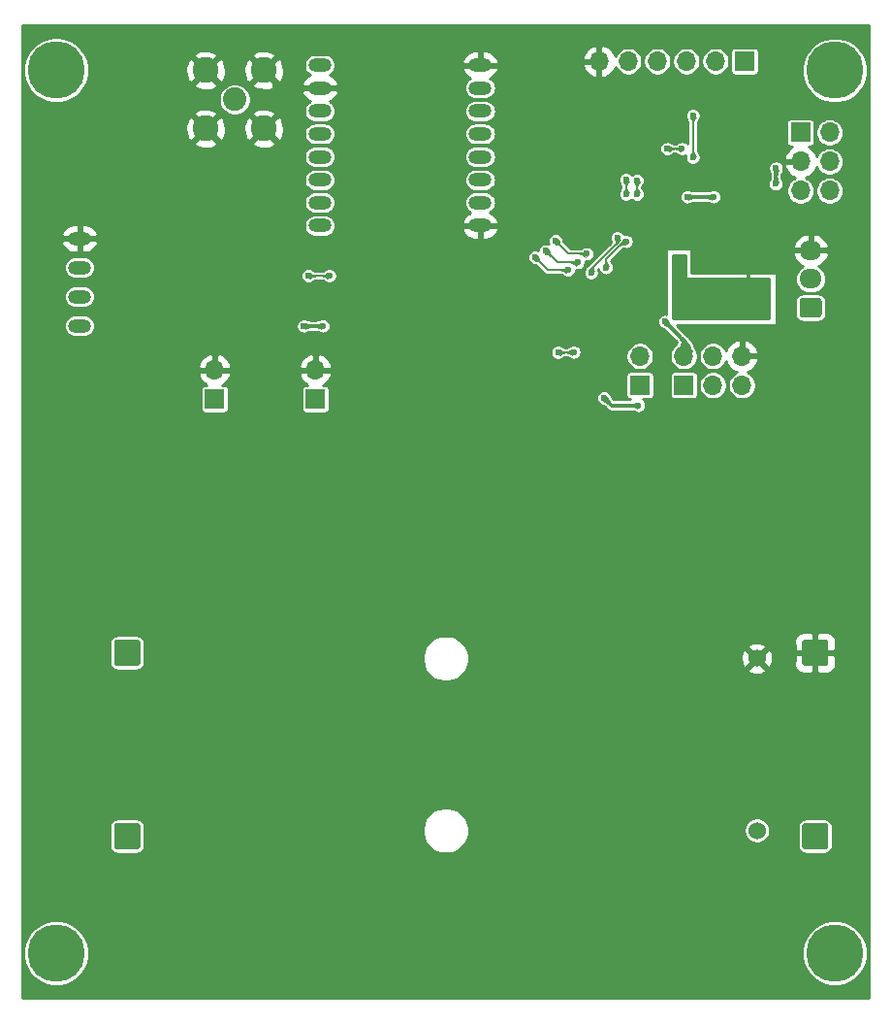
<source format=gbr>
%TF.GenerationSoftware,KiCad,Pcbnew,(5.1.7)-1*%
%TF.CreationDate,2021-03-01T21:41:40+01:00*%
%TF.ProjectId,mfm-v3-smd,6d666d2d-7633-42d7-936d-642e6b696361,rev?*%
%TF.SameCoordinates,Original*%
%TF.FileFunction,Copper,L2,Bot*%
%TF.FilePolarity,Positive*%
%FSLAX46Y46*%
G04 Gerber Fmt 4.6, Leading zero omitted, Abs format (unit mm)*
G04 Created by KiCad (PCBNEW (5.1.7)-1) date 2021-03-01 21:41:40*
%MOMM*%
%LPD*%
G01*
G04 APERTURE LIST*
%TA.AperFunction,ComponentPad*%
%ADD10O,1.700000X1.700000*%
%TD*%
%TA.AperFunction,ComponentPad*%
%ADD11R,1.700000X1.700000*%
%TD*%
%TA.AperFunction,ComponentPad*%
%ADD12C,1.530000*%
%TD*%
%TA.AperFunction,ComponentPad*%
%ADD13O,2.000000X1.200000*%
%TD*%
%TA.AperFunction,ComponentPad*%
%ADD14C,5.000000*%
%TD*%
%TA.AperFunction,ComponentPad*%
%ADD15C,0.800000*%
%TD*%
%TA.AperFunction,ComponentPad*%
%ADD16C,2.050000*%
%TD*%
%TA.AperFunction,ComponentPad*%
%ADD17C,2.250000*%
%TD*%
%TA.AperFunction,ComponentPad*%
%ADD18O,1.950000X1.700000*%
%TD*%
%TA.AperFunction,ViaPad*%
%ADD19C,0.600000*%
%TD*%
%TA.AperFunction,Conductor*%
%ADD20C,0.300000*%
%TD*%
%TA.AperFunction,Conductor*%
%ADD21C,0.127000*%
%TD*%
%TA.AperFunction,Conductor*%
%ADD22C,0.254000*%
%TD*%
%TA.AperFunction,Conductor*%
%ADD23C,0.100000*%
%TD*%
%TA.AperFunction,Conductor*%
%ADD24C,0.025400*%
%TD*%
G04 APERTURE END LIST*
D10*
%TO.P,SW4,2*%
%TO.N,GND*%
X35712400Y-109575600D03*
D11*
%TO.P,SW4,1*%
%TO.N,Net-(D2-Pad1)*%
X35712400Y-112115600D03*
%TD*%
D10*
%TO.P,SW3,2*%
%TO.N,GND*%
X44500800Y-109575600D03*
D11*
%TO.P,SW3,1*%
%TO.N,Net-(D1-Pad1)*%
X44500800Y-112115600D03*
%TD*%
D12*
%TO.P,J5,N*%
%TO.N,GND*%
X83060000Y-134745000D03*
%TO.P,J5,P*%
%TO.N,VBAT*%
X83060000Y-149735000D03*
%TD*%
D11*
%TO.P,J12,1*%
%TO.N,Net-(J12-Pad1)*%
X81991200Y-82651600D03*
D10*
%TO.P,J12,2*%
%TO.N,AVR_TX0*%
X79451200Y-82651600D03*
%TO.P,J12,3*%
%TO.N,AVR_RX0*%
X76911200Y-82651600D03*
%TO.P,J12,4*%
%TO.N,Net-(J12-Pad4)*%
X74371200Y-82651600D03*
%TO.P,J12,5*%
%TO.N,Net-(J12-Pad5)*%
X71831200Y-82651600D03*
%TO.P,J12,6*%
%TO.N,GND*%
X69291200Y-82651600D03*
%TD*%
D11*
%TO.P,J10,1*%
%TO.N,AVR_MISO*%
X76682600Y-110896400D03*
D10*
%TO.P,J10,2*%
%TO.N,+3V3*%
X76682600Y-108356400D03*
%TO.P,J10,3*%
%TO.N,AVR_SCK*%
X79222600Y-110896400D03*
%TO.P,J10,4*%
%TO.N,AVR_MOSI*%
X79222600Y-108356400D03*
%TO.P,J10,5*%
%TO.N,NRST*%
X81762600Y-110896400D03*
%TO.P,J10,6*%
%TO.N,GND*%
X81762600Y-108356400D03*
%TD*%
D11*
%TO.P,SW1,1*%
%TO.N,VBAT*%
X72847200Y-110896400D03*
D10*
%TO.P,SW1,2*%
%TO.N,VBAT_SW*%
X72847200Y-108356400D03*
%TD*%
D11*
%TO.P,J7,1*%
%TO.N,+3V3*%
X86868000Y-88849200D03*
D10*
%TO.P,J7,2*%
%TO.N,SMBALERT*%
X89408000Y-88849200D03*
%TO.P,J7,3*%
%TO.N,GND*%
X86868000Y-91389200D03*
%TO.P,J7,4*%
%TO.N,I2C_SDA*%
X89408000Y-91389200D03*
%TO.P,J7,5*%
%TO.N,+3.3V_SW*%
X86868000Y-93929200D03*
%TO.P,J7,6*%
%TO.N,I2C_SCL*%
X89408000Y-93929200D03*
%TD*%
D13*
%TO.P,U4,16*%
%TO.N,RADIO_DIO2*%
X44895500Y-96978600D03*
%TO.P,U4,1*%
%TO.N,GND*%
X58895500Y-96978600D03*
%TO.P,U4,15*%
%TO.N,RADIO_DIO1*%
X44895500Y-94978600D03*
%TO.P,U4,2*%
%TO.N,SPI_MISO*%
X58895500Y-94978600D03*
%TO.P,U4,14*%
%TO.N,RADIO_DIO0*%
X44895500Y-92978600D03*
%TO.P,U4,3*%
%TO.N,SPI_MOSI*%
X58895500Y-92978600D03*
%TO.P,U4,13*%
%TO.N,+3V3*%
X44895500Y-90978600D03*
%TO.P,U4,4*%
%TO.N,SPI_SCK*%
X58895500Y-90978600D03*
%TO.P,U4,12*%
%TO.N,RADIO_DIO4*%
X44895500Y-88978600D03*
%TO.P,U4,5*%
%TO.N,RADIO_NSS*%
X58895500Y-88978600D03*
%TO.P,U4,11*%
%TO.N,RADIO_DIO3*%
X44895500Y-86978600D03*
%TO.P,U4,6*%
%TO.N,RADIO_RST*%
X58895500Y-86978600D03*
%TO.P,U4,10*%
%TO.N,GND*%
X44895500Y-84978600D03*
%TO.P,U4,7*%
%TO.N,RADIO_DIO5*%
X58895500Y-84978600D03*
%TO.P,U4,9*%
%TO.N,Net-(J13-Pad1)*%
X44895500Y-82978600D03*
%TO.P,U4,8*%
%TO.N,GND*%
X58895500Y-82978600D03*
%TD*%
%TO.P,J11,1*%
%TO.N,+5V_SW*%
X23914100Y-105727500D03*
%TO.P,J11,2*%
%TO.N,AVR_TX1*%
X23914100Y-103187500D03*
%TO.P,J11,3*%
%TO.N,Net-(J11-Pad3)*%
X23914100Y-100647500D03*
%TO.P,J11,4*%
%TO.N,GND*%
X23914100Y-98107500D03*
%TD*%
D14*
%TO.P,H4,1*%
%TO.N,Net-(H4-Pad1)*%
X21869400Y-160451800D03*
D15*
X23744400Y-160451800D03*
X23195225Y-161777625D03*
X21869400Y-162326800D03*
X20543575Y-161777625D03*
X19994400Y-160451800D03*
X20543575Y-159125975D03*
X21869400Y-158576800D03*
X23195225Y-159125975D03*
%TD*%
D14*
%TO.P,H3,1*%
%TO.N,Net-(H3-Pad1)*%
X21869400Y-83413600D03*
D15*
X23744400Y-83413600D03*
X23195225Y-84739425D03*
X21869400Y-85288600D03*
X20543575Y-84739425D03*
X19994400Y-83413600D03*
X20543575Y-82087775D03*
X21869400Y-81538600D03*
X23195225Y-82087775D03*
%TD*%
D14*
%TO.P,H2,1*%
%TO.N,Net-(H2-Pad1)*%
X89865200Y-160451800D03*
D15*
X91740200Y-160451800D03*
X91191025Y-161777625D03*
X89865200Y-162326800D03*
X88539375Y-161777625D03*
X87990200Y-160451800D03*
X88539375Y-159125975D03*
X89865200Y-158576800D03*
X91191025Y-159125975D03*
%TD*%
D14*
%TO.P,H1,1*%
%TO.N,Net-(H1-Pad1)*%
X89865200Y-83439000D03*
D15*
X91740200Y-83439000D03*
X91191025Y-84764825D03*
X89865200Y-85314000D03*
X88539375Y-84764825D03*
X87990200Y-83439000D03*
X88539375Y-82113175D03*
X89865200Y-81564000D03*
X91191025Y-82113175D03*
%TD*%
%TO.P,J4,1*%
%TO.N,VBAT*%
%TA.AperFunction,ComponentPad*%
G36*
G01*
X87237999Y-149091000D02*
X89038001Y-149091000D01*
G75*
G02*
X89288000Y-149340999I0J-249999D01*
G01*
X89288000Y-151141001D01*
G75*
G02*
X89038001Y-151391000I-249999J0D01*
G01*
X87237999Y-151391000D01*
G75*
G02*
X86988000Y-151141001I0J249999D01*
G01*
X86988000Y-149340999D01*
G75*
G02*
X87237999Y-149091000I249999J0D01*
G01*
G37*
%TD.AperFunction*%
%TD*%
%TO.P,J3,1*%
%TO.N,Net-(J2-Pad1)*%
%TA.AperFunction,ComponentPad*%
G36*
G01*
X27166999Y-149091000D02*
X28967001Y-149091000D01*
G75*
G02*
X29217000Y-149340999I0J-249999D01*
G01*
X29217000Y-151141001D01*
G75*
G02*
X28967001Y-151391000I-249999J0D01*
G01*
X27166999Y-151391000D01*
G75*
G02*
X26917000Y-151141001I0J249999D01*
G01*
X26917000Y-149340999D01*
G75*
G02*
X27166999Y-149091000I249999J0D01*
G01*
G37*
%TD.AperFunction*%
%TD*%
%TO.P,J2,1*%
%TO.N,Net-(J2-Pad1)*%
%TA.AperFunction,ComponentPad*%
G36*
G01*
X27166999Y-133089000D02*
X28967001Y-133089000D01*
G75*
G02*
X29217000Y-133338999I0J-249999D01*
G01*
X29217000Y-135139001D01*
G75*
G02*
X28967001Y-135389000I-249999J0D01*
G01*
X27166999Y-135389000D01*
G75*
G02*
X26917000Y-135139001I0J249999D01*
G01*
X26917000Y-133338999D01*
G75*
G02*
X27166999Y-133089000I249999J0D01*
G01*
G37*
%TD.AperFunction*%
%TD*%
%TO.P,J1,1*%
%TO.N,GND*%
%TA.AperFunction,ComponentPad*%
G36*
G01*
X87237999Y-133089000D02*
X89038001Y-133089000D01*
G75*
G02*
X89288000Y-133338999I0J-249999D01*
G01*
X89288000Y-135139001D01*
G75*
G02*
X89038001Y-135389000I-249999J0D01*
G01*
X87237999Y-135389000D01*
G75*
G02*
X86988000Y-135139001I0J249999D01*
G01*
X86988000Y-133338999D01*
G75*
G02*
X87237999Y-133089000I249999J0D01*
G01*
G37*
%TD.AperFunction*%
%TD*%
D16*
%TO.P,J13,1*%
%TO.N,Net-(J13-Pad1)*%
X37465000Y-85979000D03*
D17*
%TO.P,J13,2*%
%TO.N,GND*%
X40005000Y-83439000D03*
X34925000Y-83439000D03*
X34925000Y-88519000D03*
X40005000Y-88519000D03*
%TD*%
%TO.P,J8,1*%
%TO.N,+3V3*%
%TA.AperFunction,ComponentPad*%
G36*
G01*
X88482000Y-104990000D02*
X87032000Y-104990000D01*
G75*
G02*
X86782000Y-104740000I0J250000D01*
G01*
X86782000Y-103540000D01*
G75*
G02*
X87032000Y-103290000I250000J0D01*
G01*
X88482000Y-103290000D01*
G75*
G02*
X88732000Y-103540000I0J-250000D01*
G01*
X88732000Y-104740000D01*
G75*
G02*
X88482000Y-104990000I-250000J0D01*
G01*
G37*
%TD.AperFunction*%
D18*
%TO.P,J8,2*%
%TO.N,ONEWIRE*%
X87757000Y-101640000D03*
%TO.P,J8,3*%
%TO.N,GND*%
X87757000Y-99140000D03*
%TD*%
D19*
%TO.N,GND*%
X59778900Y-109118400D03*
X70815200Y-86817200D03*
X71704200Y-85801200D03*
X74815700Y-85801200D03*
X58000900Y-104762300D03*
X55003400Y-104762300D03*
X52908200Y-111137700D03*
X53467000Y-108496100D03*
X42557700Y-86842600D03*
X68071992Y-94437200D03*
X90746396Y-108077006D03*
X63128400Y-107832384D03*
X55499000Y-108966000D03*
X55562500Y-110426500D03*
X79273400Y-93167200D03*
X74015600Y-105398954D03*
X83820000Y-103835200D03*
X74879200Y-101752400D03*
X76504800Y-101498400D03*
X43332400Y-83616800D03*
X42367200Y-84175600D03*
X40995600Y-84836000D03*
X39725600Y-85242400D03*
X39217600Y-86512400D03*
X40640000Y-86156800D03*
X41960800Y-85699600D03*
X43180000Y-85090000D03*
%TO.N,+3V3*%
X84709000Y-93345000D03*
X84742077Y-91968558D03*
X79273400Y-94462600D03*
X76979200Y-94462600D03*
X75031600Y-105359200D03*
%TO.N,+3.3V_SW*%
X69723000Y-112014000D03*
X72705093Y-112651407D03*
%TO.N,AVR_MOSI*%
X64643000Y-99186994D03*
X67398900Y-100202998D03*
%TO.N,AVR_SCK*%
X63695580Y-99740720D03*
X66568320Y-100858320D03*
%TO.N,AVR_MISO*%
X68198978Y-99441000D03*
X65483740Y-98303080D03*
%TO.N,AVR_RX0*%
X77470000Y-87376004D03*
X77470000Y-91033600D03*
%TO.N,SW_PERIF*%
X76530200Y-90271600D03*
X75234800Y-90271600D03*
X69875400Y-100640400D03*
X65698788Y-108026200D03*
X67056000Y-108000800D03*
%TO.N,+5V_SW*%
X45150101Y-105725899D03*
X43497500Y-105727500D03*
%TO.N,SW_PERIF*%
X71628000Y-98348800D03*
X72580500Y-94234000D03*
X72580504Y-93027500D03*
%TO.N,LED_STAT*%
X71628000Y-92964000D03*
X71628000Y-94234000D03*
X68580000Y-101092000D03*
X43878500Y-101346000D03*
X70866000Y-98044000D03*
X45720000Y-101346000D03*
%TD*%
D20*
%TO.N,GND*%
X82296000Y-102819200D02*
X82296000Y-99568000D01*
%TO.N,+3V3*%
X84709000Y-92001635D02*
X84742077Y-91968558D01*
X84709000Y-93345000D02*
X84709000Y-92001635D01*
X79273400Y-94462600D02*
X76979200Y-94462600D01*
X76682600Y-107010200D02*
X75031600Y-105359200D01*
X76682600Y-108356400D02*
X76682600Y-107010200D01*
%TO.N,+3.3V_SW*%
X69723000Y-112014000D02*
X70360407Y-112651407D01*
X70360407Y-112651407D02*
X72705093Y-112651407D01*
D21*
%TO.N,AVR_MOSI*%
X64643000Y-99186994D02*
X65659004Y-100202998D01*
X65659004Y-100202998D02*
X67398900Y-100202998D01*
%TO.N,AVR_SCK*%
X64813180Y-100858320D02*
X66568320Y-100858320D01*
X63695580Y-99740720D02*
X64813180Y-100858320D01*
%TO.N,AVR_MISO*%
X68198978Y-99441000D02*
X66621660Y-99441000D01*
X66621660Y-99441000D02*
X65483740Y-98303080D01*
%TO.N,AVR_RX0*%
X77470000Y-87376004D02*
X77470000Y-91033600D01*
%TO.N,SW_PERIF*%
X76530200Y-90271600D02*
X75234800Y-90271600D01*
X67030600Y-108026200D02*
X67056000Y-108000800D01*
X65698788Y-108026200D02*
X67030600Y-108026200D01*
D20*
%TO.N,+5V_SW*%
X43499101Y-105725899D02*
X43497500Y-105727500D01*
X45150101Y-105725899D02*
X43499101Y-105725899D01*
D21*
%TO.N,SW_PERIF*%
X72580500Y-94234000D02*
X72580500Y-93027504D01*
X72580500Y-93027504D02*
X72580504Y-93027500D01*
X71450200Y-98348800D02*
X71628000Y-98348800D01*
X69875400Y-99923600D02*
X71450200Y-98348800D01*
X69875400Y-100640400D02*
X69875400Y-99923600D01*
%TO.N,LED_STAT*%
X71628000Y-92964000D02*
X71628000Y-94234000D01*
X68580000Y-100774500D02*
X68580000Y-101092000D01*
X70866000Y-98488500D02*
X68580000Y-100774500D01*
X70866000Y-98044000D02*
X70866000Y-98488500D01*
X43878500Y-101346000D02*
X45720000Y-101346000D01*
%TD*%
D22*
%TO.N,GND*%
X92791801Y-164369000D02*
X18948419Y-164369000D01*
X18948419Y-160168440D01*
X18992400Y-160168440D01*
X18992400Y-160735160D01*
X19102961Y-161290990D01*
X19319835Y-161814571D01*
X19634688Y-162285781D01*
X20035419Y-162686512D01*
X20506629Y-163001365D01*
X21030210Y-163218239D01*
X21586040Y-163328800D01*
X22152760Y-163328800D01*
X22708590Y-163218239D01*
X23232171Y-163001365D01*
X23703381Y-162686512D01*
X24104112Y-162285781D01*
X24418965Y-161814571D01*
X24635839Y-161290990D01*
X24746400Y-160735160D01*
X24746400Y-160168440D01*
X86988200Y-160168440D01*
X86988200Y-160735160D01*
X87098761Y-161290990D01*
X87315635Y-161814571D01*
X87630488Y-162285781D01*
X88031219Y-162686512D01*
X88502429Y-163001365D01*
X89026010Y-163218239D01*
X89581840Y-163328800D01*
X90148560Y-163328800D01*
X90704390Y-163218239D01*
X91227971Y-163001365D01*
X91699181Y-162686512D01*
X92099912Y-162285781D01*
X92414765Y-161814571D01*
X92631639Y-161290990D01*
X92742200Y-160735160D01*
X92742200Y-160168440D01*
X92631639Y-159612610D01*
X92414765Y-159089029D01*
X92099912Y-158617819D01*
X91699181Y-158217088D01*
X91227971Y-157902235D01*
X90704390Y-157685361D01*
X90148560Y-157574800D01*
X89581840Y-157574800D01*
X89026010Y-157685361D01*
X88502429Y-157902235D01*
X88031219Y-158217088D01*
X87630488Y-158617819D01*
X87315635Y-159089029D01*
X87098761Y-159612610D01*
X86988200Y-160168440D01*
X24746400Y-160168440D01*
X24635839Y-159612610D01*
X24418965Y-159089029D01*
X24104112Y-158617819D01*
X23703381Y-158217088D01*
X23232171Y-157902235D01*
X22708590Y-157685361D01*
X22152760Y-157574800D01*
X21586040Y-157574800D01*
X21030210Y-157685361D01*
X20506629Y-157902235D01*
X20035419Y-158217088D01*
X19634688Y-158617819D01*
X19319835Y-159089029D01*
X19102961Y-159612610D01*
X18992400Y-160168440D01*
X18948419Y-160168440D01*
X18948419Y-149340999D01*
X26538176Y-149340999D01*
X26538176Y-151141001D01*
X26550259Y-151263678D01*
X26586042Y-151381641D01*
X26644152Y-151490356D01*
X26722354Y-151585646D01*
X26817644Y-151663848D01*
X26926359Y-151721958D01*
X27044322Y-151757741D01*
X27166999Y-151769824D01*
X28967001Y-151769824D01*
X29089678Y-151757741D01*
X29207641Y-151721958D01*
X29316356Y-151663848D01*
X29411646Y-151585646D01*
X29489848Y-151490356D01*
X29547958Y-151381641D01*
X29583741Y-151263678D01*
X29595824Y-151141001D01*
X29595824Y-149535358D01*
X53853000Y-149535358D01*
X53853000Y-149934642D01*
X53930896Y-150326254D01*
X54083696Y-150695145D01*
X54305526Y-151027137D01*
X54587863Y-151309474D01*
X54919855Y-151531304D01*
X55288746Y-151684104D01*
X55680358Y-151762000D01*
X56079642Y-151762000D01*
X56471254Y-151684104D01*
X56840145Y-151531304D01*
X57172137Y-151309474D01*
X57454474Y-151027137D01*
X57676304Y-150695145D01*
X57829104Y-150326254D01*
X57907000Y-149934642D01*
X57907000Y-149622523D01*
X81918000Y-149622523D01*
X81918000Y-149847477D01*
X81961886Y-150068109D01*
X82047972Y-150275940D01*
X82172950Y-150462983D01*
X82332017Y-150622050D01*
X82519060Y-150747028D01*
X82726891Y-150833114D01*
X82947523Y-150877000D01*
X83172477Y-150877000D01*
X83393109Y-150833114D01*
X83600940Y-150747028D01*
X83787983Y-150622050D01*
X83947050Y-150462983D01*
X84072028Y-150275940D01*
X84158114Y-150068109D01*
X84202000Y-149847477D01*
X84202000Y-149622523D01*
X84158114Y-149401891D01*
X84132892Y-149340999D01*
X86609176Y-149340999D01*
X86609176Y-151141001D01*
X86621259Y-151263678D01*
X86657042Y-151381641D01*
X86715152Y-151490356D01*
X86793354Y-151585646D01*
X86888644Y-151663848D01*
X86997359Y-151721958D01*
X87115322Y-151757741D01*
X87237999Y-151769824D01*
X89038001Y-151769824D01*
X89160678Y-151757741D01*
X89278641Y-151721958D01*
X89387356Y-151663848D01*
X89482646Y-151585646D01*
X89560848Y-151490356D01*
X89618958Y-151381641D01*
X89654741Y-151263678D01*
X89666824Y-151141001D01*
X89666824Y-149340999D01*
X89654741Y-149218322D01*
X89618958Y-149100359D01*
X89560848Y-148991644D01*
X89482646Y-148896354D01*
X89387356Y-148818152D01*
X89278641Y-148760042D01*
X89160678Y-148724259D01*
X89038001Y-148712176D01*
X87237999Y-148712176D01*
X87115322Y-148724259D01*
X86997359Y-148760042D01*
X86888644Y-148818152D01*
X86793354Y-148896354D01*
X86715152Y-148991644D01*
X86657042Y-149100359D01*
X86621259Y-149218322D01*
X86609176Y-149340999D01*
X84132892Y-149340999D01*
X84072028Y-149194060D01*
X83947050Y-149007017D01*
X83787983Y-148847950D01*
X83600940Y-148722972D01*
X83393109Y-148636886D01*
X83172477Y-148593000D01*
X82947523Y-148593000D01*
X82726891Y-148636886D01*
X82519060Y-148722972D01*
X82332017Y-148847950D01*
X82172950Y-149007017D01*
X82047972Y-149194060D01*
X81961886Y-149401891D01*
X81918000Y-149622523D01*
X57907000Y-149622523D01*
X57907000Y-149535358D01*
X57829104Y-149143746D01*
X57676304Y-148774855D01*
X57454474Y-148442863D01*
X57172137Y-148160526D01*
X56840145Y-147938696D01*
X56471254Y-147785896D01*
X56079642Y-147708000D01*
X55680358Y-147708000D01*
X55288746Y-147785896D01*
X54919855Y-147938696D01*
X54587863Y-148160526D01*
X54305526Y-148442863D01*
X54083696Y-148774855D01*
X53930896Y-149143746D01*
X53853000Y-149535358D01*
X29595824Y-149535358D01*
X29595824Y-149340999D01*
X29583741Y-149218322D01*
X29547958Y-149100359D01*
X29489848Y-148991644D01*
X29411646Y-148896354D01*
X29316356Y-148818152D01*
X29207641Y-148760042D01*
X29089678Y-148724259D01*
X28967001Y-148712176D01*
X27166999Y-148712176D01*
X27044322Y-148724259D01*
X26926359Y-148760042D01*
X26817644Y-148818152D01*
X26722354Y-148896354D01*
X26644152Y-148991644D01*
X26586042Y-149100359D01*
X26550259Y-149218322D01*
X26538176Y-149340999D01*
X18948419Y-149340999D01*
X18948419Y-133338999D01*
X26538176Y-133338999D01*
X26538176Y-135139001D01*
X26550259Y-135261678D01*
X26586042Y-135379641D01*
X26644152Y-135488356D01*
X26722354Y-135583646D01*
X26817644Y-135661848D01*
X26926359Y-135719958D01*
X27044322Y-135755741D01*
X27166999Y-135767824D01*
X28967001Y-135767824D01*
X29089678Y-135755741D01*
X29207641Y-135719958D01*
X29316356Y-135661848D01*
X29411646Y-135583646D01*
X29489848Y-135488356D01*
X29547958Y-135379641D01*
X29583741Y-135261678D01*
X29595824Y-135139001D01*
X29595824Y-134545358D01*
X53853000Y-134545358D01*
X53853000Y-134944642D01*
X53930896Y-135336254D01*
X54083696Y-135705145D01*
X54305526Y-136037137D01*
X54587863Y-136319474D01*
X54919855Y-136541304D01*
X55288746Y-136694104D01*
X55680358Y-136772000D01*
X56079642Y-136772000D01*
X56471254Y-136694104D01*
X56840145Y-136541304D01*
X57172137Y-136319474D01*
X57454474Y-136037137D01*
X57671251Y-135712707D01*
X82271898Y-135712707D01*
X82339240Y-135953106D01*
X82588780Y-136070506D01*
X82856427Y-136136967D01*
X83131899Y-136149936D01*
X83404607Y-136108914D01*
X83664072Y-136015478D01*
X83780760Y-135953106D01*
X83848102Y-135712707D01*
X83060000Y-134924605D01*
X82271898Y-135712707D01*
X57671251Y-135712707D01*
X57676304Y-135705145D01*
X57829104Y-135336254D01*
X57907000Y-134944642D01*
X57907000Y-134816899D01*
X81655064Y-134816899D01*
X81696086Y-135089607D01*
X81789522Y-135349072D01*
X81851894Y-135465760D01*
X82092293Y-135533102D01*
X82880395Y-134745000D01*
X83239605Y-134745000D01*
X84027707Y-135533102D01*
X84268106Y-135465760D01*
X84304218Y-135389000D01*
X86349928Y-135389000D01*
X86362188Y-135513482D01*
X86398498Y-135633180D01*
X86457463Y-135743494D01*
X86536815Y-135840185D01*
X86633506Y-135919537D01*
X86743820Y-135978502D01*
X86863518Y-136014812D01*
X86988000Y-136027072D01*
X87852250Y-136024000D01*
X88011000Y-135865250D01*
X88011000Y-134366000D01*
X88265000Y-134366000D01*
X88265000Y-135865250D01*
X88423750Y-136024000D01*
X89288000Y-136027072D01*
X89412482Y-136014812D01*
X89532180Y-135978502D01*
X89642494Y-135919537D01*
X89739185Y-135840185D01*
X89818537Y-135743494D01*
X89877502Y-135633180D01*
X89913812Y-135513482D01*
X89926072Y-135389000D01*
X89923000Y-134524750D01*
X89764250Y-134366000D01*
X88265000Y-134366000D01*
X88011000Y-134366000D01*
X86511750Y-134366000D01*
X86353000Y-134524750D01*
X86349928Y-135389000D01*
X84304218Y-135389000D01*
X84385506Y-135216220D01*
X84451967Y-134948573D01*
X84464936Y-134673101D01*
X84423914Y-134400393D01*
X84330478Y-134140928D01*
X84268106Y-134024240D01*
X84027707Y-133956898D01*
X83239605Y-134745000D01*
X82880395Y-134745000D01*
X82092293Y-133956898D01*
X81851894Y-134024240D01*
X81734494Y-134273780D01*
X81668033Y-134541427D01*
X81655064Y-134816899D01*
X57907000Y-134816899D01*
X57907000Y-134545358D01*
X57829104Y-134153746D01*
X57676304Y-133784855D01*
X57671252Y-133777293D01*
X82271898Y-133777293D01*
X83060000Y-134565395D01*
X83848102Y-133777293D01*
X83780760Y-133536894D01*
X83531220Y-133419494D01*
X83263573Y-133353033D01*
X82988101Y-133340064D01*
X82715393Y-133381086D01*
X82455928Y-133474522D01*
X82339240Y-133536894D01*
X82271898Y-133777293D01*
X57671252Y-133777293D01*
X57454474Y-133452863D01*
X57172137Y-133170526D01*
X57050125Y-133089000D01*
X86349928Y-133089000D01*
X86353000Y-133953250D01*
X86511750Y-134112000D01*
X88011000Y-134112000D01*
X88011000Y-132612750D01*
X88265000Y-132612750D01*
X88265000Y-134112000D01*
X89764250Y-134112000D01*
X89923000Y-133953250D01*
X89926072Y-133089000D01*
X89913812Y-132964518D01*
X89877502Y-132844820D01*
X89818537Y-132734506D01*
X89739185Y-132637815D01*
X89642494Y-132558463D01*
X89532180Y-132499498D01*
X89412482Y-132463188D01*
X89288000Y-132450928D01*
X88423750Y-132454000D01*
X88265000Y-132612750D01*
X88011000Y-132612750D01*
X87852250Y-132454000D01*
X86988000Y-132450928D01*
X86863518Y-132463188D01*
X86743820Y-132499498D01*
X86633506Y-132558463D01*
X86536815Y-132637815D01*
X86457463Y-132734506D01*
X86398498Y-132844820D01*
X86362188Y-132964518D01*
X86349928Y-133089000D01*
X57050125Y-133089000D01*
X56840145Y-132948696D01*
X56471254Y-132795896D01*
X56079642Y-132718000D01*
X55680358Y-132718000D01*
X55288746Y-132795896D01*
X54919855Y-132948696D01*
X54587863Y-133170526D01*
X54305526Y-133452863D01*
X54083696Y-133784855D01*
X53930896Y-134153746D01*
X53853000Y-134545358D01*
X29595824Y-134545358D01*
X29595824Y-133338999D01*
X29583741Y-133216322D01*
X29547958Y-133098359D01*
X29489848Y-132989644D01*
X29411646Y-132894354D01*
X29316356Y-132816152D01*
X29207641Y-132758042D01*
X29089678Y-132722259D01*
X28967001Y-132710176D01*
X27166999Y-132710176D01*
X27044322Y-132722259D01*
X26926359Y-132758042D01*
X26817644Y-132816152D01*
X26722354Y-132894354D01*
X26644152Y-132989644D01*
X26586042Y-133098359D01*
X26550259Y-133216322D01*
X26538176Y-133338999D01*
X18948419Y-133338999D01*
X18948419Y-109932490D01*
X34270924Y-109932490D01*
X34315575Y-110079699D01*
X34440759Y-110342520D01*
X34614812Y-110575869D01*
X34831045Y-110770778D01*
X35025780Y-110886776D01*
X34862400Y-110886776D01*
X34788495Y-110894055D01*
X34717430Y-110915612D01*
X34651937Y-110950619D01*
X34594531Y-110997731D01*
X34547419Y-111055137D01*
X34512412Y-111120630D01*
X34490855Y-111191695D01*
X34483576Y-111265600D01*
X34483576Y-112965600D01*
X34490855Y-113039505D01*
X34512412Y-113110570D01*
X34547419Y-113176063D01*
X34594531Y-113233469D01*
X34651937Y-113280581D01*
X34717430Y-113315588D01*
X34788495Y-113337145D01*
X34862400Y-113344424D01*
X36562400Y-113344424D01*
X36636305Y-113337145D01*
X36707370Y-113315588D01*
X36772863Y-113280581D01*
X36830269Y-113233469D01*
X36877381Y-113176063D01*
X36912388Y-113110570D01*
X36933945Y-113039505D01*
X36941224Y-112965600D01*
X36941224Y-111265600D01*
X36933945Y-111191695D01*
X36912388Y-111120630D01*
X36877381Y-111055137D01*
X36830269Y-110997731D01*
X36772863Y-110950619D01*
X36707370Y-110915612D01*
X36636305Y-110894055D01*
X36562400Y-110886776D01*
X36399020Y-110886776D01*
X36593755Y-110770778D01*
X36809988Y-110575869D01*
X36984041Y-110342520D01*
X37109225Y-110079699D01*
X37153876Y-109932490D01*
X43059324Y-109932490D01*
X43103975Y-110079699D01*
X43229159Y-110342520D01*
X43403212Y-110575869D01*
X43619445Y-110770778D01*
X43814180Y-110886776D01*
X43650800Y-110886776D01*
X43576895Y-110894055D01*
X43505830Y-110915612D01*
X43440337Y-110950619D01*
X43382931Y-110997731D01*
X43335819Y-111055137D01*
X43300812Y-111120630D01*
X43279255Y-111191695D01*
X43271976Y-111265600D01*
X43271976Y-112965600D01*
X43279255Y-113039505D01*
X43300812Y-113110570D01*
X43335819Y-113176063D01*
X43382931Y-113233469D01*
X43440337Y-113280581D01*
X43505830Y-113315588D01*
X43576895Y-113337145D01*
X43650800Y-113344424D01*
X45350800Y-113344424D01*
X45424705Y-113337145D01*
X45495770Y-113315588D01*
X45561263Y-113280581D01*
X45618669Y-113233469D01*
X45665781Y-113176063D01*
X45700788Y-113110570D01*
X45722345Y-113039505D01*
X45729624Y-112965600D01*
X45729624Y-111947321D01*
X69046000Y-111947321D01*
X69046000Y-112080679D01*
X69072016Y-112211474D01*
X69123050Y-112334680D01*
X69197140Y-112445563D01*
X69291437Y-112539860D01*
X69402320Y-112613950D01*
X69525526Y-112664984D01*
X69546376Y-112669131D01*
X69552761Y-112671321D01*
X69593780Y-112685443D01*
X69623722Y-112696396D01*
X69643674Y-112704620D01*
X69656789Y-112710977D01*
X69667927Y-112717423D01*
X69681910Y-112726996D01*
X69702193Y-112743027D01*
X69730577Y-112768185D01*
X69769832Y-112806123D01*
X69969460Y-113005751D01*
X69985959Y-113025855D01*
X70066205Y-113091711D01*
X70157757Y-113140646D01*
X70254041Y-113169854D01*
X70257097Y-113170781D01*
X70360407Y-113180956D01*
X70386288Y-113178407D01*
X72111883Y-113178407D01*
X72166441Y-113179338D01*
X72204309Y-113181621D01*
X72229975Y-113184625D01*
X72246646Y-113187746D01*
X72259077Y-113191063D01*
X72272845Y-113195842D01*
X72292749Y-113204126D01*
X72321668Y-113217554D01*
X72361075Y-113236776D01*
X72361075Y-113236775D01*
X72366731Y-113239542D01*
X72384413Y-113251357D01*
X72507619Y-113302391D01*
X72638414Y-113328407D01*
X72771772Y-113328407D01*
X72902567Y-113302391D01*
X73025773Y-113251357D01*
X73136656Y-113177267D01*
X73230953Y-113082970D01*
X73305043Y-112972087D01*
X73356077Y-112848881D01*
X73382093Y-112718086D01*
X73382093Y-112584728D01*
X73356077Y-112453933D01*
X73305043Y-112330727D01*
X73230953Y-112219844D01*
X73136656Y-112125547D01*
X73136173Y-112125224D01*
X73697200Y-112125224D01*
X73771105Y-112117945D01*
X73842170Y-112096388D01*
X73907663Y-112061381D01*
X73965069Y-112014269D01*
X74012181Y-111956863D01*
X74047188Y-111891370D01*
X74068745Y-111820305D01*
X74076024Y-111746400D01*
X74076024Y-110046400D01*
X75453776Y-110046400D01*
X75453776Y-111746400D01*
X75461055Y-111820305D01*
X75482612Y-111891370D01*
X75517619Y-111956863D01*
X75564731Y-112014269D01*
X75622137Y-112061381D01*
X75687630Y-112096388D01*
X75758695Y-112117945D01*
X75832600Y-112125224D01*
X77532600Y-112125224D01*
X77606505Y-112117945D01*
X77677570Y-112096388D01*
X77743063Y-112061381D01*
X77800469Y-112014269D01*
X77847581Y-111956863D01*
X77882588Y-111891370D01*
X77904145Y-111820305D01*
X77911424Y-111746400D01*
X77911424Y-110775551D01*
X77995600Y-110775551D01*
X77995600Y-111017249D01*
X78042753Y-111254303D01*
X78135247Y-111477602D01*
X78269527Y-111678567D01*
X78440433Y-111849473D01*
X78641398Y-111983753D01*
X78864697Y-112076247D01*
X79101751Y-112123400D01*
X79343449Y-112123400D01*
X79580503Y-112076247D01*
X79803802Y-111983753D01*
X80004767Y-111849473D01*
X80175673Y-111678567D01*
X80309953Y-111477602D01*
X80402447Y-111254303D01*
X80449600Y-111017249D01*
X80449600Y-110775551D01*
X80402447Y-110538497D01*
X80309953Y-110315198D01*
X80175673Y-110114233D01*
X80004767Y-109943327D01*
X79803802Y-109809047D01*
X79580503Y-109716553D01*
X79343449Y-109669400D01*
X79101751Y-109669400D01*
X78864697Y-109716553D01*
X78641398Y-109809047D01*
X78440433Y-109943327D01*
X78269527Y-110114233D01*
X78135247Y-110315198D01*
X78042753Y-110538497D01*
X77995600Y-110775551D01*
X77911424Y-110775551D01*
X77911424Y-110046400D01*
X77904145Y-109972495D01*
X77882588Y-109901430D01*
X77847581Y-109835937D01*
X77800469Y-109778531D01*
X77743063Y-109731419D01*
X77677570Y-109696412D01*
X77606505Y-109674855D01*
X77532600Y-109667576D01*
X75832600Y-109667576D01*
X75758695Y-109674855D01*
X75687630Y-109696412D01*
X75622137Y-109731419D01*
X75564731Y-109778531D01*
X75517619Y-109835937D01*
X75482612Y-109901430D01*
X75461055Y-109972495D01*
X75453776Y-110046400D01*
X74076024Y-110046400D01*
X74068745Y-109972495D01*
X74047188Y-109901430D01*
X74012181Y-109835937D01*
X73965069Y-109778531D01*
X73907663Y-109731419D01*
X73842170Y-109696412D01*
X73771105Y-109674855D01*
X73697200Y-109667576D01*
X71997200Y-109667576D01*
X71923295Y-109674855D01*
X71852230Y-109696412D01*
X71786737Y-109731419D01*
X71729331Y-109778531D01*
X71682219Y-109835937D01*
X71647212Y-109901430D01*
X71625655Y-109972495D01*
X71618376Y-110046400D01*
X71618376Y-111746400D01*
X71625655Y-111820305D01*
X71647212Y-111891370D01*
X71682219Y-111956863D01*
X71729331Y-112014269D01*
X71786737Y-112061381D01*
X71852230Y-112096388D01*
X71923295Y-112117945D01*
X71988905Y-112124407D01*
X70578697Y-112124407D01*
X70515123Y-112060832D01*
X70477185Y-112021577D01*
X70452027Y-111993193D01*
X70435996Y-111972910D01*
X70426423Y-111958927D01*
X70419977Y-111947789D01*
X70413620Y-111934674D01*
X70405396Y-111914722D01*
X70394443Y-111884780D01*
X70380321Y-111843761D01*
X70378131Y-111837376D01*
X70373984Y-111816526D01*
X70322950Y-111693320D01*
X70248860Y-111582437D01*
X70154563Y-111488140D01*
X70043680Y-111414050D01*
X69920474Y-111363016D01*
X69789679Y-111337000D01*
X69656321Y-111337000D01*
X69525526Y-111363016D01*
X69402320Y-111414050D01*
X69291437Y-111488140D01*
X69197140Y-111582437D01*
X69123050Y-111693320D01*
X69072016Y-111816526D01*
X69046000Y-111947321D01*
X45729624Y-111947321D01*
X45729624Y-111265600D01*
X45722345Y-111191695D01*
X45700788Y-111120630D01*
X45665781Y-111055137D01*
X45618669Y-110997731D01*
X45561263Y-110950619D01*
X45495770Y-110915612D01*
X45424705Y-110894055D01*
X45350800Y-110886776D01*
X45187420Y-110886776D01*
X45382155Y-110770778D01*
X45598388Y-110575869D01*
X45772441Y-110342520D01*
X45897625Y-110079699D01*
X45942276Y-109932490D01*
X45820955Y-109702600D01*
X44627800Y-109702600D01*
X44627800Y-109722600D01*
X44373800Y-109722600D01*
X44373800Y-109702600D01*
X43180645Y-109702600D01*
X43059324Y-109932490D01*
X37153876Y-109932490D01*
X37032555Y-109702600D01*
X35839400Y-109702600D01*
X35839400Y-109722600D01*
X35585400Y-109722600D01*
X35585400Y-109702600D01*
X34392245Y-109702600D01*
X34270924Y-109932490D01*
X18948419Y-109932490D01*
X18948419Y-109218710D01*
X34270924Y-109218710D01*
X34392245Y-109448600D01*
X35585400Y-109448600D01*
X35585400Y-108254786D01*
X35839400Y-108254786D01*
X35839400Y-109448600D01*
X37032555Y-109448600D01*
X37153876Y-109218710D01*
X43059324Y-109218710D01*
X43180645Y-109448600D01*
X44373800Y-109448600D01*
X44373800Y-108254786D01*
X44627800Y-108254786D01*
X44627800Y-109448600D01*
X45820955Y-109448600D01*
X45942276Y-109218710D01*
X45897625Y-109071501D01*
X45772441Y-108808680D01*
X45598388Y-108575331D01*
X45382155Y-108380422D01*
X45132052Y-108231443D01*
X44857691Y-108134119D01*
X44627800Y-108254786D01*
X44373800Y-108254786D01*
X44143909Y-108134119D01*
X43869548Y-108231443D01*
X43619445Y-108380422D01*
X43403212Y-108575331D01*
X43229159Y-108808680D01*
X43103975Y-109071501D01*
X43059324Y-109218710D01*
X37153876Y-109218710D01*
X37109225Y-109071501D01*
X36984041Y-108808680D01*
X36809988Y-108575331D01*
X36593755Y-108380422D01*
X36343652Y-108231443D01*
X36069291Y-108134119D01*
X35839400Y-108254786D01*
X35585400Y-108254786D01*
X35355509Y-108134119D01*
X35081148Y-108231443D01*
X34831045Y-108380422D01*
X34614812Y-108575331D01*
X34440759Y-108808680D01*
X34315575Y-109071501D01*
X34270924Y-109218710D01*
X18948419Y-109218710D01*
X18948419Y-107959521D01*
X65021788Y-107959521D01*
X65021788Y-108092879D01*
X65047804Y-108223674D01*
X65098838Y-108346880D01*
X65172928Y-108457763D01*
X65267225Y-108552060D01*
X65378108Y-108626150D01*
X65501314Y-108677184D01*
X65632109Y-108703200D01*
X65765467Y-108703200D01*
X65896262Y-108677184D01*
X66019468Y-108626150D01*
X66050046Y-108605718D01*
X66062028Y-108599285D01*
X66087564Y-108584252D01*
X66132990Y-108555048D01*
X66150910Y-108542784D01*
X66190207Y-108514194D01*
X66196803Y-108509285D01*
X66228694Y-108485002D01*
X66247790Y-108471223D01*
X66249930Y-108469917D01*
X66258763Y-108468503D01*
X66297544Y-108466700D01*
X66442618Y-108466700D01*
X66488328Y-108468639D01*
X66507688Y-108471440D01*
X66514594Y-108473294D01*
X66518869Y-108475021D01*
X66530297Y-108481085D01*
X66555124Y-108496408D01*
X66591696Y-108519867D01*
X66600304Y-108525226D01*
X66643614Y-108551390D01*
X66663027Y-108562348D01*
X66713055Y-108588667D01*
X66727755Y-108595695D01*
X66735320Y-108600750D01*
X66858526Y-108651784D01*
X66989321Y-108677800D01*
X67122679Y-108677800D01*
X67253474Y-108651784D01*
X67376680Y-108600750D01*
X67487563Y-108526660D01*
X67581860Y-108432363D01*
X67655950Y-108321480D01*
X67691543Y-108235551D01*
X71620200Y-108235551D01*
X71620200Y-108477249D01*
X71667353Y-108714303D01*
X71759847Y-108937602D01*
X71894127Y-109138567D01*
X72065033Y-109309473D01*
X72265998Y-109443753D01*
X72489297Y-109536247D01*
X72726351Y-109583400D01*
X72968049Y-109583400D01*
X73205103Y-109536247D01*
X73428402Y-109443753D01*
X73629367Y-109309473D01*
X73800273Y-109138567D01*
X73934553Y-108937602D01*
X74027047Y-108714303D01*
X74074200Y-108477249D01*
X74074200Y-108235551D01*
X74027047Y-107998497D01*
X73934553Y-107775198D01*
X73800273Y-107574233D01*
X73629367Y-107403327D01*
X73428402Y-107269047D01*
X73205103Y-107176553D01*
X72968049Y-107129400D01*
X72726351Y-107129400D01*
X72489297Y-107176553D01*
X72265998Y-107269047D01*
X72065033Y-107403327D01*
X71894127Y-107574233D01*
X71759847Y-107775198D01*
X71667353Y-107998497D01*
X71620200Y-108235551D01*
X67691543Y-108235551D01*
X67706984Y-108198274D01*
X67733000Y-108067479D01*
X67733000Y-107934121D01*
X67706984Y-107803326D01*
X67655950Y-107680120D01*
X67581860Y-107569237D01*
X67487563Y-107474940D01*
X67376680Y-107400850D01*
X67253474Y-107349816D01*
X67122679Y-107323800D01*
X66989321Y-107323800D01*
X66858526Y-107349816D01*
X66735320Y-107400850D01*
X66674756Y-107441318D01*
X66647532Y-107458826D01*
X66626504Y-107473381D01*
X66582793Y-107505883D01*
X66569588Y-107516164D01*
X66531510Y-107547194D01*
X66529262Y-107549041D01*
X66500023Y-107573246D01*
X66487357Y-107582916D01*
X66481080Y-107583912D01*
X66441987Y-107585700D01*
X66297552Y-107585700D01*
X66258763Y-107583896D01*
X66249930Y-107582482D01*
X66247790Y-107581176D01*
X66228694Y-107567397D01*
X66196803Y-107543114D01*
X66190207Y-107538205D01*
X66150910Y-107509615D01*
X66132990Y-107497351D01*
X66087564Y-107468147D01*
X66062024Y-107453112D01*
X66050041Y-107446679D01*
X66019468Y-107426250D01*
X65896262Y-107375216D01*
X65765467Y-107349200D01*
X65632109Y-107349200D01*
X65501314Y-107375216D01*
X65378108Y-107426250D01*
X65267225Y-107500340D01*
X65172928Y-107594637D01*
X65098838Y-107705520D01*
X65047804Y-107828726D01*
X65021788Y-107959521D01*
X18948419Y-107959521D01*
X18948419Y-105727500D01*
X22532373Y-105727500D01*
X22551237Y-105919025D01*
X22607103Y-106103191D01*
X22697824Y-106272918D01*
X22819914Y-106421686D01*
X22968682Y-106543776D01*
X23138409Y-106634497D01*
X23322575Y-106690363D01*
X23466107Y-106704500D01*
X24362093Y-106704500D01*
X24505625Y-106690363D01*
X24689791Y-106634497D01*
X24859518Y-106543776D01*
X25008286Y-106421686D01*
X25130376Y-106272918D01*
X25221097Y-106103191D01*
X25276963Y-105919025D01*
X25295827Y-105727500D01*
X25289260Y-105660821D01*
X42820500Y-105660821D01*
X42820500Y-105794179D01*
X42846516Y-105924974D01*
X42897550Y-106048180D01*
X42971640Y-106159063D01*
X43065937Y-106253360D01*
X43176820Y-106327450D01*
X43300026Y-106378484D01*
X43430821Y-106404500D01*
X43564179Y-106404500D01*
X43694974Y-106378484D01*
X43818180Y-106327450D01*
X43837327Y-106314657D01*
X43844645Y-106311029D01*
X43883589Y-106291822D01*
X43912193Y-106278419D01*
X43931793Y-106270204D01*
X43945289Y-106265496D01*
X43957533Y-106262219D01*
X43974087Y-106259114D01*
X43999756Y-106256110D01*
X44037686Y-106253828D01*
X44092286Y-106252899D01*
X44556891Y-106252899D01*
X44611449Y-106253830D01*
X44649317Y-106256113D01*
X44674983Y-106259117D01*
X44691654Y-106262238D01*
X44704085Y-106265555D01*
X44717853Y-106270334D01*
X44737757Y-106278618D01*
X44766676Y-106292046D01*
X44806083Y-106311268D01*
X44806083Y-106311267D01*
X44811739Y-106314034D01*
X44829421Y-106325849D01*
X44952627Y-106376883D01*
X45083422Y-106402899D01*
X45216780Y-106402899D01*
X45347575Y-106376883D01*
X45470781Y-106325849D01*
X45581664Y-106251759D01*
X45675961Y-106157462D01*
X45750051Y-106046579D01*
X45801085Y-105923373D01*
X45827101Y-105792578D01*
X45827101Y-105659220D01*
X45801085Y-105528425D01*
X45750051Y-105405219D01*
X45675961Y-105294336D01*
X45674146Y-105292521D01*
X74354600Y-105292521D01*
X74354600Y-105425879D01*
X74380616Y-105556674D01*
X74431650Y-105679880D01*
X74505740Y-105790763D01*
X74600037Y-105885060D01*
X74710920Y-105959150D01*
X74834126Y-106010184D01*
X74854976Y-106014331D01*
X74861361Y-106016521D01*
X74902380Y-106030643D01*
X74932322Y-106041596D01*
X74952274Y-106049820D01*
X74965389Y-106056177D01*
X74976527Y-106062623D01*
X74990510Y-106072196D01*
X75010793Y-106088227D01*
X75039177Y-106113385D01*
X75078455Y-106151345D01*
X76045215Y-107118106D01*
X76077477Y-107158310D01*
X76060427Y-107184864D01*
X75995442Y-107263785D01*
X75905422Y-107364261D01*
X75901290Y-107368951D01*
X75803302Y-107482037D01*
X75787181Y-107501973D01*
X75742446Y-107561314D01*
X75729527Y-107574233D01*
X75704732Y-107611342D01*
X75694850Y-107624450D01*
X75670070Y-107661737D01*
X75663383Y-107673225D01*
X75595247Y-107775198D01*
X75502753Y-107998497D01*
X75455600Y-108235551D01*
X75455600Y-108477249D01*
X75502753Y-108714303D01*
X75595247Y-108937602D01*
X75729527Y-109138567D01*
X75900433Y-109309473D01*
X76101398Y-109443753D01*
X76324697Y-109536247D01*
X76561751Y-109583400D01*
X76803449Y-109583400D01*
X77040503Y-109536247D01*
X77263802Y-109443753D01*
X77464767Y-109309473D01*
X77635673Y-109138567D01*
X77769953Y-108937602D01*
X77862447Y-108714303D01*
X77909600Y-108477249D01*
X77909600Y-108235551D01*
X77995600Y-108235551D01*
X77995600Y-108477249D01*
X78042753Y-108714303D01*
X78135247Y-108937602D01*
X78269527Y-109138567D01*
X78440433Y-109309473D01*
X78641398Y-109443753D01*
X78864697Y-109536247D01*
X79101751Y-109583400D01*
X79343449Y-109583400D01*
X79580503Y-109536247D01*
X79803802Y-109443753D01*
X80004767Y-109309473D01*
X80175673Y-109138567D01*
X80309953Y-108937602D01*
X80358831Y-108819602D01*
X80418443Y-108987652D01*
X80567422Y-109237755D01*
X80762331Y-109453988D01*
X80995680Y-109628041D01*
X81258501Y-109753225D01*
X81291788Y-109763322D01*
X81181398Y-109809047D01*
X80980433Y-109943327D01*
X80809527Y-110114233D01*
X80675247Y-110315198D01*
X80582753Y-110538497D01*
X80535600Y-110775551D01*
X80535600Y-111017249D01*
X80582753Y-111254303D01*
X80675247Y-111477602D01*
X80809527Y-111678567D01*
X80980433Y-111849473D01*
X81181398Y-111983753D01*
X81404697Y-112076247D01*
X81641751Y-112123400D01*
X81883449Y-112123400D01*
X82120503Y-112076247D01*
X82343802Y-111983753D01*
X82544767Y-111849473D01*
X82715673Y-111678567D01*
X82849953Y-111477602D01*
X82942447Y-111254303D01*
X82989600Y-111017249D01*
X82989600Y-110775551D01*
X82942447Y-110538497D01*
X82849953Y-110315198D01*
X82715673Y-110114233D01*
X82544767Y-109943327D01*
X82343802Y-109809047D01*
X82233412Y-109763322D01*
X82266699Y-109753225D01*
X82529520Y-109628041D01*
X82762869Y-109453988D01*
X82957778Y-109237755D01*
X83106757Y-108987652D01*
X83204081Y-108713291D01*
X83083414Y-108483400D01*
X81889600Y-108483400D01*
X81889600Y-108503400D01*
X81635600Y-108503400D01*
X81635600Y-108483400D01*
X81615600Y-108483400D01*
X81615600Y-108229400D01*
X81635600Y-108229400D01*
X81635600Y-107036245D01*
X81889600Y-107036245D01*
X81889600Y-108229400D01*
X83083414Y-108229400D01*
X83204081Y-107999509D01*
X83106757Y-107725148D01*
X82957778Y-107475045D01*
X82762869Y-107258812D01*
X82529520Y-107084759D01*
X82266699Y-106959575D01*
X82119490Y-106914924D01*
X81889600Y-107036245D01*
X81635600Y-107036245D01*
X81405710Y-106914924D01*
X81258501Y-106959575D01*
X80995680Y-107084759D01*
X80762331Y-107258812D01*
X80567422Y-107475045D01*
X80418443Y-107725148D01*
X80358831Y-107893198D01*
X80309953Y-107775198D01*
X80175673Y-107574233D01*
X80004767Y-107403327D01*
X79803802Y-107269047D01*
X79580503Y-107176553D01*
X79343449Y-107129400D01*
X79101751Y-107129400D01*
X78864697Y-107176553D01*
X78641398Y-107269047D01*
X78440433Y-107403327D01*
X78269527Y-107574233D01*
X78135247Y-107775198D01*
X78042753Y-107998497D01*
X77995600Y-108235551D01*
X77909600Y-108235551D01*
X77862447Y-107998497D01*
X77769953Y-107775198D01*
X77750780Y-107746503D01*
X77702214Y-107645585D01*
X77701998Y-107645137D01*
X77628707Y-107493354D01*
X77626259Y-107488379D01*
X77559862Y-107355885D01*
X77554335Y-107345279D01*
X77489920Y-107226318D01*
X77480860Y-107210511D01*
X77413515Y-107099328D01*
X77401537Y-107080799D01*
X77326352Y-106971639D01*
X77313288Y-106953813D01*
X77225350Y-106840920D01*
X77213361Y-106826301D01*
X77130590Y-106730378D01*
X77122904Y-106715998D01*
X77057048Y-106635752D01*
X77036944Y-106619253D01*
X76056290Y-105638600D01*
X84632800Y-105638600D01*
X84657576Y-105636160D01*
X84681401Y-105628933D01*
X84703357Y-105617197D01*
X84722603Y-105601403D01*
X84738397Y-105582157D01*
X84750133Y-105560201D01*
X84757360Y-105536376D01*
X84759800Y-105511600D01*
X84759800Y-103540000D01*
X86403176Y-103540000D01*
X86403176Y-104740000D01*
X86415259Y-104862677D01*
X86451042Y-104980641D01*
X86509152Y-105089356D01*
X86587354Y-105184646D01*
X86682644Y-105262848D01*
X86791359Y-105320958D01*
X86909323Y-105356741D01*
X87032000Y-105368824D01*
X88482000Y-105368824D01*
X88604677Y-105356741D01*
X88722641Y-105320958D01*
X88831356Y-105262848D01*
X88926646Y-105184646D01*
X89004848Y-105089356D01*
X89062958Y-104980641D01*
X89098741Y-104862677D01*
X89110824Y-104740000D01*
X89110824Y-103540000D01*
X89098741Y-103417323D01*
X89062958Y-103299359D01*
X89004848Y-103190644D01*
X88926646Y-103095354D01*
X88831356Y-103017152D01*
X88722641Y-102959042D01*
X88604677Y-102923259D01*
X88482000Y-102911176D01*
X87032000Y-102911176D01*
X86909323Y-102923259D01*
X86791359Y-102959042D01*
X86682644Y-103017152D01*
X86587354Y-103095354D01*
X86509152Y-103190644D01*
X86451042Y-103299359D01*
X86415259Y-103417323D01*
X86403176Y-103540000D01*
X84759800Y-103540000D01*
X84759800Y-101193600D01*
X84757360Y-101168824D01*
X84750133Y-101144999D01*
X84738397Y-101123043D01*
X84722603Y-101103797D01*
X84703357Y-101088003D01*
X84681401Y-101076267D01*
X84657576Y-101069040D01*
X84632800Y-101066600D01*
X77343000Y-101066600D01*
X77343000Y-99496890D01*
X86190524Y-99496890D01*
X86282648Y-99759858D01*
X86429504Y-100011193D01*
X86622571Y-100229049D01*
X86854430Y-100405053D01*
X87108332Y-100528627D01*
X86947017Y-100614851D01*
X86760183Y-100768183D01*
X86606851Y-100955017D01*
X86492916Y-101168176D01*
X86422755Y-101399466D01*
X86399064Y-101640000D01*
X86422755Y-101880534D01*
X86492916Y-102111824D01*
X86606851Y-102324983D01*
X86760183Y-102511817D01*
X86947017Y-102665149D01*
X87160176Y-102779084D01*
X87391466Y-102849245D01*
X87571732Y-102867000D01*
X87942268Y-102867000D01*
X88122534Y-102849245D01*
X88353824Y-102779084D01*
X88566983Y-102665149D01*
X88753817Y-102511817D01*
X88907149Y-102324983D01*
X89021084Y-102111824D01*
X89091245Y-101880534D01*
X89114936Y-101640000D01*
X89091245Y-101399466D01*
X89021084Y-101168176D01*
X88907149Y-100955017D01*
X88753817Y-100768183D01*
X88566983Y-100614851D01*
X88405668Y-100528627D01*
X88659570Y-100405053D01*
X88891429Y-100229049D01*
X89084496Y-100011193D01*
X89231352Y-99759858D01*
X89323476Y-99496890D01*
X89202155Y-99267000D01*
X87884000Y-99267000D01*
X87884000Y-99287000D01*
X87630000Y-99287000D01*
X87630000Y-99267000D01*
X86311845Y-99267000D01*
X86190524Y-99496890D01*
X77343000Y-99496890D01*
X77343000Y-99110800D01*
X77340560Y-99086024D01*
X77333333Y-99062199D01*
X77321597Y-99040243D01*
X77305803Y-99020997D01*
X77286557Y-99005203D01*
X77264601Y-98993467D01*
X77240776Y-98986240D01*
X77216000Y-98983800D01*
X75285600Y-98983800D01*
X75260824Y-98986240D01*
X75236999Y-98993467D01*
X75215043Y-99005203D01*
X75195797Y-99020997D01*
X75180003Y-99040243D01*
X75168267Y-99062199D01*
X75161040Y-99086024D01*
X75158600Y-99110800D01*
X75158600Y-104694198D01*
X75098279Y-104682200D01*
X74964921Y-104682200D01*
X74834126Y-104708216D01*
X74710920Y-104759250D01*
X74600037Y-104833340D01*
X74505740Y-104927637D01*
X74431650Y-105038520D01*
X74380616Y-105161726D01*
X74354600Y-105292521D01*
X45674146Y-105292521D01*
X45581664Y-105200039D01*
X45470781Y-105125949D01*
X45347575Y-105074915D01*
X45216780Y-105048899D01*
X45083422Y-105048899D01*
X44952627Y-105074915D01*
X44829421Y-105125949D01*
X44811749Y-105137757D01*
X44806083Y-105140529D01*
X44766676Y-105159751D01*
X44737757Y-105173179D01*
X44717853Y-105181463D01*
X44704085Y-105186242D01*
X44691654Y-105189559D01*
X44674983Y-105192680D01*
X44649317Y-105195684D01*
X44611448Y-105197967D01*
X44556882Y-105198899D01*
X44092282Y-105198899D01*
X44037126Y-105197972D01*
X43998650Y-105195691D01*
X43972360Y-105192662D01*
X43955094Y-105189478D01*
X43942114Y-105186066D01*
X43927844Y-105181186D01*
X43907550Y-105172863D01*
X43878269Y-105159463D01*
X43838842Y-105140507D01*
X43834274Y-105138304D01*
X43818180Y-105127550D01*
X43694974Y-105076516D01*
X43564179Y-105050500D01*
X43430821Y-105050500D01*
X43300026Y-105076516D01*
X43176820Y-105127550D01*
X43065937Y-105201640D01*
X42971640Y-105295937D01*
X42897550Y-105406820D01*
X42846516Y-105530026D01*
X42820500Y-105660821D01*
X25289260Y-105660821D01*
X25276963Y-105535975D01*
X25221097Y-105351809D01*
X25130376Y-105182082D01*
X25008286Y-105033314D01*
X24859518Y-104911224D01*
X24689791Y-104820503D01*
X24505625Y-104764637D01*
X24362093Y-104750500D01*
X23466107Y-104750500D01*
X23322575Y-104764637D01*
X23138409Y-104820503D01*
X22968682Y-104911224D01*
X22819914Y-105033314D01*
X22697824Y-105182082D01*
X22607103Y-105351809D01*
X22551237Y-105535975D01*
X22532373Y-105727500D01*
X18948419Y-105727500D01*
X18948419Y-103187500D01*
X22532373Y-103187500D01*
X22551237Y-103379025D01*
X22607103Y-103563191D01*
X22697824Y-103732918D01*
X22819914Y-103881686D01*
X22968682Y-104003776D01*
X23138409Y-104094497D01*
X23322575Y-104150363D01*
X23466107Y-104164500D01*
X24362093Y-104164500D01*
X24505625Y-104150363D01*
X24689791Y-104094497D01*
X24859518Y-104003776D01*
X25008286Y-103881686D01*
X25130376Y-103732918D01*
X25221097Y-103563191D01*
X25276963Y-103379025D01*
X25295827Y-103187500D01*
X25276963Y-102995975D01*
X25221097Y-102811809D01*
X25130376Y-102642082D01*
X25008286Y-102493314D01*
X24859518Y-102371224D01*
X24689791Y-102280503D01*
X24505625Y-102224637D01*
X24362093Y-102210500D01*
X23466107Y-102210500D01*
X23322575Y-102224637D01*
X23138409Y-102280503D01*
X22968682Y-102371224D01*
X22819914Y-102493314D01*
X22697824Y-102642082D01*
X22607103Y-102811809D01*
X22551237Y-102995975D01*
X22532373Y-103187500D01*
X18948419Y-103187500D01*
X18948419Y-100647500D01*
X22532373Y-100647500D01*
X22551237Y-100839025D01*
X22607103Y-101023191D01*
X22697824Y-101192918D01*
X22819914Y-101341686D01*
X22968682Y-101463776D01*
X23138409Y-101554497D01*
X23322575Y-101610363D01*
X23466107Y-101624500D01*
X24362093Y-101624500D01*
X24505625Y-101610363D01*
X24689791Y-101554497D01*
X24859518Y-101463776D01*
X25008286Y-101341686D01*
X25059467Y-101279321D01*
X43201500Y-101279321D01*
X43201500Y-101412679D01*
X43227516Y-101543474D01*
X43278550Y-101666680D01*
X43352640Y-101777563D01*
X43446937Y-101871860D01*
X43557820Y-101945950D01*
X43681026Y-101996984D01*
X43811821Y-102023000D01*
X43945179Y-102023000D01*
X44075974Y-101996984D01*
X44199180Y-101945950D01*
X44229758Y-101925518D01*
X44241740Y-101919085D01*
X44267276Y-101904052D01*
X44312702Y-101874848D01*
X44330622Y-101862584D01*
X44369919Y-101833994D01*
X44376515Y-101829085D01*
X44408406Y-101804802D01*
X44427502Y-101791023D01*
X44429642Y-101789717D01*
X44438475Y-101788303D01*
X44477256Y-101786500D01*
X45121244Y-101786500D01*
X45160024Y-101788303D01*
X45168857Y-101789717D01*
X45170997Y-101791023D01*
X45190093Y-101804802D01*
X45221984Y-101829085D01*
X45228580Y-101833994D01*
X45267877Y-101862584D01*
X45285797Y-101874848D01*
X45331223Y-101904052D01*
X45356761Y-101919086D01*
X45368745Y-101925520D01*
X45399320Y-101945950D01*
X45522526Y-101996984D01*
X45653321Y-102023000D01*
X45786679Y-102023000D01*
X45917474Y-101996984D01*
X46040680Y-101945950D01*
X46151563Y-101871860D01*
X46245860Y-101777563D01*
X46319950Y-101666680D01*
X46370984Y-101543474D01*
X46397000Y-101412679D01*
X46397000Y-101279321D01*
X46370984Y-101148526D01*
X46319950Y-101025320D01*
X46245860Y-100914437D01*
X46151563Y-100820140D01*
X46040680Y-100746050D01*
X45917474Y-100695016D01*
X45786679Y-100669000D01*
X45653321Y-100669000D01*
X45522526Y-100695016D01*
X45399320Y-100746050D01*
X45368753Y-100766474D01*
X45356766Y-100772910D01*
X45331223Y-100787947D01*
X45285797Y-100817151D01*
X45267877Y-100829415D01*
X45228580Y-100858005D01*
X45221984Y-100862914D01*
X45190093Y-100887197D01*
X45170997Y-100900976D01*
X45168857Y-100902282D01*
X45160024Y-100903696D01*
X45121236Y-100905500D01*
X44477264Y-100905500D01*
X44438475Y-100903696D01*
X44429642Y-100902282D01*
X44427502Y-100900976D01*
X44408406Y-100887197D01*
X44376515Y-100862914D01*
X44369919Y-100858005D01*
X44330622Y-100829415D01*
X44312702Y-100817151D01*
X44267276Y-100787947D01*
X44241736Y-100772912D01*
X44229753Y-100766479D01*
X44199180Y-100746050D01*
X44075974Y-100695016D01*
X43945179Y-100669000D01*
X43811821Y-100669000D01*
X43681026Y-100695016D01*
X43557820Y-100746050D01*
X43446937Y-100820140D01*
X43352640Y-100914437D01*
X43278550Y-101025320D01*
X43227516Y-101148526D01*
X43201500Y-101279321D01*
X25059467Y-101279321D01*
X25130376Y-101192918D01*
X25221097Y-101023191D01*
X25276963Y-100839025D01*
X25295827Y-100647500D01*
X25276963Y-100455975D01*
X25221097Y-100271809D01*
X25130376Y-100102082D01*
X25008286Y-99953314D01*
X24859518Y-99831224D01*
X24689791Y-99740503D01*
X24505625Y-99684637D01*
X24398045Y-99674041D01*
X63018580Y-99674041D01*
X63018580Y-99807399D01*
X63044596Y-99938194D01*
X63095630Y-100061400D01*
X63169720Y-100172283D01*
X63264017Y-100266580D01*
X63374900Y-100340670D01*
X63498106Y-100391704D01*
X63534175Y-100398878D01*
X63547197Y-100402802D01*
X63575888Y-100410230D01*
X63628659Y-100421700D01*
X63649999Y-100425699D01*
X63698003Y-100433270D01*
X63706135Y-100434462D01*
X63745855Y-100439842D01*
X63769106Y-100443602D01*
X63771540Y-100444191D01*
X63778787Y-100449438D01*
X63807488Y-100475589D01*
X64486403Y-101154503D01*
X64500193Y-101171307D01*
X64516996Y-101185097D01*
X64516998Y-101185099D01*
X64529000Y-101194949D01*
X64567267Y-101226354D01*
X64643792Y-101267258D01*
X64726827Y-101292446D01*
X64791544Y-101298820D01*
X64791550Y-101298820D01*
X64813179Y-101300950D01*
X64834808Y-101298820D01*
X65969564Y-101298820D01*
X66008344Y-101300623D01*
X66017177Y-101302037D01*
X66019317Y-101303343D01*
X66038413Y-101317122D01*
X66070304Y-101341405D01*
X66076900Y-101346314D01*
X66116197Y-101374904D01*
X66134117Y-101387168D01*
X66179543Y-101416372D01*
X66205081Y-101431406D01*
X66217065Y-101437840D01*
X66247640Y-101458270D01*
X66370846Y-101509304D01*
X66501641Y-101535320D01*
X66634999Y-101535320D01*
X66765794Y-101509304D01*
X66889000Y-101458270D01*
X66999883Y-101384180D01*
X67094180Y-101289883D01*
X67168270Y-101179000D01*
X67219304Y-101055794D01*
X67225365Y-101025321D01*
X67903000Y-101025321D01*
X67903000Y-101158679D01*
X67929016Y-101289474D01*
X67980050Y-101412680D01*
X68054140Y-101523563D01*
X68148437Y-101617860D01*
X68259320Y-101691950D01*
X68382526Y-101742984D01*
X68513321Y-101769000D01*
X68646679Y-101769000D01*
X68777474Y-101742984D01*
X68900680Y-101691950D01*
X69011563Y-101617860D01*
X69105860Y-101523563D01*
X69179950Y-101412680D01*
X69230984Y-101289474D01*
X69257000Y-101158679D01*
X69257000Y-101025321D01*
X69230984Y-100894526D01*
X69187621Y-100789839D01*
X69210342Y-100767118D01*
X69224416Y-100837874D01*
X69275450Y-100961080D01*
X69349540Y-101071963D01*
X69443837Y-101166260D01*
X69554720Y-101240350D01*
X69677926Y-101291384D01*
X69808721Y-101317400D01*
X69942079Y-101317400D01*
X70072874Y-101291384D01*
X70196080Y-101240350D01*
X70306963Y-101166260D01*
X70401260Y-101071963D01*
X70475350Y-100961080D01*
X70526384Y-100837874D01*
X70552400Y-100707079D01*
X70552400Y-100573721D01*
X70526384Y-100442926D01*
X70475350Y-100319720D01*
X70454920Y-100289145D01*
X70448486Y-100277161D01*
X70433452Y-100251623D01*
X70404248Y-100206197D01*
X70391984Y-100188277D01*
X70363394Y-100148980D01*
X70358485Y-100142384D01*
X70334202Y-100110493D01*
X70324673Y-100097287D01*
X71420132Y-99001828D01*
X71432747Y-99004084D01*
X71437019Y-99004822D01*
X71484965Y-99012826D01*
X71500990Y-99015149D01*
X71518783Y-99017339D01*
X71561321Y-99025800D01*
X71694679Y-99025800D01*
X71825474Y-98999784D01*
X71948680Y-98948750D01*
X72059563Y-98874660D01*
X72151113Y-98783110D01*
X86190524Y-98783110D01*
X86311845Y-99013000D01*
X87630000Y-99013000D01*
X87630000Y-97813835D01*
X87884000Y-97813835D01*
X87884000Y-99013000D01*
X89202155Y-99013000D01*
X89323476Y-98783110D01*
X89231352Y-98520142D01*
X89084496Y-98268807D01*
X88891429Y-98050951D01*
X88659570Y-97874947D01*
X88397830Y-97747558D01*
X88116267Y-97673680D01*
X87884000Y-97813835D01*
X87630000Y-97813835D01*
X87397733Y-97673680D01*
X87116170Y-97747558D01*
X86854430Y-97874947D01*
X86622571Y-98050951D01*
X86429504Y-98268807D01*
X86282648Y-98520142D01*
X86190524Y-98783110D01*
X72151113Y-98783110D01*
X72153860Y-98780363D01*
X72227950Y-98669480D01*
X72278984Y-98546274D01*
X72305000Y-98415479D01*
X72305000Y-98282121D01*
X72278984Y-98151326D01*
X72227950Y-98028120D01*
X72153860Y-97917237D01*
X72059563Y-97822940D01*
X71948680Y-97748850D01*
X71825474Y-97697816D01*
X71694679Y-97671800D01*
X71561321Y-97671800D01*
X71446752Y-97694589D01*
X71391860Y-97612437D01*
X71297563Y-97518140D01*
X71186680Y-97444050D01*
X71063474Y-97393016D01*
X70932679Y-97367000D01*
X70799321Y-97367000D01*
X70668526Y-97393016D01*
X70545320Y-97444050D01*
X70434437Y-97518140D01*
X70340140Y-97612437D01*
X70266050Y-97723320D01*
X70215016Y-97846526D01*
X70189000Y-97977321D01*
X70189000Y-98110679D01*
X70215016Y-98241474D01*
X70266050Y-98364680D01*
X70295960Y-98409443D01*
X70306110Y-98425430D01*
X68471795Y-100259745D01*
X68421760Y-100307204D01*
X68380868Y-100342119D01*
X68341483Y-100372935D01*
X68300444Y-100403580D01*
X68297655Y-100405683D01*
X68257003Y-100436630D01*
X68242863Y-100447941D01*
X68205175Y-100479602D01*
X68181899Y-100500878D01*
X68146349Y-100536214D01*
X68120018Y-100565260D01*
X68085775Y-100607228D01*
X68062491Y-100639023D01*
X68028726Y-100690582D01*
X68011299Y-100720028D01*
X67999475Y-100742248D01*
X67980050Y-100771320D01*
X67929016Y-100894526D01*
X67903000Y-101025321D01*
X67225365Y-101025321D01*
X67245320Y-100924999D01*
X67245320Y-100862713D01*
X67332221Y-100879998D01*
X67465579Y-100879998D01*
X67596374Y-100853982D01*
X67719580Y-100802948D01*
X67830463Y-100728858D01*
X67924760Y-100634561D01*
X67998850Y-100523678D01*
X68049884Y-100400472D01*
X68075900Y-100269677D01*
X68075900Y-100136319D01*
X68069783Y-100105565D01*
X68132299Y-100118000D01*
X68265657Y-100118000D01*
X68396452Y-100091984D01*
X68519658Y-100040950D01*
X68630541Y-99966860D01*
X68724838Y-99872563D01*
X68798928Y-99761680D01*
X68849962Y-99638474D01*
X68875978Y-99507679D01*
X68875978Y-99374321D01*
X68849962Y-99243526D01*
X68798928Y-99120320D01*
X68724838Y-99009437D01*
X68630541Y-98915140D01*
X68519658Y-98841050D01*
X68396452Y-98790016D01*
X68265657Y-98764000D01*
X68132299Y-98764000D01*
X68001504Y-98790016D01*
X67878298Y-98841050D01*
X67847731Y-98861474D01*
X67835744Y-98867910D01*
X67810201Y-98882947D01*
X67764775Y-98912151D01*
X67746855Y-98924415D01*
X67707558Y-98953005D01*
X67700962Y-98957914D01*
X67669071Y-98982197D01*
X67649975Y-98995976D01*
X67647835Y-98997282D01*
X67639002Y-98998696D01*
X67600214Y-99000500D01*
X66804121Y-99000500D01*
X66218609Y-98414988D01*
X66192458Y-98386287D01*
X66187211Y-98379040D01*
X66186622Y-98376606D01*
X66182862Y-98353355D01*
X66177482Y-98313635D01*
X66176290Y-98305503D01*
X66168719Y-98257499D01*
X66164720Y-98236159D01*
X66153250Y-98183388D01*
X66145822Y-98154697D01*
X66141898Y-98141675D01*
X66134724Y-98105606D01*
X66083690Y-97982400D01*
X66009600Y-97871517D01*
X65915303Y-97777220D01*
X65804420Y-97703130D01*
X65681214Y-97652096D01*
X65550419Y-97626080D01*
X65417061Y-97626080D01*
X65286266Y-97652096D01*
X65163060Y-97703130D01*
X65052177Y-97777220D01*
X64957880Y-97871517D01*
X64883790Y-97982400D01*
X64832756Y-98105606D01*
X64806740Y-98236401D01*
X64806740Y-98369759D01*
X64832756Y-98500554D01*
X64848886Y-98539494D01*
X64840474Y-98536010D01*
X64709679Y-98509994D01*
X64576321Y-98509994D01*
X64445526Y-98536010D01*
X64322320Y-98587044D01*
X64211437Y-98661134D01*
X64117140Y-98755431D01*
X64043050Y-98866314D01*
X63992016Y-98989520D01*
X63966067Y-99119979D01*
X63893054Y-99089736D01*
X63762259Y-99063720D01*
X63628901Y-99063720D01*
X63498106Y-99089736D01*
X63374900Y-99140770D01*
X63264017Y-99214860D01*
X63169720Y-99309157D01*
X63095630Y-99420040D01*
X63044596Y-99543246D01*
X63018580Y-99674041D01*
X24398045Y-99674041D01*
X24362093Y-99670500D01*
X23466107Y-99670500D01*
X23322575Y-99684637D01*
X23138409Y-99740503D01*
X22968682Y-99831224D01*
X22819914Y-99953314D01*
X22697824Y-100102082D01*
X22607103Y-100271809D01*
X22551237Y-100455975D01*
X22532373Y-100647500D01*
X18948419Y-100647500D01*
X18948419Y-98425109D01*
X22320638Y-98425109D01*
X22324509Y-98462782D01*
X22416679Y-98688033D01*
X22551022Y-98890974D01*
X22722375Y-99063807D01*
X22924154Y-99199890D01*
X23148604Y-99293993D01*
X23387100Y-99342500D01*
X23787100Y-99342500D01*
X23787100Y-98234500D01*
X24041100Y-98234500D01*
X24041100Y-99342500D01*
X24441100Y-99342500D01*
X24679596Y-99293993D01*
X24904046Y-99199890D01*
X25105825Y-99063807D01*
X25277178Y-98890974D01*
X25411521Y-98688033D01*
X25503691Y-98462782D01*
X25507562Y-98425109D01*
X25382831Y-98234500D01*
X24041100Y-98234500D01*
X23787100Y-98234500D01*
X22445369Y-98234500D01*
X22320638Y-98425109D01*
X18948419Y-98425109D01*
X18948419Y-97789891D01*
X22320638Y-97789891D01*
X22445369Y-97980500D01*
X23787100Y-97980500D01*
X23787100Y-96872500D01*
X24041100Y-96872500D01*
X24041100Y-97980500D01*
X25382831Y-97980500D01*
X25507562Y-97789891D01*
X25503691Y-97752218D01*
X25411521Y-97526967D01*
X25277178Y-97324026D01*
X25105825Y-97151193D01*
X24904046Y-97015110D01*
X24816965Y-96978600D01*
X43513773Y-96978600D01*
X43532637Y-97170125D01*
X43588503Y-97354291D01*
X43679224Y-97524018D01*
X43801314Y-97672786D01*
X43950082Y-97794876D01*
X44119809Y-97885597D01*
X44303975Y-97941463D01*
X44447507Y-97955600D01*
X45343493Y-97955600D01*
X45487025Y-97941463D01*
X45671191Y-97885597D01*
X45840918Y-97794876D01*
X45989686Y-97672786D01*
X46111776Y-97524018D01*
X46202497Y-97354291D01*
X46220115Y-97296209D01*
X57302038Y-97296209D01*
X57305909Y-97333882D01*
X57398079Y-97559133D01*
X57532422Y-97762074D01*
X57703775Y-97934907D01*
X57905554Y-98070990D01*
X58130004Y-98165093D01*
X58368500Y-98213600D01*
X58768500Y-98213600D01*
X58768500Y-97105600D01*
X59022500Y-97105600D01*
X59022500Y-98213600D01*
X59422500Y-98213600D01*
X59660996Y-98165093D01*
X59885446Y-98070990D01*
X60087225Y-97934907D01*
X60258578Y-97762074D01*
X60392921Y-97559133D01*
X60485091Y-97333882D01*
X60488962Y-97296209D01*
X60364231Y-97105600D01*
X59022500Y-97105600D01*
X58768500Y-97105600D01*
X57426769Y-97105600D01*
X57302038Y-97296209D01*
X46220115Y-97296209D01*
X46258363Y-97170125D01*
X46277227Y-96978600D01*
X46258363Y-96787075D01*
X46220116Y-96660991D01*
X57302038Y-96660991D01*
X57426769Y-96851600D01*
X58768500Y-96851600D01*
X58768500Y-96831600D01*
X59022500Y-96831600D01*
X59022500Y-96851600D01*
X60364231Y-96851600D01*
X60488962Y-96660991D01*
X60485091Y-96623318D01*
X60392921Y-96398067D01*
X60258578Y-96195126D01*
X60087225Y-96022293D01*
X59885446Y-95886210D01*
X59764731Y-95835599D01*
X59840918Y-95794876D01*
X59989686Y-95672786D01*
X60111776Y-95524018D01*
X60202497Y-95354291D01*
X60258363Y-95170125D01*
X60277227Y-94978600D01*
X60258363Y-94787075D01*
X60202497Y-94602909D01*
X60111776Y-94433182D01*
X59989686Y-94284414D01*
X59840918Y-94162324D01*
X59671191Y-94071603D01*
X59487025Y-94015737D01*
X59343493Y-94001600D01*
X58447507Y-94001600D01*
X58303975Y-94015737D01*
X58119809Y-94071603D01*
X57950082Y-94162324D01*
X57801314Y-94284414D01*
X57679224Y-94433182D01*
X57588503Y-94602909D01*
X57532637Y-94787075D01*
X57513773Y-94978600D01*
X57532637Y-95170125D01*
X57588503Y-95354291D01*
X57679224Y-95524018D01*
X57801314Y-95672786D01*
X57950082Y-95794876D01*
X58026269Y-95835599D01*
X57905554Y-95886210D01*
X57703775Y-96022293D01*
X57532422Y-96195126D01*
X57398079Y-96398067D01*
X57305909Y-96623318D01*
X57302038Y-96660991D01*
X46220116Y-96660991D01*
X46202497Y-96602909D01*
X46111776Y-96433182D01*
X45989686Y-96284414D01*
X45840918Y-96162324D01*
X45671191Y-96071603D01*
X45487025Y-96015737D01*
X45343493Y-96001600D01*
X44447507Y-96001600D01*
X44303975Y-96015737D01*
X44119809Y-96071603D01*
X43950082Y-96162324D01*
X43801314Y-96284414D01*
X43679224Y-96433182D01*
X43588503Y-96602909D01*
X43532637Y-96787075D01*
X43513773Y-96978600D01*
X24816965Y-96978600D01*
X24679596Y-96921007D01*
X24441100Y-96872500D01*
X24041100Y-96872500D01*
X23787100Y-96872500D01*
X23387100Y-96872500D01*
X23148604Y-96921007D01*
X22924154Y-97015110D01*
X22722375Y-97151193D01*
X22551022Y-97324026D01*
X22416679Y-97526967D01*
X22324509Y-97752218D01*
X22320638Y-97789891D01*
X18948419Y-97789891D01*
X18948419Y-94978600D01*
X43513773Y-94978600D01*
X43532637Y-95170125D01*
X43588503Y-95354291D01*
X43679224Y-95524018D01*
X43801314Y-95672786D01*
X43950082Y-95794876D01*
X44119809Y-95885597D01*
X44303975Y-95941463D01*
X44447507Y-95955600D01*
X45343493Y-95955600D01*
X45487025Y-95941463D01*
X45671191Y-95885597D01*
X45840918Y-95794876D01*
X45989686Y-95672786D01*
X46111776Y-95524018D01*
X46202497Y-95354291D01*
X46258363Y-95170125D01*
X46277227Y-94978600D01*
X46258363Y-94787075D01*
X46202497Y-94602909D01*
X46111776Y-94433182D01*
X45989686Y-94284414D01*
X45840918Y-94162324D01*
X45671191Y-94071603D01*
X45487025Y-94015737D01*
X45343493Y-94001600D01*
X44447507Y-94001600D01*
X44303975Y-94015737D01*
X44119809Y-94071603D01*
X43950082Y-94162324D01*
X43801314Y-94284414D01*
X43679224Y-94433182D01*
X43588503Y-94602909D01*
X43532637Y-94787075D01*
X43513773Y-94978600D01*
X18948419Y-94978600D01*
X18948419Y-92978600D01*
X43513773Y-92978600D01*
X43532637Y-93170125D01*
X43588503Y-93354291D01*
X43679224Y-93524018D01*
X43801314Y-93672786D01*
X43950082Y-93794876D01*
X44119809Y-93885597D01*
X44303975Y-93941463D01*
X44447507Y-93955600D01*
X45343493Y-93955600D01*
X45487025Y-93941463D01*
X45671191Y-93885597D01*
X45840918Y-93794876D01*
X45989686Y-93672786D01*
X46111776Y-93524018D01*
X46202497Y-93354291D01*
X46258363Y-93170125D01*
X46277227Y-92978600D01*
X57513773Y-92978600D01*
X57532637Y-93170125D01*
X57588503Y-93354291D01*
X57679224Y-93524018D01*
X57801314Y-93672786D01*
X57950082Y-93794876D01*
X58119809Y-93885597D01*
X58303975Y-93941463D01*
X58447507Y-93955600D01*
X59343493Y-93955600D01*
X59487025Y-93941463D01*
X59671191Y-93885597D01*
X59840918Y-93794876D01*
X59989686Y-93672786D01*
X60111776Y-93524018D01*
X60202497Y-93354291D01*
X60258363Y-93170125D01*
X60277227Y-92978600D01*
X60269222Y-92897321D01*
X70951000Y-92897321D01*
X70951000Y-93030679D01*
X70977016Y-93161474D01*
X71028050Y-93284680D01*
X71048479Y-93315253D01*
X71054912Y-93327236D01*
X71069947Y-93352776D01*
X71099151Y-93398202D01*
X71111415Y-93416122D01*
X71140005Y-93455419D01*
X71144914Y-93462015D01*
X71169197Y-93493906D01*
X71182976Y-93513002D01*
X71184282Y-93515142D01*
X71185696Y-93523975D01*
X71187500Y-93562774D01*
X71187501Y-93635225D01*
X71185696Y-93674024D01*
X71184282Y-93682857D01*
X71182976Y-93684997D01*
X71169197Y-93704093D01*
X71144914Y-93735984D01*
X71140005Y-93742580D01*
X71111415Y-93781877D01*
X71099151Y-93799797D01*
X71069947Y-93845223D01*
X71054910Y-93870766D01*
X71048474Y-93882753D01*
X71028050Y-93913320D01*
X70977016Y-94036526D01*
X70951000Y-94167321D01*
X70951000Y-94300679D01*
X70977016Y-94431474D01*
X71028050Y-94554680D01*
X71102140Y-94665563D01*
X71196437Y-94759860D01*
X71307320Y-94833950D01*
X71430526Y-94884984D01*
X71561321Y-94911000D01*
X71694679Y-94911000D01*
X71825474Y-94884984D01*
X71948680Y-94833950D01*
X72059563Y-94759860D01*
X72104250Y-94715173D01*
X72148937Y-94759860D01*
X72259820Y-94833950D01*
X72383026Y-94884984D01*
X72513821Y-94911000D01*
X72647179Y-94911000D01*
X72777974Y-94884984D01*
X72901180Y-94833950D01*
X73012063Y-94759860D01*
X73106360Y-94665563D01*
X73180450Y-94554680D01*
X73231484Y-94431474D01*
X73238555Y-94395921D01*
X76302200Y-94395921D01*
X76302200Y-94529279D01*
X76328216Y-94660074D01*
X76379250Y-94783280D01*
X76453340Y-94894163D01*
X76547637Y-94988460D01*
X76658520Y-95062550D01*
X76781726Y-95113584D01*
X76912521Y-95139600D01*
X77045879Y-95139600D01*
X77176674Y-95113584D01*
X77299880Y-95062550D01*
X77317559Y-95050737D01*
X77323217Y-95047969D01*
X77362624Y-95028747D01*
X77391543Y-95015319D01*
X77411447Y-95007035D01*
X77425215Y-95002256D01*
X77437646Y-94998939D01*
X77454317Y-94995818D01*
X77479983Y-94992814D01*
X77517851Y-94990531D01*
X77572410Y-94989600D01*
X78680190Y-94989600D01*
X78734748Y-94990531D01*
X78772616Y-94992814D01*
X78798282Y-94995818D01*
X78814953Y-94998939D01*
X78827384Y-95002256D01*
X78841152Y-95007035D01*
X78861056Y-95015319D01*
X78889975Y-95028747D01*
X78929382Y-95047969D01*
X78929382Y-95047968D01*
X78935038Y-95050735D01*
X78952720Y-95062550D01*
X79075926Y-95113584D01*
X79206721Y-95139600D01*
X79340079Y-95139600D01*
X79470874Y-95113584D01*
X79594080Y-95062550D01*
X79704963Y-94988460D01*
X79799260Y-94894163D01*
X79873350Y-94783280D01*
X79924384Y-94660074D01*
X79950400Y-94529279D01*
X79950400Y-94395921D01*
X79924384Y-94265126D01*
X79873350Y-94141920D01*
X79799260Y-94031037D01*
X79704963Y-93936740D01*
X79594080Y-93862650D01*
X79470874Y-93811616D01*
X79340079Y-93785600D01*
X79206721Y-93785600D01*
X79075926Y-93811616D01*
X78952720Y-93862650D01*
X78935048Y-93874458D01*
X78929382Y-93877230D01*
X78889975Y-93896452D01*
X78861056Y-93909880D01*
X78841152Y-93918164D01*
X78827384Y-93922943D01*
X78814953Y-93926260D01*
X78798282Y-93929381D01*
X78772616Y-93932385D01*
X78734747Y-93934668D01*
X78680181Y-93935600D01*
X77572419Y-93935600D01*
X77517852Y-93934668D01*
X77479983Y-93932385D01*
X77454317Y-93929381D01*
X77437646Y-93926260D01*
X77425215Y-93922943D01*
X77411447Y-93918164D01*
X77391543Y-93909880D01*
X77362624Y-93896452D01*
X77323217Y-93877230D01*
X77317554Y-93874460D01*
X77299880Y-93862650D01*
X77176674Y-93811616D01*
X77045879Y-93785600D01*
X76912521Y-93785600D01*
X76781726Y-93811616D01*
X76658520Y-93862650D01*
X76547637Y-93936740D01*
X76453340Y-94031037D01*
X76379250Y-94141920D01*
X76328216Y-94265126D01*
X76302200Y-94395921D01*
X73238555Y-94395921D01*
X73257500Y-94300679D01*
X73257500Y-94167321D01*
X73231484Y-94036526D01*
X73180450Y-93913320D01*
X73160020Y-93882745D01*
X73153586Y-93870761D01*
X73138552Y-93845223D01*
X73109348Y-93799797D01*
X73097084Y-93781877D01*
X73068494Y-93742580D01*
X73063585Y-93735984D01*
X73039302Y-93704093D01*
X73025523Y-93684997D01*
X73024217Y-93682857D01*
X73022803Y-93674024D01*
X73021000Y-93635244D01*
X73021000Y-93626260D01*
X73022803Y-93587479D01*
X73024217Y-93578644D01*
X73025523Y-93576505D01*
X73039300Y-93557412D01*
X73063582Y-93525523D01*
X73068497Y-93518920D01*
X73097087Y-93479622D01*
X73109342Y-93461715D01*
X73138548Y-93416289D01*
X73153585Y-93390746D01*
X73160019Y-93378763D01*
X73180454Y-93348180D01*
X73209390Y-93278321D01*
X84032000Y-93278321D01*
X84032000Y-93411679D01*
X84058016Y-93542474D01*
X84109050Y-93665680D01*
X84183140Y-93776563D01*
X84277437Y-93870860D01*
X84388320Y-93944950D01*
X84511526Y-93995984D01*
X84642321Y-94022000D01*
X84775679Y-94022000D01*
X84906474Y-93995984D01*
X85029680Y-93944950D01*
X85140563Y-93870860D01*
X85234860Y-93776563D01*
X85308950Y-93665680D01*
X85359984Y-93542474D01*
X85386000Y-93411679D01*
X85386000Y-93278321D01*
X85359984Y-93147526D01*
X85308950Y-93024320D01*
X85297135Y-93006638D01*
X85294368Y-93000982D01*
X85294369Y-93000982D01*
X85275147Y-92961575D01*
X85261719Y-92932656D01*
X85253435Y-92912752D01*
X85248656Y-92898984D01*
X85245339Y-92886553D01*
X85242218Y-92869882D01*
X85239214Y-92844216D01*
X85236931Y-92806348D01*
X85236000Y-92751790D01*
X85236000Y-92575070D01*
X85236956Y-92522744D01*
X85239240Y-92487710D01*
X85242066Y-92465699D01*
X85244554Y-92453775D01*
X85246611Y-92446985D01*
X85249661Y-92439410D01*
X85256355Y-92425881D01*
X85269146Y-92403297D01*
X85289204Y-92370423D01*
X85310496Y-92336428D01*
X85342027Y-92289238D01*
X85393061Y-92166032D01*
X85419077Y-92035237D01*
X85419077Y-91901879D01*
X85393061Y-91771084D01*
X85342027Y-91647878D01*
X85267937Y-91536995D01*
X85173640Y-91442698D01*
X85062757Y-91368608D01*
X84939551Y-91317574D01*
X84808756Y-91291558D01*
X84675398Y-91291558D01*
X84544603Y-91317574D01*
X84421397Y-91368608D01*
X84310514Y-91442698D01*
X84216217Y-91536995D01*
X84142127Y-91647878D01*
X84091093Y-91771084D01*
X84065077Y-91901879D01*
X84065077Y-92035237D01*
X84091093Y-92166032D01*
X84110621Y-92213176D01*
X84124350Y-92251234D01*
X84124452Y-92251518D01*
X84140856Y-92296877D01*
X84153250Y-92332622D01*
X84161846Y-92360068D01*
X84167731Y-92382429D01*
X84172153Y-92404153D01*
X84175900Y-92430290D01*
X84179030Y-92465159D01*
X84181184Y-92511729D01*
X84182001Y-92574164D01*
X84182000Y-92751755D01*
X84181068Y-92806347D01*
X84178785Y-92844216D01*
X84175781Y-92869882D01*
X84172660Y-92886553D01*
X84169343Y-92898984D01*
X84164564Y-92912752D01*
X84156280Y-92932656D01*
X84142852Y-92961575D01*
X84123630Y-93000982D01*
X84120858Y-93006648D01*
X84109050Y-93024320D01*
X84058016Y-93147526D01*
X84032000Y-93278321D01*
X73209390Y-93278321D01*
X73231488Y-93224974D01*
X73257504Y-93094179D01*
X73257504Y-92960821D01*
X73231488Y-92830026D01*
X73180454Y-92706820D01*
X73106364Y-92595937D01*
X73012067Y-92501640D01*
X72901184Y-92427550D01*
X72777978Y-92376516D01*
X72647183Y-92350500D01*
X72513825Y-92350500D01*
X72383030Y-92376516D01*
X72259824Y-92427550D01*
X72148941Y-92501640D01*
X72136002Y-92514579D01*
X72059563Y-92438140D01*
X71948680Y-92364050D01*
X71825474Y-92313016D01*
X71694679Y-92287000D01*
X71561321Y-92287000D01*
X71430526Y-92313016D01*
X71307320Y-92364050D01*
X71196437Y-92438140D01*
X71102140Y-92532437D01*
X71028050Y-92643320D01*
X70977016Y-92766526D01*
X70951000Y-92897321D01*
X60269222Y-92897321D01*
X60258363Y-92787075D01*
X60202497Y-92602909D01*
X60111776Y-92433182D01*
X59989686Y-92284414D01*
X59840918Y-92162324D01*
X59671191Y-92071603D01*
X59487025Y-92015737D01*
X59343493Y-92001600D01*
X58447507Y-92001600D01*
X58303975Y-92015737D01*
X58119809Y-92071603D01*
X57950082Y-92162324D01*
X57801314Y-92284414D01*
X57679224Y-92433182D01*
X57588503Y-92602909D01*
X57532637Y-92787075D01*
X57513773Y-92978600D01*
X46277227Y-92978600D01*
X46258363Y-92787075D01*
X46202497Y-92602909D01*
X46111776Y-92433182D01*
X45989686Y-92284414D01*
X45840918Y-92162324D01*
X45671191Y-92071603D01*
X45487025Y-92015737D01*
X45343493Y-92001600D01*
X44447507Y-92001600D01*
X44303975Y-92015737D01*
X44119809Y-92071603D01*
X43950082Y-92162324D01*
X43801314Y-92284414D01*
X43679224Y-92433182D01*
X43588503Y-92602909D01*
X43532637Y-92787075D01*
X43513773Y-92978600D01*
X18948419Y-92978600D01*
X18948419Y-90978600D01*
X43513773Y-90978600D01*
X43532637Y-91170125D01*
X43588503Y-91354291D01*
X43679224Y-91524018D01*
X43801314Y-91672786D01*
X43950082Y-91794876D01*
X44119809Y-91885597D01*
X44303975Y-91941463D01*
X44447507Y-91955600D01*
X45343493Y-91955600D01*
X45487025Y-91941463D01*
X45671191Y-91885597D01*
X45840918Y-91794876D01*
X45989686Y-91672786D01*
X46111776Y-91524018D01*
X46202497Y-91354291D01*
X46258363Y-91170125D01*
X46277227Y-90978600D01*
X57513773Y-90978600D01*
X57532637Y-91170125D01*
X57588503Y-91354291D01*
X57679224Y-91524018D01*
X57801314Y-91672786D01*
X57950082Y-91794876D01*
X58119809Y-91885597D01*
X58303975Y-91941463D01*
X58447507Y-91955600D01*
X59343493Y-91955600D01*
X59487025Y-91941463D01*
X59671191Y-91885597D01*
X59840918Y-91794876D01*
X59989686Y-91672786D01*
X60111776Y-91524018D01*
X60202497Y-91354291D01*
X60258363Y-91170125D01*
X60277227Y-90978600D01*
X60258363Y-90787075D01*
X60202497Y-90602909D01*
X60111776Y-90433182D01*
X59989686Y-90284414D01*
X59892823Y-90204921D01*
X74557800Y-90204921D01*
X74557800Y-90338279D01*
X74583816Y-90469074D01*
X74634850Y-90592280D01*
X74708940Y-90703163D01*
X74803237Y-90797460D01*
X74914120Y-90871550D01*
X75037326Y-90922584D01*
X75168121Y-90948600D01*
X75301479Y-90948600D01*
X75432274Y-90922584D01*
X75555480Y-90871550D01*
X75586058Y-90851118D01*
X75598040Y-90844685D01*
X75623576Y-90829652D01*
X75669002Y-90800448D01*
X75686922Y-90788184D01*
X75726219Y-90759594D01*
X75732815Y-90754685D01*
X75764706Y-90730402D01*
X75783802Y-90716623D01*
X75785942Y-90715317D01*
X75794775Y-90713903D01*
X75833556Y-90712100D01*
X75931444Y-90712100D01*
X75970224Y-90713903D01*
X75979057Y-90715317D01*
X75981197Y-90716623D01*
X76000293Y-90730402D01*
X76032184Y-90754685D01*
X76038780Y-90759594D01*
X76078077Y-90788184D01*
X76095997Y-90800448D01*
X76141423Y-90829652D01*
X76166961Y-90844686D01*
X76178945Y-90851120D01*
X76209520Y-90871550D01*
X76332726Y-90922584D01*
X76463521Y-90948600D01*
X76596879Y-90948600D01*
X76727674Y-90922584D01*
X76808476Y-90889114D01*
X76793000Y-90966921D01*
X76793000Y-91100279D01*
X76819016Y-91231074D01*
X76870050Y-91354280D01*
X76944140Y-91465163D01*
X77038437Y-91559460D01*
X77149320Y-91633550D01*
X77272526Y-91684584D01*
X77403321Y-91710600D01*
X77536679Y-91710600D01*
X77667474Y-91684584D01*
X77790680Y-91633550D01*
X77901563Y-91559460D01*
X77995860Y-91465163D01*
X78069950Y-91354280D01*
X78120984Y-91231074D01*
X78147000Y-91100279D01*
X78147000Y-91032310D01*
X85426524Y-91032310D01*
X85547845Y-91262200D01*
X86741000Y-91262200D01*
X86741000Y-91242200D01*
X86995000Y-91242200D01*
X86995000Y-91262200D01*
X87015000Y-91262200D01*
X87015000Y-91516200D01*
X86995000Y-91516200D01*
X86995000Y-91536200D01*
X86741000Y-91536200D01*
X86741000Y-91516200D01*
X85547845Y-91516200D01*
X85426524Y-91746090D01*
X85471175Y-91893299D01*
X85596359Y-92156120D01*
X85770412Y-92389469D01*
X85986645Y-92584378D01*
X86236748Y-92733357D01*
X86404798Y-92792969D01*
X86286798Y-92841847D01*
X86085833Y-92976127D01*
X85914927Y-93147033D01*
X85780647Y-93347998D01*
X85688153Y-93571297D01*
X85641000Y-93808351D01*
X85641000Y-94050049D01*
X85688153Y-94287103D01*
X85780647Y-94510402D01*
X85914927Y-94711367D01*
X86085833Y-94882273D01*
X86286798Y-95016553D01*
X86510097Y-95109047D01*
X86747151Y-95156200D01*
X86988849Y-95156200D01*
X87225903Y-95109047D01*
X87449202Y-95016553D01*
X87650167Y-94882273D01*
X87821073Y-94711367D01*
X87955353Y-94510402D01*
X88047847Y-94287103D01*
X88095000Y-94050049D01*
X88095000Y-93808351D01*
X88181000Y-93808351D01*
X88181000Y-94050049D01*
X88228153Y-94287103D01*
X88320647Y-94510402D01*
X88454927Y-94711367D01*
X88625833Y-94882273D01*
X88826798Y-95016553D01*
X89050097Y-95109047D01*
X89287151Y-95156200D01*
X89528849Y-95156200D01*
X89765903Y-95109047D01*
X89989202Y-95016553D01*
X90190167Y-94882273D01*
X90361073Y-94711367D01*
X90495353Y-94510402D01*
X90587847Y-94287103D01*
X90635000Y-94050049D01*
X90635000Y-93808351D01*
X90587847Y-93571297D01*
X90495353Y-93347998D01*
X90361073Y-93147033D01*
X90190167Y-92976127D01*
X89989202Y-92841847D01*
X89765903Y-92749353D01*
X89528849Y-92702200D01*
X89287151Y-92702200D01*
X89050097Y-92749353D01*
X88826798Y-92841847D01*
X88625833Y-92976127D01*
X88454927Y-93147033D01*
X88320647Y-93347998D01*
X88228153Y-93571297D01*
X88181000Y-93808351D01*
X88095000Y-93808351D01*
X88047847Y-93571297D01*
X87955353Y-93347998D01*
X87821073Y-93147033D01*
X87650167Y-92976127D01*
X87449202Y-92841847D01*
X87331202Y-92792969D01*
X87499252Y-92733357D01*
X87749355Y-92584378D01*
X87965588Y-92389469D01*
X88139641Y-92156120D01*
X88264825Y-91893299D01*
X88274922Y-91860012D01*
X88320647Y-91970402D01*
X88454927Y-92171367D01*
X88625833Y-92342273D01*
X88826798Y-92476553D01*
X89050097Y-92569047D01*
X89287151Y-92616200D01*
X89528849Y-92616200D01*
X89765903Y-92569047D01*
X89989202Y-92476553D01*
X90190167Y-92342273D01*
X90361073Y-92171367D01*
X90495353Y-91970402D01*
X90587847Y-91747103D01*
X90635000Y-91510049D01*
X90635000Y-91268351D01*
X90587847Y-91031297D01*
X90495353Y-90807998D01*
X90361073Y-90607033D01*
X90190167Y-90436127D01*
X89989202Y-90301847D01*
X89765903Y-90209353D01*
X89528849Y-90162200D01*
X89287151Y-90162200D01*
X89050097Y-90209353D01*
X88826798Y-90301847D01*
X88625833Y-90436127D01*
X88454927Y-90607033D01*
X88320647Y-90807998D01*
X88274922Y-90918388D01*
X88264825Y-90885101D01*
X88139641Y-90622280D01*
X87965588Y-90388931D01*
X87749355Y-90194022D01*
X87554620Y-90078024D01*
X87718000Y-90078024D01*
X87791905Y-90070745D01*
X87862970Y-90049188D01*
X87928463Y-90014181D01*
X87985869Y-89967069D01*
X88032981Y-89909663D01*
X88067988Y-89844170D01*
X88089545Y-89773105D01*
X88096824Y-89699200D01*
X88096824Y-88728351D01*
X88181000Y-88728351D01*
X88181000Y-88970049D01*
X88228153Y-89207103D01*
X88320647Y-89430402D01*
X88454927Y-89631367D01*
X88625833Y-89802273D01*
X88826798Y-89936553D01*
X89050097Y-90029047D01*
X89287151Y-90076200D01*
X89528849Y-90076200D01*
X89765903Y-90029047D01*
X89989202Y-89936553D01*
X90190167Y-89802273D01*
X90361073Y-89631367D01*
X90495353Y-89430402D01*
X90587847Y-89207103D01*
X90635000Y-88970049D01*
X90635000Y-88728351D01*
X90587847Y-88491297D01*
X90495353Y-88267998D01*
X90361073Y-88067033D01*
X90190167Y-87896127D01*
X89989202Y-87761847D01*
X89765903Y-87669353D01*
X89528849Y-87622200D01*
X89287151Y-87622200D01*
X89050097Y-87669353D01*
X88826798Y-87761847D01*
X88625833Y-87896127D01*
X88454927Y-88067033D01*
X88320647Y-88267998D01*
X88228153Y-88491297D01*
X88181000Y-88728351D01*
X88096824Y-88728351D01*
X88096824Y-87999200D01*
X88089545Y-87925295D01*
X88067988Y-87854230D01*
X88032981Y-87788737D01*
X87985869Y-87731331D01*
X87928463Y-87684219D01*
X87862970Y-87649212D01*
X87791905Y-87627655D01*
X87718000Y-87620376D01*
X86018000Y-87620376D01*
X85944095Y-87627655D01*
X85873030Y-87649212D01*
X85807537Y-87684219D01*
X85750131Y-87731331D01*
X85703019Y-87788737D01*
X85668012Y-87854230D01*
X85646455Y-87925295D01*
X85639176Y-87999200D01*
X85639176Y-89699200D01*
X85646455Y-89773105D01*
X85668012Y-89844170D01*
X85703019Y-89909663D01*
X85750131Y-89967069D01*
X85807537Y-90014181D01*
X85873030Y-90049188D01*
X85944095Y-90070745D01*
X86018000Y-90078024D01*
X86181380Y-90078024D01*
X85986645Y-90194022D01*
X85770412Y-90388931D01*
X85596359Y-90622280D01*
X85471175Y-90885101D01*
X85426524Y-91032310D01*
X78147000Y-91032310D01*
X78147000Y-90966921D01*
X78120984Y-90836126D01*
X78069950Y-90712920D01*
X78049520Y-90682345D01*
X78043086Y-90670361D01*
X78028052Y-90644823D01*
X77998848Y-90599397D01*
X77986584Y-90581477D01*
X77957994Y-90542180D01*
X77953085Y-90535584D01*
X77928802Y-90503693D01*
X77915023Y-90484597D01*
X77913717Y-90482457D01*
X77912303Y-90473624D01*
X77910500Y-90434844D01*
X77910500Y-87974760D01*
X77912303Y-87935979D01*
X77913717Y-87927146D01*
X77915023Y-87925006D01*
X77928802Y-87905910D01*
X77953085Y-87874019D01*
X77957994Y-87867423D01*
X77986584Y-87828126D01*
X77998848Y-87810206D01*
X78028052Y-87764780D01*
X78043085Y-87739244D01*
X78049518Y-87727262D01*
X78069950Y-87696684D01*
X78120984Y-87573478D01*
X78147000Y-87442683D01*
X78147000Y-87309325D01*
X78120984Y-87178530D01*
X78069950Y-87055324D01*
X77995860Y-86944441D01*
X77901563Y-86850144D01*
X77790680Y-86776054D01*
X77667474Y-86725020D01*
X77536679Y-86699004D01*
X77403321Y-86699004D01*
X77272526Y-86725020D01*
X77149320Y-86776054D01*
X77038437Y-86850144D01*
X76944140Y-86944441D01*
X76870050Y-87055324D01*
X76819016Y-87178530D01*
X76793000Y-87309325D01*
X76793000Y-87442683D01*
X76819016Y-87573478D01*
X76870050Y-87696684D01*
X76890479Y-87727257D01*
X76896912Y-87739240D01*
X76911947Y-87764780D01*
X76941151Y-87810206D01*
X76953415Y-87828126D01*
X76982005Y-87867423D01*
X76986914Y-87874019D01*
X77011197Y-87905910D01*
X77024976Y-87925006D01*
X77026282Y-87927146D01*
X77027696Y-87935979D01*
X77029500Y-87974771D01*
X77029501Y-89813478D01*
X76961763Y-89745740D01*
X76850880Y-89671650D01*
X76727674Y-89620616D01*
X76596879Y-89594600D01*
X76463521Y-89594600D01*
X76332726Y-89620616D01*
X76209520Y-89671650D01*
X76178953Y-89692074D01*
X76166966Y-89698510D01*
X76141423Y-89713547D01*
X76095997Y-89742751D01*
X76078077Y-89755015D01*
X76038780Y-89783605D01*
X76032184Y-89788514D01*
X76000293Y-89812797D01*
X75981197Y-89826576D01*
X75979057Y-89827882D01*
X75970224Y-89829296D01*
X75931436Y-89831100D01*
X75833564Y-89831100D01*
X75794775Y-89829296D01*
X75785942Y-89827882D01*
X75783802Y-89826576D01*
X75764706Y-89812797D01*
X75732815Y-89788514D01*
X75726219Y-89783605D01*
X75686922Y-89755015D01*
X75669002Y-89742751D01*
X75623576Y-89713547D01*
X75598036Y-89698512D01*
X75586053Y-89692079D01*
X75555480Y-89671650D01*
X75432274Y-89620616D01*
X75301479Y-89594600D01*
X75168121Y-89594600D01*
X75037326Y-89620616D01*
X74914120Y-89671650D01*
X74803237Y-89745740D01*
X74708940Y-89840037D01*
X74634850Y-89950920D01*
X74583816Y-90074126D01*
X74557800Y-90204921D01*
X59892823Y-90204921D01*
X59840918Y-90162324D01*
X59671191Y-90071603D01*
X59487025Y-90015737D01*
X59343493Y-90001600D01*
X58447507Y-90001600D01*
X58303975Y-90015737D01*
X58119809Y-90071603D01*
X57950082Y-90162324D01*
X57801314Y-90284414D01*
X57679224Y-90433182D01*
X57588503Y-90602909D01*
X57532637Y-90787075D01*
X57513773Y-90978600D01*
X46277227Y-90978600D01*
X46258363Y-90787075D01*
X46202497Y-90602909D01*
X46111776Y-90433182D01*
X45989686Y-90284414D01*
X45840918Y-90162324D01*
X45671191Y-90071603D01*
X45487025Y-90015737D01*
X45343493Y-90001600D01*
X44447507Y-90001600D01*
X44303975Y-90015737D01*
X44119809Y-90071603D01*
X43950082Y-90162324D01*
X43801314Y-90284414D01*
X43679224Y-90433182D01*
X43588503Y-90602909D01*
X43532637Y-90787075D01*
X43513773Y-90978600D01*
X18948419Y-90978600D01*
X18948419Y-89743531D01*
X33880074Y-89743531D01*
X33990921Y-90020714D01*
X34301840Y-90174089D01*
X34636705Y-90263860D01*
X34982650Y-90286576D01*
X35326380Y-90241366D01*
X35654685Y-90129966D01*
X35859079Y-90020714D01*
X35969926Y-89743531D01*
X38960074Y-89743531D01*
X39070921Y-90020714D01*
X39381840Y-90174089D01*
X39716705Y-90263860D01*
X40062650Y-90286576D01*
X40406380Y-90241366D01*
X40734685Y-90129966D01*
X40939079Y-90020714D01*
X41049926Y-89743531D01*
X40005000Y-88698605D01*
X38960074Y-89743531D01*
X35969926Y-89743531D01*
X34925000Y-88698605D01*
X33880074Y-89743531D01*
X18948419Y-89743531D01*
X18948419Y-88576650D01*
X33157424Y-88576650D01*
X33202634Y-88920380D01*
X33314034Y-89248685D01*
X33423286Y-89453079D01*
X33700469Y-89563926D01*
X34745395Y-88519000D01*
X35104605Y-88519000D01*
X36149531Y-89563926D01*
X36426714Y-89453079D01*
X36580089Y-89142160D01*
X36669860Y-88807295D01*
X36685004Y-88576650D01*
X38237424Y-88576650D01*
X38282634Y-88920380D01*
X38394034Y-89248685D01*
X38503286Y-89453079D01*
X38780469Y-89563926D01*
X39825395Y-88519000D01*
X40184605Y-88519000D01*
X41229531Y-89563926D01*
X41506714Y-89453079D01*
X41660089Y-89142160D01*
X41703936Y-88978600D01*
X43513773Y-88978600D01*
X43532637Y-89170125D01*
X43588503Y-89354291D01*
X43679224Y-89524018D01*
X43801314Y-89672786D01*
X43950082Y-89794876D01*
X44119809Y-89885597D01*
X44303975Y-89941463D01*
X44447507Y-89955600D01*
X45343493Y-89955600D01*
X45487025Y-89941463D01*
X45671191Y-89885597D01*
X45840918Y-89794876D01*
X45989686Y-89672786D01*
X46111776Y-89524018D01*
X46202497Y-89354291D01*
X46258363Y-89170125D01*
X46277227Y-88978600D01*
X57513773Y-88978600D01*
X57532637Y-89170125D01*
X57588503Y-89354291D01*
X57679224Y-89524018D01*
X57801314Y-89672786D01*
X57950082Y-89794876D01*
X58119809Y-89885597D01*
X58303975Y-89941463D01*
X58447507Y-89955600D01*
X59343493Y-89955600D01*
X59487025Y-89941463D01*
X59671191Y-89885597D01*
X59840918Y-89794876D01*
X59989686Y-89672786D01*
X60111776Y-89524018D01*
X60202497Y-89354291D01*
X60258363Y-89170125D01*
X60277227Y-88978600D01*
X60258363Y-88787075D01*
X60202497Y-88602909D01*
X60111776Y-88433182D01*
X59989686Y-88284414D01*
X59840918Y-88162324D01*
X59671191Y-88071603D01*
X59487025Y-88015737D01*
X59343493Y-88001600D01*
X58447507Y-88001600D01*
X58303975Y-88015737D01*
X58119809Y-88071603D01*
X57950082Y-88162324D01*
X57801314Y-88284414D01*
X57679224Y-88433182D01*
X57588503Y-88602909D01*
X57532637Y-88787075D01*
X57513773Y-88978600D01*
X46277227Y-88978600D01*
X46258363Y-88787075D01*
X46202497Y-88602909D01*
X46111776Y-88433182D01*
X45989686Y-88284414D01*
X45840918Y-88162324D01*
X45671191Y-88071603D01*
X45487025Y-88015737D01*
X45343493Y-88001600D01*
X44447507Y-88001600D01*
X44303975Y-88015737D01*
X44119809Y-88071603D01*
X43950082Y-88162324D01*
X43801314Y-88284414D01*
X43679224Y-88433182D01*
X43588503Y-88602909D01*
X43532637Y-88787075D01*
X43513773Y-88978600D01*
X41703936Y-88978600D01*
X41749860Y-88807295D01*
X41772576Y-88461350D01*
X41727366Y-88117620D01*
X41615966Y-87789315D01*
X41506714Y-87584921D01*
X41229531Y-87474074D01*
X40184605Y-88519000D01*
X39825395Y-88519000D01*
X38780469Y-87474074D01*
X38503286Y-87584921D01*
X38349911Y-87895840D01*
X38260140Y-88230705D01*
X38237424Y-88576650D01*
X36685004Y-88576650D01*
X36692576Y-88461350D01*
X36647366Y-88117620D01*
X36535966Y-87789315D01*
X36426714Y-87584921D01*
X36149531Y-87474074D01*
X35104605Y-88519000D01*
X34745395Y-88519000D01*
X33700469Y-87474074D01*
X33423286Y-87584921D01*
X33269911Y-87895840D01*
X33180140Y-88230705D01*
X33157424Y-88576650D01*
X18948419Y-88576650D01*
X18948419Y-87294469D01*
X33880074Y-87294469D01*
X34925000Y-88339395D01*
X35969926Y-87294469D01*
X35859079Y-87017286D01*
X35548160Y-86863911D01*
X35213295Y-86774140D01*
X34867350Y-86751424D01*
X34523620Y-86796634D01*
X34195315Y-86908034D01*
X33990921Y-87017286D01*
X33880074Y-87294469D01*
X18948419Y-87294469D01*
X18948419Y-83130240D01*
X18992400Y-83130240D01*
X18992400Y-83696960D01*
X19102961Y-84252790D01*
X19319835Y-84776371D01*
X19634688Y-85247581D01*
X20035419Y-85648312D01*
X20506629Y-85963165D01*
X21030210Y-86180039D01*
X21586040Y-86290600D01*
X22152760Y-86290600D01*
X22708590Y-86180039D01*
X23232171Y-85963165D01*
X23415130Y-85840915D01*
X36063000Y-85840915D01*
X36063000Y-86117085D01*
X36116878Y-86387948D01*
X36222563Y-86643096D01*
X36375995Y-86872723D01*
X36571277Y-87068005D01*
X36800904Y-87221437D01*
X37056052Y-87327122D01*
X37326915Y-87381000D01*
X37603085Y-87381000D01*
X37873948Y-87327122D01*
X37952779Y-87294469D01*
X38960074Y-87294469D01*
X40005000Y-88339395D01*
X41049926Y-87294469D01*
X40939079Y-87017286D01*
X40628160Y-86863911D01*
X40293295Y-86774140D01*
X39947350Y-86751424D01*
X39603620Y-86796634D01*
X39275315Y-86908034D01*
X39070921Y-87017286D01*
X38960074Y-87294469D01*
X37952779Y-87294469D01*
X38129096Y-87221437D01*
X38358723Y-87068005D01*
X38554005Y-86872723D01*
X38707437Y-86643096D01*
X38813122Y-86387948D01*
X38867000Y-86117085D01*
X38867000Y-85840915D01*
X38813122Y-85570052D01*
X38707437Y-85314904D01*
X38694946Y-85296209D01*
X43302038Y-85296209D01*
X43305909Y-85333882D01*
X43398079Y-85559133D01*
X43532422Y-85762074D01*
X43703775Y-85934907D01*
X43905554Y-86070990D01*
X44026269Y-86121601D01*
X43950082Y-86162324D01*
X43801314Y-86284414D01*
X43679224Y-86433182D01*
X43588503Y-86602909D01*
X43532637Y-86787075D01*
X43513773Y-86978600D01*
X43532637Y-87170125D01*
X43588503Y-87354291D01*
X43679224Y-87524018D01*
X43801314Y-87672786D01*
X43950082Y-87794876D01*
X44119809Y-87885597D01*
X44303975Y-87941463D01*
X44447507Y-87955600D01*
X45343493Y-87955600D01*
X45487025Y-87941463D01*
X45671191Y-87885597D01*
X45840918Y-87794876D01*
X45989686Y-87672786D01*
X46111776Y-87524018D01*
X46202497Y-87354291D01*
X46258363Y-87170125D01*
X46277227Y-86978600D01*
X57513773Y-86978600D01*
X57532637Y-87170125D01*
X57588503Y-87354291D01*
X57679224Y-87524018D01*
X57801314Y-87672786D01*
X57950082Y-87794876D01*
X58119809Y-87885597D01*
X58303975Y-87941463D01*
X58447507Y-87955600D01*
X59343493Y-87955600D01*
X59487025Y-87941463D01*
X59671191Y-87885597D01*
X59840918Y-87794876D01*
X59989686Y-87672786D01*
X60111776Y-87524018D01*
X60202497Y-87354291D01*
X60258363Y-87170125D01*
X60277227Y-86978600D01*
X60258363Y-86787075D01*
X60202497Y-86602909D01*
X60111776Y-86433182D01*
X59989686Y-86284414D01*
X59840918Y-86162324D01*
X59671191Y-86071603D01*
X59487025Y-86015737D01*
X59343493Y-86001600D01*
X58447507Y-86001600D01*
X58303975Y-86015737D01*
X58119809Y-86071603D01*
X57950082Y-86162324D01*
X57801314Y-86284414D01*
X57679224Y-86433182D01*
X57588503Y-86602909D01*
X57532637Y-86787075D01*
X57513773Y-86978600D01*
X46277227Y-86978600D01*
X46258363Y-86787075D01*
X46202497Y-86602909D01*
X46111776Y-86433182D01*
X45989686Y-86284414D01*
X45840918Y-86162324D01*
X45764731Y-86121601D01*
X45885446Y-86070990D01*
X46087225Y-85934907D01*
X46258578Y-85762074D01*
X46392921Y-85559133D01*
X46485091Y-85333882D01*
X46488962Y-85296209D01*
X46364231Y-85105600D01*
X45022500Y-85105600D01*
X45022500Y-85125600D01*
X44768500Y-85125600D01*
X44768500Y-85105600D01*
X43426769Y-85105600D01*
X43302038Y-85296209D01*
X38694946Y-85296209D01*
X38554005Y-85085277D01*
X38358723Y-84889995D01*
X38129096Y-84736563D01*
X37952780Y-84663531D01*
X38960074Y-84663531D01*
X39070921Y-84940714D01*
X39381840Y-85094089D01*
X39716705Y-85183860D01*
X40062650Y-85206576D01*
X40406380Y-85161366D01*
X40734685Y-85049966D01*
X40939079Y-84940714D01*
X41049926Y-84663531D01*
X41047386Y-84660991D01*
X43302038Y-84660991D01*
X43426769Y-84851600D01*
X44768500Y-84851600D01*
X44768500Y-84831600D01*
X45022500Y-84831600D01*
X45022500Y-84851600D01*
X46364231Y-84851600D01*
X46488962Y-84660991D01*
X46485091Y-84623318D01*
X46392921Y-84398067D01*
X46258578Y-84195126D01*
X46087225Y-84022293D01*
X45885446Y-83886210D01*
X45764731Y-83835599D01*
X45840918Y-83794876D01*
X45989686Y-83672786D01*
X46111776Y-83524018D01*
X46202497Y-83354291D01*
X46220115Y-83296209D01*
X57302038Y-83296209D01*
X57305909Y-83333882D01*
X57398079Y-83559133D01*
X57532422Y-83762074D01*
X57703775Y-83934907D01*
X57905554Y-84070990D01*
X58026269Y-84121601D01*
X57950082Y-84162324D01*
X57801314Y-84284414D01*
X57679224Y-84433182D01*
X57588503Y-84602909D01*
X57532637Y-84787075D01*
X57513773Y-84978600D01*
X57532637Y-85170125D01*
X57588503Y-85354291D01*
X57679224Y-85524018D01*
X57801314Y-85672786D01*
X57950082Y-85794876D01*
X58119809Y-85885597D01*
X58303975Y-85941463D01*
X58447507Y-85955600D01*
X59343493Y-85955600D01*
X59487025Y-85941463D01*
X59671191Y-85885597D01*
X59840918Y-85794876D01*
X59989686Y-85672786D01*
X60111776Y-85524018D01*
X60202497Y-85354291D01*
X60258363Y-85170125D01*
X60277227Y-84978600D01*
X60258363Y-84787075D01*
X60202497Y-84602909D01*
X60111776Y-84433182D01*
X59989686Y-84284414D01*
X59840918Y-84162324D01*
X59764731Y-84121601D01*
X59885446Y-84070990D01*
X60087225Y-83934907D01*
X60258578Y-83762074D01*
X60392921Y-83559133D01*
X60485091Y-83333882D01*
X60488962Y-83296209D01*
X60364231Y-83105600D01*
X59022500Y-83105600D01*
X59022500Y-83125600D01*
X58768500Y-83125600D01*
X58768500Y-83105600D01*
X57426769Y-83105600D01*
X57302038Y-83296209D01*
X46220115Y-83296209D01*
X46258363Y-83170125D01*
X46274282Y-83008491D01*
X67849719Y-83008491D01*
X67947043Y-83282852D01*
X68096022Y-83532955D01*
X68290931Y-83749188D01*
X68524280Y-83923241D01*
X68787101Y-84048425D01*
X68934310Y-84093076D01*
X69164200Y-83971755D01*
X69164200Y-82778600D01*
X67970386Y-82778600D01*
X67849719Y-83008491D01*
X46274282Y-83008491D01*
X46277227Y-82978600D01*
X46258363Y-82787075D01*
X46220116Y-82660991D01*
X57302038Y-82660991D01*
X57426769Y-82851600D01*
X58768500Y-82851600D01*
X58768500Y-81743600D01*
X59022500Y-81743600D01*
X59022500Y-82851600D01*
X60364231Y-82851600D01*
X60488962Y-82660991D01*
X60485091Y-82623318D01*
X60392921Y-82398067D01*
X60324501Y-82294709D01*
X67849719Y-82294709D01*
X67970386Y-82524600D01*
X69164200Y-82524600D01*
X69164200Y-81331445D01*
X69418200Y-81331445D01*
X69418200Y-82524600D01*
X69438200Y-82524600D01*
X69438200Y-82778600D01*
X69418200Y-82778600D01*
X69418200Y-83971755D01*
X69648090Y-84093076D01*
X69795299Y-84048425D01*
X70058120Y-83923241D01*
X70291469Y-83749188D01*
X70486378Y-83532955D01*
X70635357Y-83282852D01*
X70694969Y-83114802D01*
X70743847Y-83232802D01*
X70878127Y-83433767D01*
X71049033Y-83604673D01*
X71249998Y-83738953D01*
X71473297Y-83831447D01*
X71710351Y-83878600D01*
X71952049Y-83878600D01*
X72189103Y-83831447D01*
X72412402Y-83738953D01*
X72613367Y-83604673D01*
X72784273Y-83433767D01*
X72918553Y-83232802D01*
X73011047Y-83009503D01*
X73058200Y-82772449D01*
X73058200Y-82530751D01*
X73144200Y-82530751D01*
X73144200Y-82772449D01*
X73191353Y-83009503D01*
X73283847Y-83232802D01*
X73418127Y-83433767D01*
X73589033Y-83604673D01*
X73789998Y-83738953D01*
X74013297Y-83831447D01*
X74250351Y-83878600D01*
X74492049Y-83878600D01*
X74729103Y-83831447D01*
X74952402Y-83738953D01*
X75153367Y-83604673D01*
X75324273Y-83433767D01*
X75458553Y-83232802D01*
X75551047Y-83009503D01*
X75598200Y-82772449D01*
X75598200Y-82530751D01*
X75684200Y-82530751D01*
X75684200Y-82772449D01*
X75731353Y-83009503D01*
X75823847Y-83232802D01*
X75958127Y-83433767D01*
X76129033Y-83604673D01*
X76329998Y-83738953D01*
X76553297Y-83831447D01*
X76790351Y-83878600D01*
X77032049Y-83878600D01*
X77269103Y-83831447D01*
X77492402Y-83738953D01*
X77693367Y-83604673D01*
X77864273Y-83433767D01*
X77998553Y-83232802D01*
X78091047Y-83009503D01*
X78138200Y-82772449D01*
X78138200Y-82530751D01*
X78224200Y-82530751D01*
X78224200Y-82772449D01*
X78271353Y-83009503D01*
X78363847Y-83232802D01*
X78498127Y-83433767D01*
X78669033Y-83604673D01*
X78869998Y-83738953D01*
X79093297Y-83831447D01*
X79330351Y-83878600D01*
X79572049Y-83878600D01*
X79809103Y-83831447D01*
X80032402Y-83738953D01*
X80233367Y-83604673D01*
X80404273Y-83433767D01*
X80538553Y-83232802D01*
X80631047Y-83009503D01*
X80678200Y-82772449D01*
X80678200Y-82530751D01*
X80631047Y-82293697D01*
X80538553Y-82070398D01*
X80404273Y-81869433D01*
X80336440Y-81801600D01*
X80762376Y-81801600D01*
X80762376Y-83501600D01*
X80769655Y-83575505D01*
X80791212Y-83646570D01*
X80826219Y-83712063D01*
X80873331Y-83769469D01*
X80930737Y-83816581D01*
X80996230Y-83851588D01*
X81067295Y-83873145D01*
X81141200Y-83880424D01*
X82841200Y-83880424D01*
X82915105Y-83873145D01*
X82986170Y-83851588D01*
X83051663Y-83816581D01*
X83109069Y-83769469D01*
X83156181Y-83712063D01*
X83191188Y-83646570D01*
X83212745Y-83575505D01*
X83220024Y-83501600D01*
X83220024Y-83155640D01*
X86988200Y-83155640D01*
X86988200Y-83722360D01*
X87098761Y-84278190D01*
X87315635Y-84801771D01*
X87630488Y-85272981D01*
X88031219Y-85673712D01*
X88502429Y-85988565D01*
X89026010Y-86205439D01*
X89581840Y-86316000D01*
X90148560Y-86316000D01*
X90704390Y-86205439D01*
X91227971Y-85988565D01*
X91699181Y-85673712D01*
X92099912Y-85272981D01*
X92414765Y-84801771D01*
X92631639Y-84278190D01*
X92742200Y-83722360D01*
X92742200Y-83155640D01*
X92631639Y-82599810D01*
X92414765Y-82076229D01*
X92099912Y-81605019D01*
X91699181Y-81204288D01*
X91227971Y-80889435D01*
X90704390Y-80672561D01*
X90148560Y-80562000D01*
X89581840Y-80562000D01*
X89026010Y-80672561D01*
X88502429Y-80889435D01*
X88031219Y-81204288D01*
X87630488Y-81605019D01*
X87315635Y-82076229D01*
X87098761Y-82599810D01*
X86988200Y-83155640D01*
X83220024Y-83155640D01*
X83220024Y-81801600D01*
X83212745Y-81727695D01*
X83191188Y-81656630D01*
X83156181Y-81591137D01*
X83109069Y-81533731D01*
X83051663Y-81486619D01*
X82986170Y-81451612D01*
X82915105Y-81430055D01*
X82841200Y-81422776D01*
X81141200Y-81422776D01*
X81067295Y-81430055D01*
X80996230Y-81451612D01*
X80930737Y-81486619D01*
X80873331Y-81533731D01*
X80826219Y-81591137D01*
X80791212Y-81656630D01*
X80769655Y-81727695D01*
X80762376Y-81801600D01*
X80336440Y-81801600D01*
X80233367Y-81698527D01*
X80032402Y-81564247D01*
X79809103Y-81471753D01*
X79572049Y-81424600D01*
X79330351Y-81424600D01*
X79093297Y-81471753D01*
X78869998Y-81564247D01*
X78669033Y-81698527D01*
X78498127Y-81869433D01*
X78363847Y-82070398D01*
X78271353Y-82293697D01*
X78224200Y-82530751D01*
X78138200Y-82530751D01*
X78091047Y-82293697D01*
X77998553Y-82070398D01*
X77864273Y-81869433D01*
X77693367Y-81698527D01*
X77492402Y-81564247D01*
X77269103Y-81471753D01*
X77032049Y-81424600D01*
X76790351Y-81424600D01*
X76553297Y-81471753D01*
X76329998Y-81564247D01*
X76129033Y-81698527D01*
X75958127Y-81869433D01*
X75823847Y-82070398D01*
X75731353Y-82293697D01*
X75684200Y-82530751D01*
X75598200Y-82530751D01*
X75551047Y-82293697D01*
X75458553Y-82070398D01*
X75324273Y-81869433D01*
X75153367Y-81698527D01*
X74952402Y-81564247D01*
X74729103Y-81471753D01*
X74492049Y-81424600D01*
X74250351Y-81424600D01*
X74013297Y-81471753D01*
X73789998Y-81564247D01*
X73589033Y-81698527D01*
X73418127Y-81869433D01*
X73283847Y-82070398D01*
X73191353Y-82293697D01*
X73144200Y-82530751D01*
X73058200Y-82530751D01*
X73011047Y-82293697D01*
X72918553Y-82070398D01*
X72784273Y-81869433D01*
X72613367Y-81698527D01*
X72412402Y-81564247D01*
X72189103Y-81471753D01*
X71952049Y-81424600D01*
X71710351Y-81424600D01*
X71473297Y-81471753D01*
X71249998Y-81564247D01*
X71049033Y-81698527D01*
X70878127Y-81869433D01*
X70743847Y-82070398D01*
X70694969Y-82188398D01*
X70635357Y-82020348D01*
X70486378Y-81770245D01*
X70291469Y-81554012D01*
X70058120Y-81379959D01*
X69795299Y-81254775D01*
X69648090Y-81210124D01*
X69418200Y-81331445D01*
X69164200Y-81331445D01*
X68934310Y-81210124D01*
X68787101Y-81254775D01*
X68524280Y-81379959D01*
X68290931Y-81554012D01*
X68096022Y-81770245D01*
X67947043Y-82020348D01*
X67849719Y-82294709D01*
X60324501Y-82294709D01*
X60258578Y-82195126D01*
X60087225Y-82022293D01*
X59885446Y-81886210D01*
X59660996Y-81792107D01*
X59422500Y-81743600D01*
X59022500Y-81743600D01*
X58768500Y-81743600D01*
X58368500Y-81743600D01*
X58130004Y-81792107D01*
X57905554Y-81886210D01*
X57703775Y-82022293D01*
X57532422Y-82195126D01*
X57398079Y-82398067D01*
X57305909Y-82623318D01*
X57302038Y-82660991D01*
X46220116Y-82660991D01*
X46202497Y-82602909D01*
X46111776Y-82433182D01*
X45989686Y-82284414D01*
X45840918Y-82162324D01*
X45671191Y-82071603D01*
X45487025Y-82015737D01*
X45343493Y-82001600D01*
X44447507Y-82001600D01*
X44303975Y-82015737D01*
X44119809Y-82071603D01*
X43950082Y-82162324D01*
X43801314Y-82284414D01*
X43679224Y-82433182D01*
X43588503Y-82602909D01*
X43532637Y-82787075D01*
X43513773Y-82978600D01*
X43532637Y-83170125D01*
X43588503Y-83354291D01*
X43679224Y-83524018D01*
X43801314Y-83672786D01*
X43950082Y-83794876D01*
X44026269Y-83835599D01*
X43905554Y-83886210D01*
X43703775Y-84022293D01*
X43532422Y-84195126D01*
X43398079Y-84398067D01*
X43305909Y-84623318D01*
X43302038Y-84660991D01*
X41047386Y-84660991D01*
X40005000Y-83618605D01*
X38960074Y-84663531D01*
X37952780Y-84663531D01*
X37873948Y-84630878D01*
X37603085Y-84577000D01*
X37326915Y-84577000D01*
X37056052Y-84630878D01*
X36800904Y-84736563D01*
X36571277Y-84889995D01*
X36375995Y-85085277D01*
X36222563Y-85314904D01*
X36116878Y-85570052D01*
X36063000Y-85840915D01*
X23415130Y-85840915D01*
X23703381Y-85648312D01*
X24104112Y-85247581D01*
X24418965Y-84776371D01*
X24465704Y-84663531D01*
X33880074Y-84663531D01*
X33990921Y-84940714D01*
X34301840Y-85094089D01*
X34636705Y-85183860D01*
X34982650Y-85206576D01*
X35326380Y-85161366D01*
X35654685Y-85049966D01*
X35859079Y-84940714D01*
X35969926Y-84663531D01*
X34925000Y-83618605D01*
X33880074Y-84663531D01*
X24465704Y-84663531D01*
X24635839Y-84252790D01*
X24746400Y-83696960D01*
X24746400Y-83496650D01*
X33157424Y-83496650D01*
X33202634Y-83840380D01*
X33314034Y-84168685D01*
X33423286Y-84373079D01*
X33700469Y-84483926D01*
X34745395Y-83439000D01*
X35104605Y-83439000D01*
X36149531Y-84483926D01*
X36426714Y-84373079D01*
X36580089Y-84062160D01*
X36669860Y-83727295D01*
X36685004Y-83496650D01*
X38237424Y-83496650D01*
X38282634Y-83840380D01*
X38394034Y-84168685D01*
X38503286Y-84373079D01*
X38780469Y-84483926D01*
X39825395Y-83439000D01*
X40184605Y-83439000D01*
X41229531Y-84483926D01*
X41506714Y-84373079D01*
X41660089Y-84062160D01*
X41749860Y-83727295D01*
X41772576Y-83381350D01*
X41727366Y-83037620D01*
X41615966Y-82709315D01*
X41506714Y-82504921D01*
X41229531Y-82394074D01*
X40184605Y-83439000D01*
X39825395Y-83439000D01*
X38780469Y-82394074D01*
X38503286Y-82504921D01*
X38349911Y-82815840D01*
X38260140Y-83150705D01*
X38237424Y-83496650D01*
X36685004Y-83496650D01*
X36692576Y-83381350D01*
X36647366Y-83037620D01*
X36535966Y-82709315D01*
X36426714Y-82504921D01*
X36149531Y-82394074D01*
X35104605Y-83439000D01*
X34745395Y-83439000D01*
X33700469Y-82394074D01*
X33423286Y-82504921D01*
X33269911Y-82815840D01*
X33180140Y-83150705D01*
X33157424Y-83496650D01*
X24746400Y-83496650D01*
X24746400Y-83130240D01*
X24635839Y-82574410D01*
X24486747Y-82214469D01*
X33880074Y-82214469D01*
X34925000Y-83259395D01*
X35969926Y-82214469D01*
X38960074Y-82214469D01*
X40005000Y-83259395D01*
X41049926Y-82214469D01*
X40939079Y-81937286D01*
X40628160Y-81783911D01*
X40293295Y-81694140D01*
X39947350Y-81671424D01*
X39603620Y-81716634D01*
X39275315Y-81828034D01*
X39070921Y-81937286D01*
X38960074Y-82214469D01*
X35969926Y-82214469D01*
X35859079Y-81937286D01*
X35548160Y-81783911D01*
X35213295Y-81694140D01*
X34867350Y-81671424D01*
X34523620Y-81716634D01*
X34195315Y-81828034D01*
X33990921Y-81937286D01*
X33880074Y-82214469D01*
X24486747Y-82214469D01*
X24418965Y-82050829D01*
X24104112Y-81579619D01*
X23703381Y-81178888D01*
X23232171Y-80864035D01*
X22708590Y-80647161D01*
X22152760Y-80536600D01*
X21586040Y-80536600D01*
X21030210Y-80647161D01*
X20506629Y-80864035D01*
X20035419Y-81178888D01*
X19634688Y-81579619D01*
X19319835Y-82050829D01*
X19102961Y-82574410D01*
X18992400Y-83130240D01*
X18948419Y-83130240D01*
X18948419Y-79525619D01*
X92791800Y-79525619D01*
X92791801Y-164369000D01*
%TA.AperFunction,Conductor*%
D23*
G36*
X92791801Y-164369000D02*
G01*
X18948419Y-164369000D01*
X18948419Y-160168440D01*
X18992400Y-160168440D01*
X18992400Y-160735160D01*
X19102961Y-161290990D01*
X19319835Y-161814571D01*
X19634688Y-162285781D01*
X20035419Y-162686512D01*
X20506629Y-163001365D01*
X21030210Y-163218239D01*
X21586040Y-163328800D01*
X22152760Y-163328800D01*
X22708590Y-163218239D01*
X23232171Y-163001365D01*
X23703381Y-162686512D01*
X24104112Y-162285781D01*
X24418965Y-161814571D01*
X24635839Y-161290990D01*
X24746400Y-160735160D01*
X24746400Y-160168440D01*
X86988200Y-160168440D01*
X86988200Y-160735160D01*
X87098761Y-161290990D01*
X87315635Y-161814571D01*
X87630488Y-162285781D01*
X88031219Y-162686512D01*
X88502429Y-163001365D01*
X89026010Y-163218239D01*
X89581840Y-163328800D01*
X90148560Y-163328800D01*
X90704390Y-163218239D01*
X91227971Y-163001365D01*
X91699181Y-162686512D01*
X92099912Y-162285781D01*
X92414765Y-161814571D01*
X92631639Y-161290990D01*
X92742200Y-160735160D01*
X92742200Y-160168440D01*
X92631639Y-159612610D01*
X92414765Y-159089029D01*
X92099912Y-158617819D01*
X91699181Y-158217088D01*
X91227971Y-157902235D01*
X90704390Y-157685361D01*
X90148560Y-157574800D01*
X89581840Y-157574800D01*
X89026010Y-157685361D01*
X88502429Y-157902235D01*
X88031219Y-158217088D01*
X87630488Y-158617819D01*
X87315635Y-159089029D01*
X87098761Y-159612610D01*
X86988200Y-160168440D01*
X24746400Y-160168440D01*
X24635839Y-159612610D01*
X24418965Y-159089029D01*
X24104112Y-158617819D01*
X23703381Y-158217088D01*
X23232171Y-157902235D01*
X22708590Y-157685361D01*
X22152760Y-157574800D01*
X21586040Y-157574800D01*
X21030210Y-157685361D01*
X20506629Y-157902235D01*
X20035419Y-158217088D01*
X19634688Y-158617819D01*
X19319835Y-159089029D01*
X19102961Y-159612610D01*
X18992400Y-160168440D01*
X18948419Y-160168440D01*
X18948419Y-149340999D01*
X26538176Y-149340999D01*
X26538176Y-151141001D01*
X26550259Y-151263678D01*
X26586042Y-151381641D01*
X26644152Y-151490356D01*
X26722354Y-151585646D01*
X26817644Y-151663848D01*
X26926359Y-151721958D01*
X27044322Y-151757741D01*
X27166999Y-151769824D01*
X28967001Y-151769824D01*
X29089678Y-151757741D01*
X29207641Y-151721958D01*
X29316356Y-151663848D01*
X29411646Y-151585646D01*
X29489848Y-151490356D01*
X29547958Y-151381641D01*
X29583741Y-151263678D01*
X29595824Y-151141001D01*
X29595824Y-149535358D01*
X53853000Y-149535358D01*
X53853000Y-149934642D01*
X53930896Y-150326254D01*
X54083696Y-150695145D01*
X54305526Y-151027137D01*
X54587863Y-151309474D01*
X54919855Y-151531304D01*
X55288746Y-151684104D01*
X55680358Y-151762000D01*
X56079642Y-151762000D01*
X56471254Y-151684104D01*
X56840145Y-151531304D01*
X57172137Y-151309474D01*
X57454474Y-151027137D01*
X57676304Y-150695145D01*
X57829104Y-150326254D01*
X57907000Y-149934642D01*
X57907000Y-149622523D01*
X81918000Y-149622523D01*
X81918000Y-149847477D01*
X81961886Y-150068109D01*
X82047972Y-150275940D01*
X82172950Y-150462983D01*
X82332017Y-150622050D01*
X82519060Y-150747028D01*
X82726891Y-150833114D01*
X82947523Y-150877000D01*
X83172477Y-150877000D01*
X83393109Y-150833114D01*
X83600940Y-150747028D01*
X83787983Y-150622050D01*
X83947050Y-150462983D01*
X84072028Y-150275940D01*
X84158114Y-150068109D01*
X84202000Y-149847477D01*
X84202000Y-149622523D01*
X84158114Y-149401891D01*
X84132892Y-149340999D01*
X86609176Y-149340999D01*
X86609176Y-151141001D01*
X86621259Y-151263678D01*
X86657042Y-151381641D01*
X86715152Y-151490356D01*
X86793354Y-151585646D01*
X86888644Y-151663848D01*
X86997359Y-151721958D01*
X87115322Y-151757741D01*
X87237999Y-151769824D01*
X89038001Y-151769824D01*
X89160678Y-151757741D01*
X89278641Y-151721958D01*
X89387356Y-151663848D01*
X89482646Y-151585646D01*
X89560848Y-151490356D01*
X89618958Y-151381641D01*
X89654741Y-151263678D01*
X89666824Y-151141001D01*
X89666824Y-149340999D01*
X89654741Y-149218322D01*
X89618958Y-149100359D01*
X89560848Y-148991644D01*
X89482646Y-148896354D01*
X89387356Y-148818152D01*
X89278641Y-148760042D01*
X89160678Y-148724259D01*
X89038001Y-148712176D01*
X87237999Y-148712176D01*
X87115322Y-148724259D01*
X86997359Y-148760042D01*
X86888644Y-148818152D01*
X86793354Y-148896354D01*
X86715152Y-148991644D01*
X86657042Y-149100359D01*
X86621259Y-149218322D01*
X86609176Y-149340999D01*
X84132892Y-149340999D01*
X84072028Y-149194060D01*
X83947050Y-149007017D01*
X83787983Y-148847950D01*
X83600940Y-148722972D01*
X83393109Y-148636886D01*
X83172477Y-148593000D01*
X82947523Y-148593000D01*
X82726891Y-148636886D01*
X82519060Y-148722972D01*
X82332017Y-148847950D01*
X82172950Y-149007017D01*
X82047972Y-149194060D01*
X81961886Y-149401891D01*
X81918000Y-149622523D01*
X57907000Y-149622523D01*
X57907000Y-149535358D01*
X57829104Y-149143746D01*
X57676304Y-148774855D01*
X57454474Y-148442863D01*
X57172137Y-148160526D01*
X56840145Y-147938696D01*
X56471254Y-147785896D01*
X56079642Y-147708000D01*
X55680358Y-147708000D01*
X55288746Y-147785896D01*
X54919855Y-147938696D01*
X54587863Y-148160526D01*
X54305526Y-148442863D01*
X54083696Y-148774855D01*
X53930896Y-149143746D01*
X53853000Y-149535358D01*
X29595824Y-149535358D01*
X29595824Y-149340999D01*
X29583741Y-149218322D01*
X29547958Y-149100359D01*
X29489848Y-148991644D01*
X29411646Y-148896354D01*
X29316356Y-148818152D01*
X29207641Y-148760042D01*
X29089678Y-148724259D01*
X28967001Y-148712176D01*
X27166999Y-148712176D01*
X27044322Y-148724259D01*
X26926359Y-148760042D01*
X26817644Y-148818152D01*
X26722354Y-148896354D01*
X26644152Y-148991644D01*
X26586042Y-149100359D01*
X26550259Y-149218322D01*
X26538176Y-149340999D01*
X18948419Y-149340999D01*
X18948419Y-133338999D01*
X26538176Y-133338999D01*
X26538176Y-135139001D01*
X26550259Y-135261678D01*
X26586042Y-135379641D01*
X26644152Y-135488356D01*
X26722354Y-135583646D01*
X26817644Y-135661848D01*
X26926359Y-135719958D01*
X27044322Y-135755741D01*
X27166999Y-135767824D01*
X28967001Y-135767824D01*
X29089678Y-135755741D01*
X29207641Y-135719958D01*
X29316356Y-135661848D01*
X29411646Y-135583646D01*
X29489848Y-135488356D01*
X29547958Y-135379641D01*
X29583741Y-135261678D01*
X29595824Y-135139001D01*
X29595824Y-134545358D01*
X53853000Y-134545358D01*
X53853000Y-134944642D01*
X53930896Y-135336254D01*
X54083696Y-135705145D01*
X54305526Y-136037137D01*
X54587863Y-136319474D01*
X54919855Y-136541304D01*
X55288746Y-136694104D01*
X55680358Y-136772000D01*
X56079642Y-136772000D01*
X56471254Y-136694104D01*
X56840145Y-136541304D01*
X57172137Y-136319474D01*
X57454474Y-136037137D01*
X57671251Y-135712707D01*
X82271898Y-135712707D01*
X82339240Y-135953106D01*
X82588780Y-136070506D01*
X82856427Y-136136967D01*
X83131899Y-136149936D01*
X83404607Y-136108914D01*
X83664072Y-136015478D01*
X83780760Y-135953106D01*
X83848102Y-135712707D01*
X83060000Y-134924605D01*
X82271898Y-135712707D01*
X57671251Y-135712707D01*
X57676304Y-135705145D01*
X57829104Y-135336254D01*
X57907000Y-134944642D01*
X57907000Y-134816899D01*
X81655064Y-134816899D01*
X81696086Y-135089607D01*
X81789522Y-135349072D01*
X81851894Y-135465760D01*
X82092293Y-135533102D01*
X82880395Y-134745000D01*
X83239605Y-134745000D01*
X84027707Y-135533102D01*
X84268106Y-135465760D01*
X84304218Y-135389000D01*
X86349928Y-135389000D01*
X86362188Y-135513482D01*
X86398498Y-135633180D01*
X86457463Y-135743494D01*
X86536815Y-135840185D01*
X86633506Y-135919537D01*
X86743820Y-135978502D01*
X86863518Y-136014812D01*
X86988000Y-136027072D01*
X87852250Y-136024000D01*
X88011000Y-135865250D01*
X88011000Y-134366000D01*
X88265000Y-134366000D01*
X88265000Y-135865250D01*
X88423750Y-136024000D01*
X89288000Y-136027072D01*
X89412482Y-136014812D01*
X89532180Y-135978502D01*
X89642494Y-135919537D01*
X89739185Y-135840185D01*
X89818537Y-135743494D01*
X89877502Y-135633180D01*
X89913812Y-135513482D01*
X89926072Y-135389000D01*
X89923000Y-134524750D01*
X89764250Y-134366000D01*
X88265000Y-134366000D01*
X88011000Y-134366000D01*
X86511750Y-134366000D01*
X86353000Y-134524750D01*
X86349928Y-135389000D01*
X84304218Y-135389000D01*
X84385506Y-135216220D01*
X84451967Y-134948573D01*
X84464936Y-134673101D01*
X84423914Y-134400393D01*
X84330478Y-134140928D01*
X84268106Y-134024240D01*
X84027707Y-133956898D01*
X83239605Y-134745000D01*
X82880395Y-134745000D01*
X82092293Y-133956898D01*
X81851894Y-134024240D01*
X81734494Y-134273780D01*
X81668033Y-134541427D01*
X81655064Y-134816899D01*
X57907000Y-134816899D01*
X57907000Y-134545358D01*
X57829104Y-134153746D01*
X57676304Y-133784855D01*
X57671252Y-133777293D01*
X82271898Y-133777293D01*
X83060000Y-134565395D01*
X83848102Y-133777293D01*
X83780760Y-133536894D01*
X83531220Y-133419494D01*
X83263573Y-133353033D01*
X82988101Y-133340064D01*
X82715393Y-133381086D01*
X82455928Y-133474522D01*
X82339240Y-133536894D01*
X82271898Y-133777293D01*
X57671252Y-133777293D01*
X57454474Y-133452863D01*
X57172137Y-133170526D01*
X57050125Y-133089000D01*
X86349928Y-133089000D01*
X86353000Y-133953250D01*
X86511750Y-134112000D01*
X88011000Y-134112000D01*
X88011000Y-132612750D01*
X88265000Y-132612750D01*
X88265000Y-134112000D01*
X89764250Y-134112000D01*
X89923000Y-133953250D01*
X89926072Y-133089000D01*
X89913812Y-132964518D01*
X89877502Y-132844820D01*
X89818537Y-132734506D01*
X89739185Y-132637815D01*
X89642494Y-132558463D01*
X89532180Y-132499498D01*
X89412482Y-132463188D01*
X89288000Y-132450928D01*
X88423750Y-132454000D01*
X88265000Y-132612750D01*
X88011000Y-132612750D01*
X87852250Y-132454000D01*
X86988000Y-132450928D01*
X86863518Y-132463188D01*
X86743820Y-132499498D01*
X86633506Y-132558463D01*
X86536815Y-132637815D01*
X86457463Y-132734506D01*
X86398498Y-132844820D01*
X86362188Y-132964518D01*
X86349928Y-133089000D01*
X57050125Y-133089000D01*
X56840145Y-132948696D01*
X56471254Y-132795896D01*
X56079642Y-132718000D01*
X55680358Y-132718000D01*
X55288746Y-132795896D01*
X54919855Y-132948696D01*
X54587863Y-133170526D01*
X54305526Y-133452863D01*
X54083696Y-133784855D01*
X53930896Y-134153746D01*
X53853000Y-134545358D01*
X29595824Y-134545358D01*
X29595824Y-133338999D01*
X29583741Y-133216322D01*
X29547958Y-133098359D01*
X29489848Y-132989644D01*
X29411646Y-132894354D01*
X29316356Y-132816152D01*
X29207641Y-132758042D01*
X29089678Y-132722259D01*
X28967001Y-132710176D01*
X27166999Y-132710176D01*
X27044322Y-132722259D01*
X26926359Y-132758042D01*
X26817644Y-132816152D01*
X26722354Y-132894354D01*
X26644152Y-132989644D01*
X26586042Y-133098359D01*
X26550259Y-133216322D01*
X26538176Y-133338999D01*
X18948419Y-133338999D01*
X18948419Y-109932490D01*
X34270924Y-109932490D01*
X34315575Y-110079699D01*
X34440759Y-110342520D01*
X34614812Y-110575869D01*
X34831045Y-110770778D01*
X35025780Y-110886776D01*
X34862400Y-110886776D01*
X34788495Y-110894055D01*
X34717430Y-110915612D01*
X34651937Y-110950619D01*
X34594531Y-110997731D01*
X34547419Y-111055137D01*
X34512412Y-111120630D01*
X34490855Y-111191695D01*
X34483576Y-111265600D01*
X34483576Y-112965600D01*
X34490855Y-113039505D01*
X34512412Y-113110570D01*
X34547419Y-113176063D01*
X34594531Y-113233469D01*
X34651937Y-113280581D01*
X34717430Y-113315588D01*
X34788495Y-113337145D01*
X34862400Y-113344424D01*
X36562400Y-113344424D01*
X36636305Y-113337145D01*
X36707370Y-113315588D01*
X36772863Y-113280581D01*
X36830269Y-113233469D01*
X36877381Y-113176063D01*
X36912388Y-113110570D01*
X36933945Y-113039505D01*
X36941224Y-112965600D01*
X36941224Y-111265600D01*
X36933945Y-111191695D01*
X36912388Y-111120630D01*
X36877381Y-111055137D01*
X36830269Y-110997731D01*
X36772863Y-110950619D01*
X36707370Y-110915612D01*
X36636305Y-110894055D01*
X36562400Y-110886776D01*
X36399020Y-110886776D01*
X36593755Y-110770778D01*
X36809988Y-110575869D01*
X36984041Y-110342520D01*
X37109225Y-110079699D01*
X37153876Y-109932490D01*
X43059324Y-109932490D01*
X43103975Y-110079699D01*
X43229159Y-110342520D01*
X43403212Y-110575869D01*
X43619445Y-110770778D01*
X43814180Y-110886776D01*
X43650800Y-110886776D01*
X43576895Y-110894055D01*
X43505830Y-110915612D01*
X43440337Y-110950619D01*
X43382931Y-110997731D01*
X43335819Y-111055137D01*
X43300812Y-111120630D01*
X43279255Y-111191695D01*
X43271976Y-111265600D01*
X43271976Y-112965600D01*
X43279255Y-113039505D01*
X43300812Y-113110570D01*
X43335819Y-113176063D01*
X43382931Y-113233469D01*
X43440337Y-113280581D01*
X43505830Y-113315588D01*
X43576895Y-113337145D01*
X43650800Y-113344424D01*
X45350800Y-113344424D01*
X45424705Y-113337145D01*
X45495770Y-113315588D01*
X45561263Y-113280581D01*
X45618669Y-113233469D01*
X45665781Y-113176063D01*
X45700788Y-113110570D01*
X45722345Y-113039505D01*
X45729624Y-112965600D01*
X45729624Y-111947321D01*
X69046000Y-111947321D01*
X69046000Y-112080679D01*
X69072016Y-112211474D01*
X69123050Y-112334680D01*
X69197140Y-112445563D01*
X69291437Y-112539860D01*
X69402320Y-112613950D01*
X69525526Y-112664984D01*
X69546376Y-112669131D01*
X69552761Y-112671321D01*
X69593780Y-112685443D01*
X69623722Y-112696396D01*
X69643674Y-112704620D01*
X69656789Y-112710977D01*
X69667927Y-112717423D01*
X69681910Y-112726996D01*
X69702193Y-112743027D01*
X69730577Y-112768185D01*
X69769832Y-112806123D01*
X69969460Y-113005751D01*
X69985959Y-113025855D01*
X70066205Y-113091711D01*
X70157757Y-113140646D01*
X70254041Y-113169854D01*
X70257097Y-113170781D01*
X70360407Y-113180956D01*
X70386288Y-113178407D01*
X72111883Y-113178407D01*
X72166441Y-113179338D01*
X72204309Y-113181621D01*
X72229975Y-113184625D01*
X72246646Y-113187746D01*
X72259077Y-113191063D01*
X72272845Y-113195842D01*
X72292749Y-113204126D01*
X72321668Y-113217554D01*
X72361075Y-113236776D01*
X72361075Y-113236775D01*
X72366731Y-113239542D01*
X72384413Y-113251357D01*
X72507619Y-113302391D01*
X72638414Y-113328407D01*
X72771772Y-113328407D01*
X72902567Y-113302391D01*
X73025773Y-113251357D01*
X73136656Y-113177267D01*
X73230953Y-113082970D01*
X73305043Y-112972087D01*
X73356077Y-112848881D01*
X73382093Y-112718086D01*
X73382093Y-112584728D01*
X73356077Y-112453933D01*
X73305043Y-112330727D01*
X73230953Y-112219844D01*
X73136656Y-112125547D01*
X73136173Y-112125224D01*
X73697200Y-112125224D01*
X73771105Y-112117945D01*
X73842170Y-112096388D01*
X73907663Y-112061381D01*
X73965069Y-112014269D01*
X74012181Y-111956863D01*
X74047188Y-111891370D01*
X74068745Y-111820305D01*
X74076024Y-111746400D01*
X74076024Y-110046400D01*
X75453776Y-110046400D01*
X75453776Y-111746400D01*
X75461055Y-111820305D01*
X75482612Y-111891370D01*
X75517619Y-111956863D01*
X75564731Y-112014269D01*
X75622137Y-112061381D01*
X75687630Y-112096388D01*
X75758695Y-112117945D01*
X75832600Y-112125224D01*
X77532600Y-112125224D01*
X77606505Y-112117945D01*
X77677570Y-112096388D01*
X77743063Y-112061381D01*
X77800469Y-112014269D01*
X77847581Y-111956863D01*
X77882588Y-111891370D01*
X77904145Y-111820305D01*
X77911424Y-111746400D01*
X77911424Y-110775551D01*
X77995600Y-110775551D01*
X77995600Y-111017249D01*
X78042753Y-111254303D01*
X78135247Y-111477602D01*
X78269527Y-111678567D01*
X78440433Y-111849473D01*
X78641398Y-111983753D01*
X78864697Y-112076247D01*
X79101751Y-112123400D01*
X79343449Y-112123400D01*
X79580503Y-112076247D01*
X79803802Y-111983753D01*
X80004767Y-111849473D01*
X80175673Y-111678567D01*
X80309953Y-111477602D01*
X80402447Y-111254303D01*
X80449600Y-111017249D01*
X80449600Y-110775551D01*
X80402447Y-110538497D01*
X80309953Y-110315198D01*
X80175673Y-110114233D01*
X80004767Y-109943327D01*
X79803802Y-109809047D01*
X79580503Y-109716553D01*
X79343449Y-109669400D01*
X79101751Y-109669400D01*
X78864697Y-109716553D01*
X78641398Y-109809047D01*
X78440433Y-109943327D01*
X78269527Y-110114233D01*
X78135247Y-110315198D01*
X78042753Y-110538497D01*
X77995600Y-110775551D01*
X77911424Y-110775551D01*
X77911424Y-110046400D01*
X77904145Y-109972495D01*
X77882588Y-109901430D01*
X77847581Y-109835937D01*
X77800469Y-109778531D01*
X77743063Y-109731419D01*
X77677570Y-109696412D01*
X77606505Y-109674855D01*
X77532600Y-109667576D01*
X75832600Y-109667576D01*
X75758695Y-109674855D01*
X75687630Y-109696412D01*
X75622137Y-109731419D01*
X75564731Y-109778531D01*
X75517619Y-109835937D01*
X75482612Y-109901430D01*
X75461055Y-109972495D01*
X75453776Y-110046400D01*
X74076024Y-110046400D01*
X74068745Y-109972495D01*
X74047188Y-109901430D01*
X74012181Y-109835937D01*
X73965069Y-109778531D01*
X73907663Y-109731419D01*
X73842170Y-109696412D01*
X73771105Y-109674855D01*
X73697200Y-109667576D01*
X71997200Y-109667576D01*
X71923295Y-109674855D01*
X71852230Y-109696412D01*
X71786737Y-109731419D01*
X71729331Y-109778531D01*
X71682219Y-109835937D01*
X71647212Y-109901430D01*
X71625655Y-109972495D01*
X71618376Y-110046400D01*
X71618376Y-111746400D01*
X71625655Y-111820305D01*
X71647212Y-111891370D01*
X71682219Y-111956863D01*
X71729331Y-112014269D01*
X71786737Y-112061381D01*
X71852230Y-112096388D01*
X71923295Y-112117945D01*
X71988905Y-112124407D01*
X70578697Y-112124407D01*
X70515123Y-112060832D01*
X70477185Y-112021577D01*
X70452027Y-111993193D01*
X70435996Y-111972910D01*
X70426423Y-111958927D01*
X70419977Y-111947789D01*
X70413620Y-111934674D01*
X70405396Y-111914722D01*
X70394443Y-111884780D01*
X70380321Y-111843761D01*
X70378131Y-111837376D01*
X70373984Y-111816526D01*
X70322950Y-111693320D01*
X70248860Y-111582437D01*
X70154563Y-111488140D01*
X70043680Y-111414050D01*
X69920474Y-111363016D01*
X69789679Y-111337000D01*
X69656321Y-111337000D01*
X69525526Y-111363016D01*
X69402320Y-111414050D01*
X69291437Y-111488140D01*
X69197140Y-111582437D01*
X69123050Y-111693320D01*
X69072016Y-111816526D01*
X69046000Y-111947321D01*
X45729624Y-111947321D01*
X45729624Y-111265600D01*
X45722345Y-111191695D01*
X45700788Y-111120630D01*
X45665781Y-111055137D01*
X45618669Y-110997731D01*
X45561263Y-110950619D01*
X45495770Y-110915612D01*
X45424705Y-110894055D01*
X45350800Y-110886776D01*
X45187420Y-110886776D01*
X45382155Y-110770778D01*
X45598388Y-110575869D01*
X45772441Y-110342520D01*
X45897625Y-110079699D01*
X45942276Y-109932490D01*
X45820955Y-109702600D01*
X44627800Y-109702600D01*
X44627800Y-109722600D01*
X44373800Y-109722600D01*
X44373800Y-109702600D01*
X43180645Y-109702600D01*
X43059324Y-109932490D01*
X37153876Y-109932490D01*
X37032555Y-109702600D01*
X35839400Y-109702600D01*
X35839400Y-109722600D01*
X35585400Y-109722600D01*
X35585400Y-109702600D01*
X34392245Y-109702600D01*
X34270924Y-109932490D01*
X18948419Y-109932490D01*
X18948419Y-109218710D01*
X34270924Y-109218710D01*
X34392245Y-109448600D01*
X35585400Y-109448600D01*
X35585400Y-108254786D01*
X35839400Y-108254786D01*
X35839400Y-109448600D01*
X37032555Y-109448600D01*
X37153876Y-109218710D01*
X43059324Y-109218710D01*
X43180645Y-109448600D01*
X44373800Y-109448600D01*
X44373800Y-108254786D01*
X44627800Y-108254786D01*
X44627800Y-109448600D01*
X45820955Y-109448600D01*
X45942276Y-109218710D01*
X45897625Y-109071501D01*
X45772441Y-108808680D01*
X45598388Y-108575331D01*
X45382155Y-108380422D01*
X45132052Y-108231443D01*
X44857691Y-108134119D01*
X44627800Y-108254786D01*
X44373800Y-108254786D01*
X44143909Y-108134119D01*
X43869548Y-108231443D01*
X43619445Y-108380422D01*
X43403212Y-108575331D01*
X43229159Y-108808680D01*
X43103975Y-109071501D01*
X43059324Y-109218710D01*
X37153876Y-109218710D01*
X37109225Y-109071501D01*
X36984041Y-108808680D01*
X36809988Y-108575331D01*
X36593755Y-108380422D01*
X36343652Y-108231443D01*
X36069291Y-108134119D01*
X35839400Y-108254786D01*
X35585400Y-108254786D01*
X35355509Y-108134119D01*
X35081148Y-108231443D01*
X34831045Y-108380422D01*
X34614812Y-108575331D01*
X34440759Y-108808680D01*
X34315575Y-109071501D01*
X34270924Y-109218710D01*
X18948419Y-109218710D01*
X18948419Y-107959521D01*
X65021788Y-107959521D01*
X65021788Y-108092879D01*
X65047804Y-108223674D01*
X65098838Y-108346880D01*
X65172928Y-108457763D01*
X65267225Y-108552060D01*
X65378108Y-108626150D01*
X65501314Y-108677184D01*
X65632109Y-108703200D01*
X65765467Y-108703200D01*
X65896262Y-108677184D01*
X66019468Y-108626150D01*
X66050046Y-108605718D01*
X66062028Y-108599285D01*
X66087564Y-108584252D01*
X66132990Y-108555048D01*
X66150910Y-108542784D01*
X66190207Y-108514194D01*
X66196803Y-108509285D01*
X66228694Y-108485002D01*
X66247790Y-108471223D01*
X66249930Y-108469917D01*
X66258763Y-108468503D01*
X66297544Y-108466700D01*
X66442618Y-108466700D01*
X66488328Y-108468639D01*
X66507688Y-108471440D01*
X66514594Y-108473294D01*
X66518869Y-108475021D01*
X66530297Y-108481085D01*
X66555124Y-108496408D01*
X66591696Y-108519867D01*
X66600304Y-108525226D01*
X66643614Y-108551390D01*
X66663027Y-108562348D01*
X66713055Y-108588667D01*
X66727755Y-108595695D01*
X66735320Y-108600750D01*
X66858526Y-108651784D01*
X66989321Y-108677800D01*
X67122679Y-108677800D01*
X67253474Y-108651784D01*
X67376680Y-108600750D01*
X67487563Y-108526660D01*
X67581860Y-108432363D01*
X67655950Y-108321480D01*
X67691543Y-108235551D01*
X71620200Y-108235551D01*
X71620200Y-108477249D01*
X71667353Y-108714303D01*
X71759847Y-108937602D01*
X71894127Y-109138567D01*
X72065033Y-109309473D01*
X72265998Y-109443753D01*
X72489297Y-109536247D01*
X72726351Y-109583400D01*
X72968049Y-109583400D01*
X73205103Y-109536247D01*
X73428402Y-109443753D01*
X73629367Y-109309473D01*
X73800273Y-109138567D01*
X73934553Y-108937602D01*
X74027047Y-108714303D01*
X74074200Y-108477249D01*
X74074200Y-108235551D01*
X74027047Y-107998497D01*
X73934553Y-107775198D01*
X73800273Y-107574233D01*
X73629367Y-107403327D01*
X73428402Y-107269047D01*
X73205103Y-107176553D01*
X72968049Y-107129400D01*
X72726351Y-107129400D01*
X72489297Y-107176553D01*
X72265998Y-107269047D01*
X72065033Y-107403327D01*
X71894127Y-107574233D01*
X71759847Y-107775198D01*
X71667353Y-107998497D01*
X71620200Y-108235551D01*
X67691543Y-108235551D01*
X67706984Y-108198274D01*
X67733000Y-108067479D01*
X67733000Y-107934121D01*
X67706984Y-107803326D01*
X67655950Y-107680120D01*
X67581860Y-107569237D01*
X67487563Y-107474940D01*
X67376680Y-107400850D01*
X67253474Y-107349816D01*
X67122679Y-107323800D01*
X66989321Y-107323800D01*
X66858526Y-107349816D01*
X66735320Y-107400850D01*
X66674756Y-107441318D01*
X66647532Y-107458826D01*
X66626504Y-107473381D01*
X66582793Y-107505883D01*
X66569588Y-107516164D01*
X66531510Y-107547194D01*
X66529262Y-107549041D01*
X66500023Y-107573246D01*
X66487357Y-107582916D01*
X66481080Y-107583912D01*
X66441987Y-107585700D01*
X66297552Y-107585700D01*
X66258763Y-107583896D01*
X66249930Y-107582482D01*
X66247790Y-107581176D01*
X66228694Y-107567397D01*
X66196803Y-107543114D01*
X66190207Y-107538205D01*
X66150910Y-107509615D01*
X66132990Y-107497351D01*
X66087564Y-107468147D01*
X66062024Y-107453112D01*
X66050041Y-107446679D01*
X66019468Y-107426250D01*
X65896262Y-107375216D01*
X65765467Y-107349200D01*
X65632109Y-107349200D01*
X65501314Y-107375216D01*
X65378108Y-107426250D01*
X65267225Y-107500340D01*
X65172928Y-107594637D01*
X65098838Y-107705520D01*
X65047804Y-107828726D01*
X65021788Y-107959521D01*
X18948419Y-107959521D01*
X18948419Y-105727500D01*
X22532373Y-105727500D01*
X22551237Y-105919025D01*
X22607103Y-106103191D01*
X22697824Y-106272918D01*
X22819914Y-106421686D01*
X22968682Y-106543776D01*
X23138409Y-106634497D01*
X23322575Y-106690363D01*
X23466107Y-106704500D01*
X24362093Y-106704500D01*
X24505625Y-106690363D01*
X24689791Y-106634497D01*
X24859518Y-106543776D01*
X25008286Y-106421686D01*
X25130376Y-106272918D01*
X25221097Y-106103191D01*
X25276963Y-105919025D01*
X25295827Y-105727500D01*
X25289260Y-105660821D01*
X42820500Y-105660821D01*
X42820500Y-105794179D01*
X42846516Y-105924974D01*
X42897550Y-106048180D01*
X42971640Y-106159063D01*
X43065937Y-106253360D01*
X43176820Y-106327450D01*
X43300026Y-106378484D01*
X43430821Y-106404500D01*
X43564179Y-106404500D01*
X43694974Y-106378484D01*
X43818180Y-106327450D01*
X43837327Y-106314657D01*
X43844645Y-106311029D01*
X43883589Y-106291822D01*
X43912193Y-106278419D01*
X43931793Y-106270204D01*
X43945289Y-106265496D01*
X43957533Y-106262219D01*
X43974087Y-106259114D01*
X43999756Y-106256110D01*
X44037686Y-106253828D01*
X44092286Y-106252899D01*
X44556891Y-106252899D01*
X44611449Y-106253830D01*
X44649317Y-106256113D01*
X44674983Y-106259117D01*
X44691654Y-106262238D01*
X44704085Y-106265555D01*
X44717853Y-106270334D01*
X44737757Y-106278618D01*
X44766676Y-106292046D01*
X44806083Y-106311268D01*
X44806083Y-106311267D01*
X44811739Y-106314034D01*
X44829421Y-106325849D01*
X44952627Y-106376883D01*
X45083422Y-106402899D01*
X45216780Y-106402899D01*
X45347575Y-106376883D01*
X45470781Y-106325849D01*
X45581664Y-106251759D01*
X45675961Y-106157462D01*
X45750051Y-106046579D01*
X45801085Y-105923373D01*
X45827101Y-105792578D01*
X45827101Y-105659220D01*
X45801085Y-105528425D01*
X45750051Y-105405219D01*
X45675961Y-105294336D01*
X45674146Y-105292521D01*
X74354600Y-105292521D01*
X74354600Y-105425879D01*
X74380616Y-105556674D01*
X74431650Y-105679880D01*
X74505740Y-105790763D01*
X74600037Y-105885060D01*
X74710920Y-105959150D01*
X74834126Y-106010184D01*
X74854976Y-106014331D01*
X74861361Y-106016521D01*
X74902380Y-106030643D01*
X74932322Y-106041596D01*
X74952274Y-106049820D01*
X74965389Y-106056177D01*
X74976527Y-106062623D01*
X74990510Y-106072196D01*
X75010793Y-106088227D01*
X75039177Y-106113385D01*
X75078455Y-106151345D01*
X76045215Y-107118106D01*
X76077477Y-107158310D01*
X76060427Y-107184864D01*
X75995442Y-107263785D01*
X75905422Y-107364261D01*
X75901290Y-107368951D01*
X75803302Y-107482037D01*
X75787181Y-107501973D01*
X75742446Y-107561314D01*
X75729527Y-107574233D01*
X75704732Y-107611342D01*
X75694850Y-107624450D01*
X75670070Y-107661737D01*
X75663383Y-107673225D01*
X75595247Y-107775198D01*
X75502753Y-107998497D01*
X75455600Y-108235551D01*
X75455600Y-108477249D01*
X75502753Y-108714303D01*
X75595247Y-108937602D01*
X75729527Y-109138567D01*
X75900433Y-109309473D01*
X76101398Y-109443753D01*
X76324697Y-109536247D01*
X76561751Y-109583400D01*
X76803449Y-109583400D01*
X77040503Y-109536247D01*
X77263802Y-109443753D01*
X77464767Y-109309473D01*
X77635673Y-109138567D01*
X77769953Y-108937602D01*
X77862447Y-108714303D01*
X77909600Y-108477249D01*
X77909600Y-108235551D01*
X77995600Y-108235551D01*
X77995600Y-108477249D01*
X78042753Y-108714303D01*
X78135247Y-108937602D01*
X78269527Y-109138567D01*
X78440433Y-109309473D01*
X78641398Y-109443753D01*
X78864697Y-109536247D01*
X79101751Y-109583400D01*
X79343449Y-109583400D01*
X79580503Y-109536247D01*
X79803802Y-109443753D01*
X80004767Y-109309473D01*
X80175673Y-109138567D01*
X80309953Y-108937602D01*
X80358831Y-108819602D01*
X80418443Y-108987652D01*
X80567422Y-109237755D01*
X80762331Y-109453988D01*
X80995680Y-109628041D01*
X81258501Y-109753225D01*
X81291788Y-109763322D01*
X81181398Y-109809047D01*
X80980433Y-109943327D01*
X80809527Y-110114233D01*
X80675247Y-110315198D01*
X80582753Y-110538497D01*
X80535600Y-110775551D01*
X80535600Y-111017249D01*
X80582753Y-111254303D01*
X80675247Y-111477602D01*
X80809527Y-111678567D01*
X80980433Y-111849473D01*
X81181398Y-111983753D01*
X81404697Y-112076247D01*
X81641751Y-112123400D01*
X81883449Y-112123400D01*
X82120503Y-112076247D01*
X82343802Y-111983753D01*
X82544767Y-111849473D01*
X82715673Y-111678567D01*
X82849953Y-111477602D01*
X82942447Y-111254303D01*
X82989600Y-111017249D01*
X82989600Y-110775551D01*
X82942447Y-110538497D01*
X82849953Y-110315198D01*
X82715673Y-110114233D01*
X82544767Y-109943327D01*
X82343802Y-109809047D01*
X82233412Y-109763322D01*
X82266699Y-109753225D01*
X82529520Y-109628041D01*
X82762869Y-109453988D01*
X82957778Y-109237755D01*
X83106757Y-108987652D01*
X83204081Y-108713291D01*
X83083414Y-108483400D01*
X81889600Y-108483400D01*
X81889600Y-108503400D01*
X81635600Y-108503400D01*
X81635600Y-108483400D01*
X81615600Y-108483400D01*
X81615600Y-108229400D01*
X81635600Y-108229400D01*
X81635600Y-107036245D01*
X81889600Y-107036245D01*
X81889600Y-108229400D01*
X83083414Y-108229400D01*
X83204081Y-107999509D01*
X83106757Y-107725148D01*
X82957778Y-107475045D01*
X82762869Y-107258812D01*
X82529520Y-107084759D01*
X82266699Y-106959575D01*
X82119490Y-106914924D01*
X81889600Y-107036245D01*
X81635600Y-107036245D01*
X81405710Y-106914924D01*
X81258501Y-106959575D01*
X80995680Y-107084759D01*
X80762331Y-107258812D01*
X80567422Y-107475045D01*
X80418443Y-107725148D01*
X80358831Y-107893198D01*
X80309953Y-107775198D01*
X80175673Y-107574233D01*
X80004767Y-107403327D01*
X79803802Y-107269047D01*
X79580503Y-107176553D01*
X79343449Y-107129400D01*
X79101751Y-107129400D01*
X78864697Y-107176553D01*
X78641398Y-107269047D01*
X78440433Y-107403327D01*
X78269527Y-107574233D01*
X78135247Y-107775198D01*
X78042753Y-107998497D01*
X77995600Y-108235551D01*
X77909600Y-108235551D01*
X77862447Y-107998497D01*
X77769953Y-107775198D01*
X77750780Y-107746503D01*
X77702214Y-107645585D01*
X77701998Y-107645137D01*
X77628707Y-107493354D01*
X77626259Y-107488379D01*
X77559862Y-107355885D01*
X77554335Y-107345279D01*
X77489920Y-107226318D01*
X77480860Y-107210511D01*
X77413515Y-107099328D01*
X77401537Y-107080799D01*
X77326352Y-106971639D01*
X77313288Y-106953813D01*
X77225350Y-106840920D01*
X77213361Y-106826301D01*
X77130590Y-106730378D01*
X77122904Y-106715998D01*
X77057048Y-106635752D01*
X77036944Y-106619253D01*
X76056290Y-105638600D01*
X84632800Y-105638600D01*
X84657576Y-105636160D01*
X84681401Y-105628933D01*
X84703357Y-105617197D01*
X84722603Y-105601403D01*
X84738397Y-105582157D01*
X84750133Y-105560201D01*
X84757360Y-105536376D01*
X84759800Y-105511600D01*
X84759800Y-103540000D01*
X86403176Y-103540000D01*
X86403176Y-104740000D01*
X86415259Y-104862677D01*
X86451042Y-104980641D01*
X86509152Y-105089356D01*
X86587354Y-105184646D01*
X86682644Y-105262848D01*
X86791359Y-105320958D01*
X86909323Y-105356741D01*
X87032000Y-105368824D01*
X88482000Y-105368824D01*
X88604677Y-105356741D01*
X88722641Y-105320958D01*
X88831356Y-105262848D01*
X88926646Y-105184646D01*
X89004848Y-105089356D01*
X89062958Y-104980641D01*
X89098741Y-104862677D01*
X89110824Y-104740000D01*
X89110824Y-103540000D01*
X89098741Y-103417323D01*
X89062958Y-103299359D01*
X89004848Y-103190644D01*
X88926646Y-103095354D01*
X88831356Y-103017152D01*
X88722641Y-102959042D01*
X88604677Y-102923259D01*
X88482000Y-102911176D01*
X87032000Y-102911176D01*
X86909323Y-102923259D01*
X86791359Y-102959042D01*
X86682644Y-103017152D01*
X86587354Y-103095354D01*
X86509152Y-103190644D01*
X86451042Y-103299359D01*
X86415259Y-103417323D01*
X86403176Y-103540000D01*
X84759800Y-103540000D01*
X84759800Y-101193600D01*
X84757360Y-101168824D01*
X84750133Y-101144999D01*
X84738397Y-101123043D01*
X84722603Y-101103797D01*
X84703357Y-101088003D01*
X84681401Y-101076267D01*
X84657576Y-101069040D01*
X84632800Y-101066600D01*
X77343000Y-101066600D01*
X77343000Y-99496890D01*
X86190524Y-99496890D01*
X86282648Y-99759858D01*
X86429504Y-100011193D01*
X86622571Y-100229049D01*
X86854430Y-100405053D01*
X87108332Y-100528627D01*
X86947017Y-100614851D01*
X86760183Y-100768183D01*
X86606851Y-100955017D01*
X86492916Y-101168176D01*
X86422755Y-101399466D01*
X86399064Y-101640000D01*
X86422755Y-101880534D01*
X86492916Y-102111824D01*
X86606851Y-102324983D01*
X86760183Y-102511817D01*
X86947017Y-102665149D01*
X87160176Y-102779084D01*
X87391466Y-102849245D01*
X87571732Y-102867000D01*
X87942268Y-102867000D01*
X88122534Y-102849245D01*
X88353824Y-102779084D01*
X88566983Y-102665149D01*
X88753817Y-102511817D01*
X88907149Y-102324983D01*
X89021084Y-102111824D01*
X89091245Y-101880534D01*
X89114936Y-101640000D01*
X89091245Y-101399466D01*
X89021084Y-101168176D01*
X88907149Y-100955017D01*
X88753817Y-100768183D01*
X88566983Y-100614851D01*
X88405668Y-100528627D01*
X88659570Y-100405053D01*
X88891429Y-100229049D01*
X89084496Y-100011193D01*
X89231352Y-99759858D01*
X89323476Y-99496890D01*
X89202155Y-99267000D01*
X87884000Y-99267000D01*
X87884000Y-99287000D01*
X87630000Y-99287000D01*
X87630000Y-99267000D01*
X86311845Y-99267000D01*
X86190524Y-99496890D01*
X77343000Y-99496890D01*
X77343000Y-99110800D01*
X77340560Y-99086024D01*
X77333333Y-99062199D01*
X77321597Y-99040243D01*
X77305803Y-99020997D01*
X77286557Y-99005203D01*
X77264601Y-98993467D01*
X77240776Y-98986240D01*
X77216000Y-98983800D01*
X75285600Y-98983800D01*
X75260824Y-98986240D01*
X75236999Y-98993467D01*
X75215043Y-99005203D01*
X75195797Y-99020997D01*
X75180003Y-99040243D01*
X75168267Y-99062199D01*
X75161040Y-99086024D01*
X75158600Y-99110800D01*
X75158600Y-104694198D01*
X75098279Y-104682200D01*
X74964921Y-104682200D01*
X74834126Y-104708216D01*
X74710920Y-104759250D01*
X74600037Y-104833340D01*
X74505740Y-104927637D01*
X74431650Y-105038520D01*
X74380616Y-105161726D01*
X74354600Y-105292521D01*
X45674146Y-105292521D01*
X45581664Y-105200039D01*
X45470781Y-105125949D01*
X45347575Y-105074915D01*
X45216780Y-105048899D01*
X45083422Y-105048899D01*
X44952627Y-105074915D01*
X44829421Y-105125949D01*
X44811749Y-105137757D01*
X44806083Y-105140529D01*
X44766676Y-105159751D01*
X44737757Y-105173179D01*
X44717853Y-105181463D01*
X44704085Y-105186242D01*
X44691654Y-105189559D01*
X44674983Y-105192680D01*
X44649317Y-105195684D01*
X44611448Y-105197967D01*
X44556882Y-105198899D01*
X44092282Y-105198899D01*
X44037126Y-105197972D01*
X43998650Y-105195691D01*
X43972360Y-105192662D01*
X43955094Y-105189478D01*
X43942114Y-105186066D01*
X43927844Y-105181186D01*
X43907550Y-105172863D01*
X43878269Y-105159463D01*
X43838842Y-105140507D01*
X43834274Y-105138304D01*
X43818180Y-105127550D01*
X43694974Y-105076516D01*
X43564179Y-105050500D01*
X43430821Y-105050500D01*
X43300026Y-105076516D01*
X43176820Y-105127550D01*
X43065937Y-105201640D01*
X42971640Y-105295937D01*
X42897550Y-105406820D01*
X42846516Y-105530026D01*
X42820500Y-105660821D01*
X25289260Y-105660821D01*
X25276963Y-105535975D01*
X25221097Y-105351809D01*
X25130376Y-105182082D01*
X25008286Y-105033314D01*
X24859518Y-104911224D01*
X24689791Y-104820503D01*
X24505625Y-104764637D01*
X24362093Y-104750500D01*
X23466107Y-104750500D01*
X23322575Y-104764637D01*
X23138409Y-104820503D01*
X22968682Y-104911224D01*
X22819914Y-105033314D01*
X22697824Y-105182082D01*
X22607103Y-105351809D01*
X22551237Y-105535975D01*
X22532373Y-105727500D01*
X18948419Y-105727500D01*
X18948419Y-103187500D01*
X22532373Y-103187500D01*
X22551237Y-103379025D01*
X22607103Y-103563191D01*
X22697824Y-103732918D01*
X22819914Y-103881686D01*
X22968682Y-104003776D01*
X23138409Y-104094497D01*
X23322575Y-104150363D01*
X23466107Y-104164500D01*
X24362093Y-104164500D01*
X24505625Y-104150363D01*
X24689791Y-104094497D01*
X24859518Y-104003776D01*
X25008286Y-103881686D01*
X25130376Y-103732918D01*
X25221097Y-103563191D01*
X25276963Y-103379025D01*
X25295827Y-103187500D01*
X25276963Y-102995975D01*
X25221097Y-102811809D01*
X25130376Y-102642082D01*
X25008286Y-102493314D01*
X24859518Y-102371224D01*
X24689791Y-102280503D01*
X24505625Y-102224637D01*
X24362093Y-102210500D01*
X23466107Y-102210500D01*
X23322575Y-102224637D01*
X23138409Y-102280503D01*
X22968682Y-102371224D01*
X22819914Y-102493314D01*
X22697824Y-102642082D01*
X22607103Y-102811809D01*
X22551237Y-102995975D01*
X22532373Y-103187500D01*
X18948419Y-103187500D01*
X18948419Y-100647500D01*
X22532373Y-100647500D01*
X22551237Y-100839025D01*
X22607103Y-101023191D01*
X22697824Y-101192918D01*
X22819914Y-101341686D01*
X22968682Y-101463776D01*
X23138409Y-101554497D01*
X23322575Y-101610363D01*
X23466107Y-101624500D01*
X24362093Y-101624500D01*
X24505625Y-101610363D01*
X24689791Y-101554497D01*
X24859518Y-101463776D01*
X25008286Y-101341686D01*
X25059467Y-101279321D01*
X43201500Y-101279321D01*
X43201500Y-101412679D01*
X43227516Y-101543474D01*
X43278550Y-101666680D01*
X43352640Y-101777563D01*
X43446937Y-101871860D01*
X43557820Y-101945950D01*
X43681026Y-101996984D01*
X43811821Y-102023000D01*
X43945179Y-102023000D01*
X44075974Y-101996984D01*
X44199180Y-101945950D01*
X44229758Y-101925518D01*
X44241740Y-101919085D01*
X44267276Y-101904052D01*
X44312702Y-101874848D01*
X44330622Y-101862584D01*
X44369919Y-101833994D01*
X44376515Y-101829085D01*
X44408406Y-101804802D01*
X44427502Y-101791023D01*
X44429642Y-101789717D01*
X44438475Y-101788303D01*
X44477256Y-101786500D01*
X45121244Y-101786500D01*
X45160024Y-101788303D01*
X45168857Y-101789717D01*
X45170997Y-101791023D01*
X45190093Y-101804802D01*
X45221984Y-101829085D01*
X45228580Y-101833994D01*
X45267877Y-101862584D01*
X45285797Y-101874848D01*
X45331223Y-101904052D01*
X45356761Y-101919086D01*
X45368745Y-101925520D01*
X45399320Y-101945950D01*
X45522526Y-101996984D01*
X45653321Y-102023000D01*
X45786679Y-102023000D01*
X45917474Y-101996984D01*
X46040680Y-101945950D01*
X46151563Y-101871860D01*
X46245860Y-101777563D01*
X46319950Y-101666680D01*
X46370984Y-101543474D01*
X46397000Y-101412679D01*
X46397000Y-101279321D01*
X46370984Y-101148526D01*
X46319950Y-101025320D01*
X46245860Y-100914437D01*
X46151563Y-100820140D01*
X46040680Y-100746050D01*
X45917474Y-100695016D01*
X45786679Y-100669000D01*
X45653321Y-100669000D01*
X45522526Y-100695016D01*
X45399320Y-100746050D01*
X45368753Y-100766474D01*
X45356766Y-100772910D01*
X45331223Y-100787947D01*
X45285797Y-100817151D01*
X45267877Y-100829415D01*
X45228580Y-100858005D01*
X45221984Y-100862914D01*
X45190093Y-100887197D01*
X45170997Y-100900976D01*
X45168857Y-100902282D01*
X45160024Y-100903696D01*
X45121236Y-100905500D01*
X44477264Y-100905500D01*
X44438475Y-100903696D01*
X44429642Y-100902282D01*
X44427502Y-100900976D01*
X44408406Y-100887197D01*
X44376515Y-100862914D01*
X44369919Y-100858005D01*
X44330622Y-100829415D01*
X44312702Y-100817151D01*
X44267276Y-100787947D01*
X44241736Y-100772912D01*
X44229753Y-100766479D01*
X44199180Y-100746050D01*
X44075974Y-100695016D01*
X43945179Y-100669000D01*
X43811821Y-100669000D01*
X43681026Y-100695016D01*
X43557820Y-100746050D01*
X43446937Y-100820140D01*
X43352640Y-100914437D01*
X43278550Y-101025320D01*
X43227516Y-101148526D01*
X43201500Y-101279321D01*
X25059467Y-101279321D01*
X25130376Y-101192918D01*
X25221097Y-101023191D01*
X25276963Y-100839025D01*
X25295827Y-100647500D01*
X25276963Y-100455975D01*
X25221097Y-100271809D01*
X25130376Y-100102082D01*
X25008286Y-99953314D01*
X24859518Y-99831224D01*
X24689791Y-99740503D01*
X24505625Y-99684637D01*
X24398045Y-99674041D01*
X63018580Y-99674041D01*
X63018580Y-99807399D01*
X63044596Y-99938194D01*
X63095630Y-100061400D01*
X63169720Y-100172283D01*
X63264017Y-100266580D01*
X63374900Y-100340670D01*
X63498106Y-100391704D01*
X63534175Y-100398878D01*
X63547197Y-100402802D01*
X63575888Y-100410230D01*
X63628659Y-100421700D01*
X63649999Y-100425699D01*
X63698003Y-100433270D01*
X63706135Y-100434462D01*
X63745855Y-100439842D01*
X63769106Y-100443602D01*
X63771540Y-100444191D01*
X63778787Y-100449438D01*
X63807488Y-100475589D01*
X64486403Y-101154503D01*
X64500193Y-101171307D01*
X64516996Y-101185097D01*
X64516998Y-101185099D01*
X64529000Y-101194949D01*
X64567267Y-101226354D01*
X64643792Y-101267258D01*
X64726827Y-101292446D01*
X64791544Y-101298820D01*
X64791550Y-101298820D01*
X64813179Y-101300950D01*
X64834808Y-101298820D01*
X65969564Y-101298820D01*
X66008344Y-101300623D01*
X66017177Y-101302037D01*
X66019317Y-101303343D01*
X66038413Y-101317122D01*
X66070304Y-101341405D01*
X66076900Y-101346314D01*
X66116197Y-101374904D01*
X66134117Y-101387168D01*
X66179543Y-101416372D01*
X66205081Y-101431406D01*
X66217065Y-101437840D01*
X66247640Y-101458270D01*
X66370846Y-101509304D01*
X66501641Y-101535320D01*
X66634999Y-101535320D01*
X66765794Y-101509304D01*
X66889000Y-101458270D01*
X66999883Y-101384180D01*
X67094180Y-101289883D01*
X67168270Y-101179000D01*
X67219304Y-101055794D01*
X67225365Y-101025321D01*
X67903000Y-101025321D01*
X67903000Y-101158679D01*
X67929016Y-101289474D01*
X67980050Y-101412680D01*
X68054140Y-101523563D01*
X68148437Y-101617860D01*
X68259320Y-101691950D01*
X68382526Y-101742984D01*
X68513321Y-101769000D01*
X68646679Y-101769000D01*
X68777474Y-101742984D01*
X68900680Y-101691950D01*
X69011563Y-101617860D01*
X69105860Y-101523563D01*
X69179950Y-101412680D01*
X69230984Y-101289474D01*
X69257000Y-101158679D01*
X69257000Y-101025321D01*
X69230984Y-100894526D01*
X69187621Y-100789839D01*
X69210342Y-100767118D01*
X69224416Y-100837874D01*
X69275450Y-100961080D01*
X69349540Y-101071963D01*
X69443837Y-101166260D01*
X69554720Y-101240350D01*
X69677926Y-101291384D01*
X69808721Y-101317400D01*
X69942079Y-101317400D01*
X70072874Y-101291384D01*
X70196080Y-101240350D01*
X70306963Y-101166260D01*
X70401260Y-101071963D01*
X70475350Y-100961080D01*
X70526384Y-100837874D01*
X70552400Y-100707079D01*
X70552400Y-100573721D01*
X70526384Y-100442926D01*
X70475350Y-100319720D01*
X70454920Y-100289145D01*
X70448486Y-100277161D01*
X70433452Y-100251623D01*
X70404248Y-100206197D01*
X70391984Y-100188277D01*
X70363394Y-100148980D01*
X70358485Y-100142384D01*
X70334202Y-100110493D01*
X70324673Y-100097287D01*
X71420132Y-99001828D01*
X71432747Y-99004084D01*
X71437019Y-99004822D01*
X71484965Y-99012826D01*
X71500990Y-99015149D01*
X71518783Y-99017339D01*
X71561321Y-99025800D01*
X71694679Y-99025800D01*
X71825474Y-98999784D01*
X71948680Y-98948750D01*
X72059563Y-98874660D01*
X72151113Y-98783110D01*
X86190524Y-98783110D01*
X86311845Y-99013000D01*
X87630000Y-99013000D01*
X87630000Y-97813835D01*
X87884000Y-97813835D01*
X87884000Y-99013000D01*
X89202155Y-99013000D01*
X89323476Y-98783110D01*
X89231352Y-98520142D01*
X89084496Y-98268807D01*
X88891429Y-98050951D01*
X88659570Y-97874947D01*
X88397830Y-97747558D01*
X88116267Y-97673680D01*
X87884000Y-97813835D01*
X87630000Y-97813835D01*
X87397733Y-97673680D01*
X87116170Y-97747558D01*
X86854430Y-97874947D01*
X86622571Y-98050951D01*
X86429504Y-98268807D01*
X86282648Y-98520142D01*
X86190524Y-98783110D01*
X72151113Y-98783110D01*
X72153860Y-98780363D01*
X72227950Y-98669480D01*
X72278984Y-98546274D01*
X72305000Y-98415479D01*
X72305000Y-98282121D01*
X72278984Y-98151326D01*
X72227950Y-98028120D01*
X72153860Y-97917237D01*
X72059563Y-97822940D01*
X71948680Y-97748850D01*
X71825474Y-97697816D01*
X71694679Y-97671800D01*
X71561321Y-97671800D01*
X71446752Y-97694589D01*
X71391860Y-97612437D01*
X71297563Y-97518140D01*
X71186680Y-97444050D01*
X71063474Y-97393016D01*
X70932679Y-97367000D01*
X70799321Y-97367000D01*
X70668526Y-97393016D01*
X70545320Y-97444050D01*
X70434437Y-97518140D01*
X70340140Y-97612437D01*
X70266050Y-97723320D01*
X70215016Y-97846526D01*
X70189000Y-97977321D01*
X70189000Y-98110679D01*
X70215016Y-98241474D01*
X70266050Y-98364680D01*
X70295960Y-98409443D01*
X70306110Y-98425430D01*
X68471795Y-100259745D01*
X68421760Y-100307204D01*
X68380868Y-100342119D01*
X68341483Y-100372935D01*
X68300444Y-100403580D01*
X68297655Y-100405683D01*
X68257003Y-100436630D01*
X68242863Y-100447941D01*
X68205175Y-100479602D01*
X68181899Y-100500878D01*
X68146349Y-100536214D01*
X68120018Y-100565260D01*
X68085775Y-100607228D01*
X68062491Y-100639023D01*
X68028726Y-100690582D01*
X68011299Y-100720028D01*
X67999475Y-100742248D01*
X67980050Y-100771320D01*
X67929016Y-100894526D01*
X67903000Y-101025321D01*
X67225365Y-101025321D01*
X67245320Y-100924999D01*
X67245320Y-100862713D01*
X67332221Y-100879998D01*
X67465579Y-100879998D01*
X67596374Y-100853982D01*
X67719580Y-100802948D01*
X67830463Y-100728858D01*
X67924760Y-100634561D01*
X67998850Y-100523678D01*
X68049884Y-100400472D01*
X68075900Y-100269677D01*
X68075900Y-100136319D01*
X68069783Y-100105565D01*
X68132299Y-100118000D01*
X68265657Y-100118000D01*
X68396452Y-100091984D01*
X68519658Y-100040950D01*
X68630541Y-99966860D01*
X68724838Y-99872563D01*
X68798928Y-99761680D01*
X68849962Y-99638474D01*
X68875978Y-99507679D01*
X68875978Y-99374321D01*
X68849962Y-99243526D01*
X68798928Y-99120320D01*
X68724838Y-99009437D01*
X68630541Y-98915140D01*
X68519658Y-98841050D01*
X68396452Y-98790016D01*
X68265657Y-98764000D01*
X68132299Y-98764000D01*
X68001504Y-98790016D01*
X67878298Y-98841050D01*
X67847731Y-98861474D01*
X67835744Y-98867910D01*
X67810201Y-98882947D01*
X67764775Y-98912151D01*
X67746855Y-98924415D01*
X67707558Y-98953005D01*
X67700962Y-98957914D01*
X67669071Y-98982197D01*
X67649975Y-98995976D01*
X67647835Y-98997282D01*
X67639002Y-98998696D01*
X67600214Y-99000500D01*
X66804121Y-99000500D01*
X66218609Y-98414988D01*
X66192458Y-98386287D01*
X66187211Y-98379040D01*
X66186622Y-98376606D01*
X66182862Y-98353355D01*
X66177482Y-98313635D01*
X66176290Y-98305503D01*
X66168719Y-98257499D01*
X66164720Y-98236159D01*
X66153250Y-98183388D01*
X66145822Y-98154697D01*
X66141898Y-98141675D01*
X66134724Y-98105606D01*
X66083690Y-97982400D01*
X66009600Y-97871517D01*
X65915303Y-97777220D01*
X65804420Y-97703130D01*
X65681214Y-97652096D01*
X65550419Y-97626080D01*
X65417061Y-97626080D01*
X65286266Y-97652096D01*
X65163060Y-97703130D01*
X65052177Y-97777220D01*
X64957880Y-97871517D01*
X64883790Y-97982400D01*
X64832756Y-98105606D01*
X64806740Y-98236401D01*
X64806740Y-98369759D01*
X64832756Y-98500554D01*
X64848886Y-98539494D01*
X64840474Y-98536010D01*
X64709679Y-98509994D01*
X64576321Y-98509994D01*
X64445526Y-98536010D01*
X64322320Y-98587044D01*
X64211437Y-98661134D01*
X64117140Y-98755431D01*
X64043050Y-98866314D01*
X63992016Y-98989520D01*
X63966067Y-99119979D01*
X63893054Y-99089736D01*
X63762259Y-99063720D01*
X63628901Y-99063720D01*
X63498106Y-99089736D01*
X63374900Y-99140770D01*
X63264017Y-99214860D01*
X63169720Y-99309157D01*
X63095630Y-99420040D01*
X63044596Y-99543246D01*
X63018580Y-99674041D01*
X24398045Y-99674041D01*
X24362093Y-99670500D01*
X23466107Y-99670500D01*
X23322575Y-99684637D01*
X23138409Y-99740503D01*
X22968682Y-99831224D01*
X22819914Y-99953314D01*
X22697824Y-100102082D01*
X22607103Y-100271809D01*
X22551237Y-100455975D01*
X22532373Y-100647500D01*
X18948419Y-100647500D01*
X18948419Y-98425109D01*
X22320638Y-98425109D01*
X22324509Y-98462782D01*
X22416679Y-98688033D01*
X22551022Y-98890974D01*
X22722375Y-99063807D01*
X22924154Y-99199890D01*
X23148604Y-99293993D01*
X23387100Y-99342500D01*
X23787100Y-99342500D01*
X23787100Y-98234500D01*
X24041100Y-98234500D01*
X24041100Y-99342500D01*
X24441100Y-99342500D01*
X24679596Y-99293993D01*
X24904046Y-99199890D01*
X25105825Y-99063807D01*
X25277178Y-98890974D01*
X25411521Y-98688033D01*
X25503691Y-98462782D01*
X25507562Y-98425109D01*
X25382831Y-98234500D01*
X24041100Y-98234500D01*
X23787100Y-98234500D01*
X22445369Y-98234500D01*
X22320638Y-98425109D01*
X18948419Y-98425109D01*
X18948419Y-97789891D01*
X22320638Y-97789891D01*
X22445369Y-97980500D01*
X23787100Y-97980500D01*
X23787100Y-96872500D01*
X24041100Y-96872500D01*
X24041100Y-97980500D01*
X25382831Y-97980500D01*
X25507562Y-97789891D01*
X25503691Y-97752218D01*
X25411521Y-97526967D01*
X25277178Y-97324026D01*
X25105825Y-97151193D01*
X24904046Y-97015110D01*
X24816965Y-96978600D01*
X43513773Y-96978600D01*
X43532637Y-97170125D01*
X43588503Y-97354291D01*
X43679224Y-97524018D01*
X43801314Y-97672786D01*
X43950082Y-97794876D01*
X44119809Y-97885597D01*
X44303975Y-97941463D01*
X44447507Y-97955600D01*
X45343493Y-97955600D01*
X45487025Y-97941463D01*
X45671191Y-97885597D01*
X45840918Y-97794876D01*
X45989686Y-97672786D01*
X46111776Y-97524018D01*
X46202497Y-97354291D01*
X46220115Y-97296209D01*
X57302038Y-97296209D01*
X57305909Y-97333882D01*
X57398079Y-97559133D01*
X57532422Y-97762074D01*
X57703775Y-97934907D01*
X57905554Y-98070990D01*
X58130004Y-98165093D01*
X58368500Y-98213600D01*
X58768500Y-98213600D01*
X58768500Y-97105600D01*
X59022500Y-97105600D01*
X59022500Y-98213600D01*
X59422500Y-98213600D01*
X59660996Y-98165093D01*
X59885446Y-98070990D01*
X60087225Y-97934907D01*
X60258578Y-97762074D01*
X60392921Y-97559133D01*
X60485091Y-97333882D01*
X60488962Y-97296209D01*
X60364231Y-97105600D01*
X59022500Y-97105600D01*
X58768500Y-97105600D01*
X57426769Y-97105600D01*
X57302038Y-97296209D01*
X46220115Y-97296209D01*
X46258363Y-97170125D01*
X46277227Y-96978600D01*
X46258363Y-96787075D01*
X46220116Y-96660991D01*
X57302038Y-96660991D01*
X57426769Y-96851600D01*
X58768500Y-96851600D01*
X58768500Y-96831600D01*
X59022500Y-96831600D01*
X59022500Y-96851600D01*
X60364231Y-96851600D01*
X60488962Y-96660991D01*
X60485091Y-96623318D01*
X60392921Y-96398067D01*
X60258578Y-96195126D01*
X60087225Y-96022293D01*
X59885446Y-95886210D01*
X59764731Y-95835599D01*
X59840918Y-95794876D01*
X59989686Y-95672786D01*
X60111776Y-95524018D01*
X60202497Y-95354291D01*
X60258363Y-95170125D01*
X60277227Y-94978600D01*
X60258363Y-94787075D01*
X60202497Y-94602909D01*
X60111776Y-94433182D01*
X59989686Y-94284414D01*
X59840918Y-94162324D01*
X59671191Y-94071603D01*
X59487025Y-94015737D01*
X59343493Y-94001600D01*
X58447507Y-94001600D01*
X58303975Y-94015737D01*
X58119809Y-94071603D01*
X57950082Y-94162324D01*
X57801314Y-94284414D01*
X57679224Y-94433182D01*
X57588503Y-94602909D01*
X57532637Y-94787075D01*
X57513773Y-94978600D01*
X57532637Y-95170125D01*
X57588503Y-95354291D01*
X57679224Y-95524018D01*
X57801314Y-95672786D01*
X57950082Y-95794876D01*
X58026269Y-95835599D01*
X57905554Y-95886210D01*
X57703775Y-96022293D01*
X57532422Y-96195126D01*
X57398079Y-96398067D01*
X57305909Y-96623318D01*
X57302038Y-96660991D01*
X46220116Y-96660991D01*
X46202497Y-96602909D01*
X46111776Y-96433182D01*
X45989686Y-96284414D01*
X45840918Y-96162324D01*
X45671191Y-96071603D01*
X45487025Y-96015737D01*
X45343493Y-96001600D01*
X44447507Y-96001600D01*
X44303975Y-96015737D01*
X44119809Y-96071603D01*
X43950082Y-96162324D01*
X43801314Y-96284414D01*
X43679224Y-96433182D01*
X43588503Y-96602909D01*
X43532637Y-96787075D01*
X43513773Y-96978600D01*
X24816965Y-96978600D01*
X24679596Y-96921007D01*
X24441100Y-96872500D01*
X24041100Y-96872500D01*
X23787100Y-96872500D01*
X23387100Y-96872500D01*
X23148604Y-96921007D01*
X22924154Y-97015110D01*
X22722375Y-97151193D01*
X22551022Y-97324026D01*
X22416679Y-97526967D01*
X22324509Y-97752218D01*
X22320638Y-97789891D01*
X18948419Y-97789891D01*
X18948419Y-94978600D01*
X43513773Y-94978600D01*
X43532637Y-95170125D01*
X43588503Y-95354291D01*
X43679224Y-95524018D01*
X43801314Y-95672786D01*
X43950082Y-95794876D01*
X44119809Y-95885597D01*
X44303975Y-95941463D01*
X44447507Y-95955600D01*
X45343493Y-95955600D01*
X45487025Y-95941463D01*
X45671191Y-95885597D01*
X45840918Y-95794876D01*
X45989686Y-95672786D01*
X46111776Y-95524018D01*
X46202497Y-95354291D01*
X46258363Y-95170125D01*
X46277227Y-94978600D01*
X46258363Y-94787075D01*
X46202497Y-94602909D01*
X46111776Y-94433182D01*
X45989686Y-94284414D01*
X45840918Y-94162324D01*
X45671191Y-94071603D01*
X45487025Y-94015737D01*
X45343493Y-94001600D01*
X44447507Y-94001600D01*
X44303975Y-94015737D01*
X44119809Y-94071603D01*
X43950082Y-94162324D01*
X43801314Y-94284414D01*
X43679224Y-94433182D01*
X43588503Y-94602909D01*
X43532637Y-94787075D01*
X43513773Y-94978600D01*
X18948419Y-94978600D01*
X18948419Y-92978600D01*
X43513773Y-92978600D01*
X43532637Y-93170125D01*
X43588503Y-93354291D01*
X43679224Y-93524018D01*
X43801314Y-93672786D01*
X43950082Y-93794876D01*
X44119809Y-93885597D01*
X44303975Y-93941463D01*
X44447507Y-93955600D01*
X45343493Y-93955600D01*
X45487025Y-93941463D01*
X45671191Y-93885597D01*
X45840918Y-93794876D01*
X45989686Y-93672786D01*
X46111776Y-93524018D01*
X46202497Y-93354291D01*
X46258363Y-93170125D01*
X46277227Y-92978600D01*
X57513773Y-92978600D01*
X57532637Y-93170125D01*
X57588503Y-93354291D01*
X57679224Y-93524018D01*
X57801314Y-93672786D01*
X57950082Y-93794876D01*
X58119809Y-93885597D01*
X58303975Y-93941463D01*
X58447507Y-93955600D01*
X59343493Y-93955600D01*
X59487025Y-93941463D01*
X59671191Y-93885597D01*
X59840918Y-93794876D01*
X59989686Y-93672786D01*
X60111776Y-93524018D01*
X60202497Y-93354291D01*
X60258363Y-93170125D01*
X60277227Y-92978600D01*
X60269222Y-92897321D01*
X70951000Y-92897321D01*
X70951000Y-93030679D01*
X70977016Y-93161474D01*
X71028050Y-93284680D01*
X71048479Y-93315253D01*
X71054912Y-93327236D01*
X71069947Y-93352776D01*
X71099151Y-93398202D01*
X71111415Y-93416122D01*
X71140005Y-93455419D01*
X71144914Y-93462015D01*
X71169197Y-93493906D01*
X71182976Y-93513002D01*
X71184282Y-93515142D01*
X71185696Y-93523975D01*
X71187500Y-93562774D01*
X71187501Y-93635225D01*
X71185696Y-93674024D01*
X71184282Y-93682857D01*
X71182976Y-93684997D01*
X71169197Y-93704093D01*
X71144914Y-93735984D01*
X71140005Y-93742580D01*
X71111415Y-93781877D01*
X71099151Y-93799797D01*
X71069947Y-93845223D01*
X71054910Y-93870766D01*
X71048474Y-93882753D01*
X71028050Y-93913320D01*
X70977016Y-94036526D01*
X70951000Y-94167321D01*
X70951000Y-94300679D01*
X70977016Y-94431474D01*
X71028050Y-94554680D01*
X71102140Y-94665563D01*
X71196437Y-94759860D01*
X71307320Y-94833950D01*
X71430526Y-94884984D01*
X71561321Y-94911000D01*
X71694679Y-94911000D01*
X71825474Y-94884984D01*
X71948680Y-94833950D01*
X72059563Y-94759860D01*
X72104250Y-94715173D01*
X72148937Y-94759860D01*
X72259820Y-94833950D01*
X72383026Y-94884984D01*
X72513821Y-94911000D01*
X72647179Y-94911000D01*
X72777974Y-94884984D01*
X72901180Y-94833950D01*
X73012063Y-94759860D01*
X73106360Y-94665563D01*
X73180450Y-94554680D01*
X73231484Y-94431474D01*
X73238555Y-94395921D01*
X76302200Y-94395921D01*
X76302200Y-94529279D01*
X76328216Y-94660074D01*
X76379250Y-94783280D01*
X76453340Y-94894163D01*
X76547637Y-94988460D01*
X76658520Y-95062550D01*
X76781726Y-95113584D01*
X76912521Y-95139600D01*
X77045879Y-95139600D01*
X77176674Y-95113584D01*
X77299880Y-95062550D01*
X77317559Y-95050737D01*
X77323217Y-95047969D01*
X77362624Y-95028747D01*
X77391543Y-95015319D01*
X77411447Y-95007035D01*
X77425215Y-95002256D01*
X77437646Y-94998939D01*
X77454317Y-94995818D01*
X77479983Y-94992814D01*
X77517851Y-94990531D01*
X77572410Y-94989600D01*
X78680190Y-94989600D01*
X78734748Y-94990531D01*
X78772616Y-94992814D01*
X78798282Y-94995818D01*
X78814953Y-94998939D01*
X78827384Y-95002256D01*
X78841152Y-95007035D01*
X78861056Y-95015319D01*
X78889975Y-95028747D01*
X78929382Y-95047969D01*
X78929382Y-95047968D01*
X78935038Y-95050735D01*
X78952720Y-95062550D01*
X79075926Y-95113584D01*
X79206721Y-95139600D01*
X79340079Y-95139600D01*
X79470874Y-95113584D01*
X79594080Y-95062550D01*
X79704963Y-94988460D01*
X79799260Y-94894163D01*
X79873350Y-94783280D01*
X79924384Y-94660074D01*
X79950400Y-94529279D01*
X79950400Y-94395921D01*
X79924384Y-94265126D01*
X79873350Y-94141920D01*
X79799260Y-94031037D01*
X79704963Y-93936740D01*
X79594080Y-93862650D01*
X79470874Y-93811616D01*
X79340079Y-93785600D01*
X79206721Y-93785600D01*
X79075926Y-93811616D01*
X78952720Y-93862650D01*
X78935048Y-93874458D01*
X78929382Y-93877230D01*
X78889975Y-93896452D01*
X78861056Y-93909880D01*
X78841152Y-93918164D01*
X78827384Y-93922943D01*
X78814953Y-93926260D01*
X78798282Y-93929381D01*
X78772616Y-93932385D01*
X78734747Y-93934668D01*
X78680181Y-93935600D01*
X77572419Y-93935600D01*
X77517852Y-93934668D01*
X77479983Y-93932385D01*
X77454317Y-93929381D01*
X77437646Y-93926260D01*
X77425215Y-93922943D01*
X77411447Y-93918164D01*
X77391543Y-93909880D01*
X77362624Y-93896452D01*
X77323217Y-93877230D01*
X77317554Y-93874460D01*
X77299880Y-93862650D01*
X77176674Y-93811616D01*
X77045879Y-93785600D01*
X76912521Y-93785600D01*
X76781726Y-93811616D01*
X76658520Y-93862650D01*
X76547637Y-93936740D01*
X76453340Y-94031037D01*
X76379250Y-94141920D01*
X76328216Y-94265126D01*
X76302200Y-94395921D01*
X73238555Y-94395921D01*
X73257500Y-94300679D01*
X73257500Y-94167321D01*
X73231484Y-94036526D01*
X73180450Y-93913320D01*
X73160020Y-93882745D01*
X73153586Y-93870761D01*
X73138552Y-93845223D01*
X73109348Y-93799797D01*
X73097084Y-93781877D01*
X73068494Y-93742580D01*
X73063585Y-93735984D01*
X73039302Y-93704093D01*
X73025523Y-93684997D01*
X73024217Y-93682857D01*
X73022803Y-93674024D01*
X73021000Y-93635244D01*
X73021000Y-93626260D01*
X73022803Y-93587479D01*
X73024217Y-93578644D01*
X73025523Y-93576505D01*
X73039300Y-93557412D01*
X73063582Y-93525523D01*
X73068497Y-93518920D01*
X73097087Y-93479622D01*
X73109342Y-93461715D01*
X73138548Y-93416289D01*
X73153585Y-93390746D01*
X73160019Y-93378763D01*
X73180454Y-93348180D01*
X73209390Y-93278321D01*
X84032000Y-93278321D01*
X84032000Y-93411679D01*
X84058016Y-93542474D01*
X84109050Y-93665680D01*
X84183140Y-93776563D01*
X84277437Y-93870860D01*
X84388320Y-93944950D01*
X84511526Y-93995984D01*
X84642321Y-94022000D01*
X84775679Y-94022000D01*
X84906474Y-93995984D01*
X85029680Y-93944950D01*
X85140563Y-93870860D01*
X85234860Y-93776563D01*
X85308950Y-93665680D01*
X85359984Y-93542474D01*
X85386000Y-93411679D01*
X85386000Y-93278321D01*
X85359984Y-93147526D01*
X85308950Y-93024320D01*
X85297135Y-93006638D01*
X85294368Y-93000982D01*
X85294369Y-93000982D01*
X85275147Y-92961575D01*
X85261719Y-92932656D01*
X85253435Y-92912752D01*
X85248656Y-92898984D01*
X85245339Y-92886553D01*
X85242218Y-92869882D01*
X85239214Y-92844216D01*
X85236931Y-92806348D01*
X85236000Y-92751790D01*
X85236000Y-92575070D01*
X85236956Y-92522744D01*
X85239240Y-92487710D01*
X85242066Y-92465699D01*
X85244554Y-92453775D01*
X85246611Y-92446985D01*
X85249661Y-92439410D01*
X85256355Y-92425881D01*
X85269146Y-92403297D01*
X85289204Y-92370423D01*
X85310496Y-92336428D01*
X85342027Y-92289238D01*
X85393061Y-92166032D01*
X85419077Y-92035237D01*
X85419077Y-91901879D01*
X85393061Y-91771084D01*
X85342027Y-91647878D01*
X85267937Y-91536995D01*
X85173640Y-91442698D01*
X85062757Y-91368608D01*
X84939551Y-91317574D01*
X84808756Y-91291558D01*
X84675398Y-91291558D01*
X84544603Y-91317574D01*
X84421397Y-91368608D01*
X84310514Y-91442698D01*
X84216217Y-91536995D01*
X84142127Y-91647878D01*
X84091093Y-91771084D01*
X84065077Y-91901879D01*
X84065077Y-92035237D01*
X84091093Y-92166032D01*
X84110621Y-92213176D01*
X84124350Y-92251234D01*
X84124452Y-92251518D01*
X84140856Y-92296877D01*
X84153250Y-92332622D01*
X84161846Y-92360068D01*
X84167731Y-92382429D01*
X84172153Y-92404153D01*
X84175900Y-92430290D01*
X84179030Y-92465159D01*
X84181184Y-92511729D01*
X84182001Y-92574164D01*
X84182000Y-92751755D01*
X84181068Y-92806347D01*
X84178785Y-92844216D01*
X84175781Y-92869882D01*
X84172660Y-92886553D01*
X84169343Y-92898984D01*
X84164564Y-92912752D01*
X84156280Y-92932656D01*
X84142852Y-92961575D01*
X84123630Y-93000982D01*
X84120858Y-93006648D01*
X84109050Y-93024320D01*
X84058016Y-93147526D01*
X84032000Y-93278321D01*
X73209390Y-93278321D01*
X73231488Y-93224974D01*
X73257504Y-93094179D01*
X73257504Y-92960821D01*
X73231488Y-92830026D01*
X73180454Y-92706820D01*
X73106364Y-92595937D01*
X73012067Y-92501640D01*
X72901184Y-92427550D01*
X72777978Y-92376516D01*
X72647183Y-92350500D01*
X72513825Y-92350500D01*
X72383030Y-92376516D01*
X72259824Y-92427550D01*
X72148941Y-92501640D01*
X72136002Y-92514579D01*
X72059563Y-92438140D01*
X71948680Y-92364050D01*
X71825474Y-92313016D01*
X71694679Y-92287000D01*
X71561321Y-92287000D01*
X71430526Y-92313016D01*
X71307320Y-92364050D01*
X71196437Y-92438140D01*
X71102140Y-92532437D01*
X71028050Y-92643320D01*
X70977016Y-92766526D01*
X70951000Y-92897321D01*
X60269222Y-92897321D01*
X60258363Y-92787075D01*
X60202497Y-92602909D01*
X60111776Y-92433182D01*
X59989686Y-92284414D01*
X59840918Y-92162324D01*
X59671191Y-92071603D01*
X59487025Y-92015737D01*
X59343493Y-92001600D01*
X58447507Y-92001600D01*
X58303975Y-92015737D01*
X58119809Y-92071603D01*
X57950082Y-92162324D01*
X57801314Y-92284414D01*
X57679224Y-92433182D01*
X57588503Y-92602909D01*
X57532637Y-92787075D01*
X57513773Y-92978600D01*
X46277227Y-92978600D01*
X46258363Y-92787075D01*
X46202497Y-92602909D01*
X46111776Y-92433182D01*
X45989686Y-92284414D01*
X45840918Y-92162324D01*
X45671191Y-92071603D01*
X45487025Y-92015737D01*
X45343493Y-92001600D01*
X44447507Y-92001600D01*
X44303975Y-92015737D01*
X44119809Y-92071603D01*
X43950082Y-92162324D01*
X43801314Y-92284414D01*
X43679224Y-92433182D01*
X43588503Y-92602909D01*
X43532637Y-92787075D01*
X43513773Y-92978600D01*
X18948419Y-92978600D01*
X18948419Y-90978600D01*
X43513773Y-90978600D01*
X43532637Y-91170125D01*
X43588503Y-91354291D01*
X43679224Y-91524018D01*
X43801314Y-91672786D01*
X43950082Y-91794876D01*
X44119809Y-91885597D01*
X44303975Y-91941463D01*
X44447507Y-91955600D01*
X45343493Y-91955600D01*
X45487025Y-91941463D01*
X45671191Y-91885597D01*
X45840918Y-91794876D01*
X45989686Y-91672786D01*
X46111776Y-91524018D01*
X46202497Y-91354291D01*
X46258363Y-91170125D01*
X46277227Y-90978600D01*
X57513773Y-90978600D01*
X57532637Y-91170125D01*
X57588503Y-91354291D01*
X57679224Y-91524018D01*
X57801314Y-91672786D01*
X57950082Y-91794876D01*
X58119809Y-91885597D01*
X58303975Y-91941463D01*
X58447507Y-91955600D01*
X59343493Y-91955600D01*
X59487025Y-91941463D01*
X59671191Y-91885597D01*
X59840918Y-91794876D01*
X59989686Y-91672786D01*
X60111776Y-91524018D01*
X60202497Y-91354291D01*
X60258363Y-91170125D01*
X60277227Y-90978600D01*
X60258363Y-90787075D01*
X60202497Y-90602909D01*
X60111776Y-90433182D01*
X59989686Y-90284414D01*
X59892823Y-90204921D01*
X74557800Y-90204921D01*
X74557800Y-90338279D01*
X74583816Y-90469074D01*
X74634850Y-90592280D01*
X74708940Y-90703163D01*
X74803237Y-90797460D01*
X74914120Y-90871550D01*
X75037326Y-90922584D01*
X75168121Y-90948600D01*
X75301479Y-90948600D01*
X75432274Y-90922584D01*
X75555480Y-90871550D01*
X75586058Y-90851118D01*
X75598040Y-90844685D01*
X75623576Y-90829652D01*
X75669002Y-90800448D01*
X75686922Y-90788184D01*
X75726219Y-90759594D01*
X75732815Y-90754685D01*
X75764706Y-90730402D01*
X75783802Y-90716623D01*
X75785942Y-90715317D01*
X75794775Y-90713903D01*
X75833556Y-90712100D01*
X75931444Y-90712100D01*
X75970224Y-90713903D01*
X75979057Y-90715317D01*
X75981197Y-90716623D01*
X76000293Y-90730402D01*
X76032184Y-90754685D01*
X76038780Y-90759594D01*
X76078077Y-90788184D01*
X76095997Y-90800448D01*
X76141423Y-90829652D01*
X76166961Y-90844686D01*
X76178945Y-90851120D01*
X76209520Y-90871550D01*
X76332726Y-90922584D01*
X76463521Y-90948600D01*
X76596879Y-90948600D01*
X76727674Y-90922584D01*
X76808476Y-90889114D01*
X76793000Y-90966921D01*
X76793000Y-91100279D01*
X76819016Y-91231074D01*
X76870050Y-91354280D01*
X76944140Y-91465163D01*
X77038437Y-91559460D01*
X77149320Y-91633550D01*
X77272526Y-91684584D01*
X77403321Y-91710600D01*
X77536679Y-91710600D01*
X77667474Y-91684584D01*
X77790680Y-91633550D01*
X77901563Y-91559460D01*
X77995860Y-91465163D01*
X78069950Y-91354280D01*
X78120984Y-91231074D01*
X78147000Y-91100279D01*
X78147000Y-91032310D01*
X85426524Y-91032310D01*
X85547845Y-91262200D01*
X86741000Y-91262200D01*
X86741000Y-91242200D01*
X86995000Y-91242200D01*
X86995000Y-91262200D01*
X87015000Y-91262200D01*
X87015000Y-91516200D01*
X86995000Y-91516200D01*
X86995000Y-91536200D01*
X86741000Y-91536200D01*
X86741000Y-91516200D01*
X85547845Y-91516200D01*
X85426524Y-91746090D01*
X85471175Y-91893299D01*
X85596359Y-92156120D01*
X85770412Y-92389469D01*
X85986645Y-92584378D01*
X86236748Y-92733357D01*
X86404798Y-92792969D01*
X86286798Y-92841847D01*
X86085833Y-92976127D01*
X85914927Y-93147033D01*
X85780647Y-93347998D01*
X85688153Y-93571297D01*
X85641000Y-93808351D01*
X85641000Y-94050049D01*
X85688153Y-94287103D01*
X85780647Y-94510402D01*
X85914927Y-94711367D01*
X86085833Y-94882273D01*
X86286798Y-95016553D01*
X86510097Y-95109047D01*
X86747151Y-95156200D01*
X86988849Y-95156200D01*
X87225903Y-95109047D01*
X87449202Y-95016553D01*
X87650167Y-94882273D01*
X87821073Y-94711367D01*
X87955353Y-94510402D01*
X88047847Y-94287103D01*
X88095000Y-94050049D01*
X88095000Y-93808351D01*
X88181000Y-93808351D01*
X88181000Y-94050049D01*
X88228153Y-94287103D01*
X88320647Y-94510402D01*
X88454927Y-94711367D01*
X88625833Y-94882273D01*
X88826798Y-95016553D01*
X89050097Y-95109047D01*
X89287151Y-95156200D01*
X89528849Y-95156200D01*
X89765903Y-95109047D01*
X89989202Y-95016553D01*
X90190167Y-94882273D01*
X90361073Y-94711367D01*
X90495353Y-94510402D01*
X90587847Y-94287103D01*
X90635000Y-94050049D01*
X90635000Y-93808351D01*
X90587847Y-93571297D01*
X90495353Y-93347998D01*
X90361073Y-93147033D01*
X90190167Y-92976127D01*
X89989202Y-92841847D01*
X89765903Y-92749353D01*
X89528849Y-92702200D01*
X89287151Y-92702200D01*
X89050097Y-92749353D01*
X88826798Y-92841847D01*
X88625833Y-92976127D01*
X88454927Y-93147033D01*
X88320647Y-93347998D01*
X88228153Y-93571297D01*
X88181000Y-93808351D01*
X88095000Y-93808351D01*
X88047847Y-93571297D01*
X87955353Y-93347998D01*
X87821073Y-93147033D01*
X87650167Y-92976127D01*
X87449202Y-92841847D01*
X87331202Y-92792969D01*
X87499252Y-92733357D01*
X87749355Y-92584378D01*
X87965588Y-92389469D01*
X88139641Y-92156120D01*
X88264825Y-91893299D01*
X88274922Y-91860012D01*
X88320647Y-91970402D01*
X88454927Y-92171367D01*
X88625833Y-92342273D01*
X88826798Y-92476553D01*
X89050097Y-92569047D01*
X89287151Y-92616200D01*
X89528849Y-92616200D01*
X89765903Y-92569047D01*
X89989202Y-92476553D01*
X90190167Y-92342273D01*
X90361073Y-92171367D01*
X90495353Y-91970402D01*
X90587847Y-91747103D01*
X90635000Y-91510049D01*
X90635000Y-91268351D01*
X90587847Y-91031297D01*
X90495353Y-90807998D01*
X90361073Y-90607033D01*
X90190167Y-90436127D01*
X89989202Y-90301847D01*
X89765903Y-90209353D01*
X89528849Y-90162200D01*
X89287151Y-90162200D01*
X89050097Y-90209353D01*
X88826798Y-90301847D01*
X88625833Y-90436127D01*
X88454927Y-90607033D01*
X88320647Y-90807998D01*
X88274922Y-90918388D01*
X88264825Y-90885101D01*
X88139641Y-90622280D01*
X87965588Y-90388931D01*
X87749355Y-90194022D01*
X87554620Y-90078024D01*
X87718000Y-90078024D01*
X87791905Y-90070745D01*
X87862970Y-90049188D01*
X87928463Y-90014181D01*
X87985869Y-89967069D01*
X88032981Y-89909663D01*
X88067988Y-89844170D01*
X88089545Y-89773105D01*
X88096824Y-89699200D01*
X88096824Y-88728351D01*
X88181000Y-88728351D01*
X88181000Y-88970049D01*
X88228153Y-89207103D01*
X88320647Y-89430402D01*
X88454927Y-89631367D01*
X88625833Y-89802273D01*
X88826798Y-89936553D01*
X89050097Y-90029047D01*
X89287151Y-90076200D01*
X89528849Y-90076200D01*
X89765903Y-90029047D01*
X89989202Y-89936553D01*
X90190167Y-89802273D01*
X90361073Y-89631367D01*
X90495353Y-89430402D01*
X90587847Y-89207103D01*
X90635000Y-88970049D01*
X90635000Y-88728351D01*
X90587847Y-88491297D01*
X90495353Y-88267998D01*
X90361073Y-88067033D01*
X90190167Y-87896127D01*
X89989202Y-87761847D01*
X89765903Y-87669353D01*
X89528849Y-87622200D01*
X89287151Y-87622200D01*
X89050097Y-87669353D01*
X88826798Y-87761847D01*
X88625833Y-87896127D01*
X88454927Y-88067033D01*
X88320647Y-88267998D01*
X88228153Y-88491297D01*
X88181000Y-88728351D01*
X88096824Y-88728351D01*
X88096824Y-87999200D01*
X88089545Y-87925295D01*
X88067988Y-87854230D01*
X88032981Y-87788737D01*
X87985869Y-87731331D01*
X87928463Y-87684219D01*
X87862970Y-87649212D01*
X87791905Y-87627655D01*
X87718000Y-87620376D01*
X86018000Y-87620376D01*
X85944095Y-87627655D01*
X85873030Y-87649212D01*
X85807537Y-87684219D01*
X85750131Y-87731331D01*
X85703019Y-87788737D01*
X85668012Y-87854230D01*
X85646455Y-87925295D01*
X85639176Y-87999200D01*
X85639176Y-89699200D01*
X85646455Y-89773105D01*
X85668012Y-89844170D01*
X85703019Y-89909663D01*
X85750131Y-89967069D01*
X85807537Y-90014181D01*
X85873030Y-90049188D01*
X85944095Y-90070745D01*
X86018000Y-90078024D01*
X86181380Y-90078024D01*
X85986645Y-90194022D01*
X85770412Y-90388931D01*
X85596359Y-90622280D01*
X85471175Y-90885101D01*
X85426524Y-91032310D01*
X78147000Y-91032310D01*
X78147000Y-90966921D01*
X78120984Y-90836126D01*
X78069950Y-90712920D01*
X78049520Y-90682345D01*
X78043086Y-90670361D01*
X78028052Y-90644823D01*
X77998848Y-90599397D01*
X77986584Y-90581477D01*
X77957994Y-90542180D01*
X77953085Y-90535584D01*
X77928802Y-90503693D01*
X77915023Y-90484597D01*
X77913717Y-90482457D01*
X77912303Y-90473624D01*
X77910500Y-90434844D01*
X77910500Y-87974760D01*
X77912303Y-87935979D01*
X77913717Y-87927146D01*
X77915023Y-87925006D01*
X77928802Y-87905910D01*
X77953085Y-87874019D01*
X77957994Y-87867423D01*
X77986584Y-87828126D01*
X77998848Y-87810206D01*
X78028052Y-87764780D01*
X78043085Y-87739244D01*
X78049518Y-87727262D01*
X78069950Y-87696684D01*
X78120984Y-87573478D01*
X78147000Y-87442683D01*
X78147000Y-87309325D01*
X78120984Y-87178530D01*
X78069950Y-87055324D01*
X77995860Y-86944441D01*
X77901563Y-86850144D01*
X77790680Y-86776054D01*
X77667474Y-86725020D01*
X77536679Y-86699004D01*
X77403321Y-86699004D01*
X77272526Y-86725020D01*
X77149320Y-86776054D01*
X77038437Y-86850144D01*
X76944140Y-86944441D01*
X76870050Y-87055324D01*
X76819016Y-87178530D01*
X76793000Y-87309325D01*
X76793000Y-87442683D01*
X76819016Y-87573478D01*
X76870050Y-87696684D01*
X76890479Y-87727257D01*
X76896912Y-87739240D01*
X76911947Y-87764780D01*
X76941151Y-87810206D01*
X76953415Y-87828126D01*
X76982005Y-87867423D01*
X76986914Y-87874019D01*
X77011197Y-87905910D01*
X77024976Y-87925006D01*
X77026282Y-87927146D01*
X77027696Y-87935979D01*
X77029500Y-87974771D01*
X77029501Y-89813478D01*
X76961763Y-89745740D01*
X76850880Y-89671650D01*
X76727674Y-89620616D01*
X76596879Y-89594600D01*
X76463521Y-89594600D01*
X76332726Y-89620616D01*
X76209520Y-89671650D01*
X76178953Y-89692074D01*
X76166966Y-89698510D01*
X76141423Y-89713547D01*
X76095997Y-89742751D01*
X76078077Y-89755015D01*
X76038780Y-89783605D01*
X76032184Y-89788514D01*
X76000293Y-89812797D01*
X75981197Y-89826576D01*
X75979057Y-89827882D01*
X75970224Y-89829296D01*
X75931436Y-89831100D01*
X75833564Y-89831100D01*
X75794775Y-89829296D01*
X75785942Y-89827882D01*
X75783802Y-89826576D01*
X75764706Y-89812797D01*
X75732815Y-89788514D01*
X75726219Y-89783605D01*
X75686922Y-89755015D01*
X75669002Y-89742751D01*
X75623576Y-89713547D01*
X75598036Y-89698512D01*
X75586053Y-89692079D01*
X75555480Y-89671650D01*
X75432274Y-89620616D01*
X75301479Y-89594600D01*
X75168121Y-89594600D01*
X75037326Y-89620616D01*
X74914120Y-89671650D01*
X74803237Y-89745740D01*
X74708940Y-89840037D01*
X74634850Y-89950920D01*
X74583816Y-90074126D01*
X74557800Y-90204921D01*
X59892823Y-90204921D01*
X59840918Y-90162324D01*
X59671191Y-90071603D01*
X59487025Y-90015737D01*
X59343493Y-90001600D01*
X58447507Y-90001600D01*
X58303975Y-90015737D01*
X58119809Y-90071603D01*
X57950082Y-90162324D01*
X57801314Y-90284414D01*
X57679224Y-90433182D01*
X57588503Y-90602909D01*
X57532637Y-90787075D01*
X57513773Y-90978600D01*
X46277227Y-90978600D01*
X46258363Y-90787075D01*
X46202497Y-90602909D01*
X46111776Y-90433182D01*
X45989686Y-90284414D01*
X45840918Y-90162324D01*
X45671191Y-90071603D01*
X45487025Y-90015737D01*
X45343493Y-90001600D01*
X44447507Y-90001600D01*
X44303975Y-90015737D01*
X44119809Y-90071603D01*
X43950082Y-90162324D01*
X43801314Y-90284414D01*
X43679224Y-90433182D01*
X43588503Y-90602909D01*
X43532637Y-90787075D01*
X43513773Y-90978600D01*
X18948419Y-90978600D01*
X18948419Y-89743531D01*
X33880074Y-89743531D01*
X33990921Y-90020714D01*
X34301840Y-90174089D01*
X34636705Y-90263860D01*
X34982650Y-90286576D01*
X35326380Y-90241366D01*
X35654685Y-90129966D01*
X35859079Y-90020714D01*
X35969926Y-89743531D01*
X38960074Y-89743531D01*
X39070921Y-90020714D01*
X39381840Y-90174089D01*
X39716705Y-90263860D01*
X40062650Y-90286576D01*
X40406380Y-90241366D01*
X40734685Y-90129966D01*
X40939079Y-90020714D01*
X41049926Y-89743531D01*
X40005000Y-88698605D01*
X38960074Y-89743531D01*
X35969926Y-89743531D01*
X34925000Y-88698605D01*
X33880074Y-89743531D01*
X18948419Y-89743531D01*
X18948419Y-88576650D01*
X33157424Y-88576650D01*
X33202634Y-88920380D01*
X33314034Y-89248685D01*
X33423286Y-89453079D01*
X33700469Y-89563926D01*
X34745395Y-88519000D01*
X35104605Y-88519000D01*
X36149531Y-89563926D01*
X36426714Y-89453079D01*
X36580089Y-89142160D01*
X36669860Y-88807295D01*
X36685004Y-88576650D01*
X38237424Y-88576650D01*
X38282634Y-88920380D01*
X38394034Y-89248685D01*
X38503286Y-89453079D01*
X38780469Y-89563926D01*
X39825395Y-88519000D01*
X40184605Y-88519000D01*
X41229531Y-89563926D01*
X41506714Y-89453079D01*
X41660089Y-89142160D01*
X41703936Y-88978600D01*
X43513773Y-88978600D01*
X43532637Y-89170125D01*
X43588503Y-89354291D01*
X43679224Y-89524018D01*
X43801314Y-89672786D01*
X43950082Y-89794876D01*
X44119809Y-89885597D01*
X44303975Y-89941463D01*
X44447507Y-89955600D01*
X45343493Y-89955600D01*
X45487025Y-89941463D01*
X45671191Y-89885597D01*
X45840918Y-89794876D01*
X45989686Y-89672786D01*
X46111776Y-89524018D01*
X46202497Y-89354291D01*
X46258363Y-89170125D01*
X46277227Y-88978600D01*
X57513773Y-88978600D01*
X57532637Y-89170125D01*
X57588503Y-89354291D01*
X57679224Y-89524018D01*
X57801314Y-89672786D01*
X57950082Y-89794876D01*
X58119809Y-89885597D01*
X58303975Y-89941463D01*
X58447507Y-89955600D01*
X59343493Y-89955600D01*
X59487025Y-89941463D01*
X59671191Y-89885597D01*
X59840918Y-89794876D01*
X59989686Y-89672786D01*
X60111776Y-89524018D01*
X60202497Y-89354291D01*
X60258363Y-89170125D01*
X60277227Y-88978600D01*
X60258363Y-88787075D01*
X60202497Y-88602909D01*
X60111776Y-88433182D01*
X59989686Y-88284414D01*
X59840918Y-88162324D01*
X59671191Y-88071603D01*
X59487025Y-88015737D01*
X59343493Y-88001600D01*
X58447507Y-88001600D01*
X58303975Y-88015737D01*
X58119809Y-88071603D01*
X57950082Y-88162324D01*
X57801314Y-88284414D01*
X57679224Y-88433182D01*
X57588503Y-88602909D01*
X57532637Y-88787075D01*
X57513773Y-88978600D01*
X46277227Y-88978600D01*
X46258363Y-88787075D01*
X46202497Y-88602909D01*
X46111776Y-88433182D01*
X45989686Y-88284414D01*
X45840918Y-88162324D01*
X45671191Y-88071603D01*
X45487025Y-88015737D01*
X45343493Y-88001600D01*
X44447507Y-88001600D01*
X44303975Y-88015737D01*
X44119809Y-88071603D01*
X43950082Y-88162324D01*
X43801314Y-88284414D01*
X43679224Y-88433182D01*
X43588503Y-88602909D01*
X43532637Y-88787075D01*
X43513773Y-88978600D01*
X41703936Y-88978600D01*
X41749860Y-88807295D01*
X41772576Y-88461350D01*
X41727366Y-88117620D01*
X41615966Y-87789315D01*
X41506714Y-87584921D01*
X41229531Y-87474074D01*
X40184605Y-88519000D01*
X39825395Y-88519000D01*
X38780469Y-87474074D01*
X38503286Y-87584921D01*
X38349911Y-87895840D01*
X38260140Y-88230705D01*
X38237424Y-88576650D01*
X36685004Y-88576650D01*
X36692576Y-88461350D01*
X36647366Y-88117620D01*
X36535966Y-87789315D01*
X36426714Y-87584921D01*
X36149531Y-87474074D01*
X35104605Y-88519000D01*
X34745395Y-88519000D01*
X33700469Y-87474074D01*
X33423286Y-87584921D01*
X33269911Y-87895840D01*
X33180140Y-88230705D01*
X33157424Y-88576650D01*
X18948419Y-88576650D01*
X18948419Y-87294469D01*
X33880074Y-87294469D01*
X34925000Y-88339395D01*
X35969926Y-87294469D01*
X35859079Y-87017286D01*
X35548160Y-86863911D01*
X35213295Y-86774140D01*
X34867350Y-86751424D01*
X34523620Y-86796634D01*
X34195315Y-86908034D01*
X33990921Y-87017286D01*
X33880074Y-87294469D01*
X18948419Y-87294469D01*
X18948419Y-83130240D01*
X18992400Y-83130240D01*
X18992400Y-83696960D01*
X19102961Y-84252790D01*
X19319835Y-84776371D01*
X19634688Y-85247581D01*
X20035419Y-85648312D01*
X20506629Y-85963165D01*
X21030210Y-86180039D01*
X21586040Y-86290600D01*
X22152760Y-86290600D01*
X22708590Y-86180039D01*
X23232171Y-85963165D01*
X23415130Y-85840915D01*
X36063000Y-85840915D01*
X36063000Y-86117085D01*
X36116878Y-86387948D01*
X36222563Y-86643096D01*
X36375995Y-86872723D01*
X36571277Y-87068005D01*
X36800904Y-87221437D01*
X37056052Y-87327122D01*
X37326915Y-87381000D01*
X37603085Y-87381000D01*
X37873948Y-87327122D01*
X37952779Y-87294469D01*
X38960074Y-87294469D01*
X40005000Y-88339395D01*
X41049926Y-87294469D01*
X40939079Y-87017286D01*
X40628160Y-86863911D01*
X40293295Y-86774140D01*
X39947350Y-86751424D01*
X39603620Y-86796634D01*
X39275315Y-86908034D01*
X39070921Y-87017286D01*
X38960074Y-87294469D01*
X37952779Y-87294469D01*
X38129096Y-87221437D01*
X38358723Y-87068005D01*
X38554005Y-86872723D01*
X38707437Y-86643096D01*
X38813122Y-86387948D01*
X38867000Y-86117085D01*
X38867000Y-85840915D01*
X38813122Y-85570052D01*
X38707437Y-85314904D01*
X38694946Y-85296209D01*
X43302038Y-85296209D01*
X43305909Y-85333882D01*
X43398079Y-85559133D01*
X43532422Y-85762074D01*
X43703775Y-85934907D01*
X43905554Y-86070990D01*
X44026269Y-86121601D01*
X43950082Y-86162324D01*
X43801314Y-86284414D01*
X43679224Y-86433182D01*
X43588503Y-86602909D01*
X43532637Y-86787075D01*
X43513773Y-86978600D01*
X43532637Y-87170125D01*
X43588503Y-87354291D01*
X43679224Y-87524018D01*
X43801314Y-87672786D01*
X43950082Y-87794876D01*
X44119809Y-87885597D01*
X44303975Y-87941463D01*
X44447507Y-87955600D01*
X45343493Y-87955600D01*
X45487025Y-87941463D01*
X45671191Y-87885597D01*
X45840918Y-87794876D01*
X45989686Y-87672786D01*
X46111776Y-87524018D01*
X46202497Y-87354291D01*
X46258363Y-87170125D01*
X46277227Y-86978600D01*
X57513773Y-86978600D01*
X57532637Y-87170125D01*
X57588503Y-87354291D01*
X57679224Y-87524018D01*
X57801314Y-87672786D01*
X57950082Y-87794876D01*
X58119809Y-87885597D01*
X58303975Y-87941463D01*
X58447507Y-87955600D01*
X59343493Y-87955600D01*
X59487025Y-87941463D01*
X59671191Y-87885597D01*
X59840918Y-87794876D01*
X59989686Y-87672786D01*
X60111776Y-87524018D01*
X60202497Y-87354291D01*
X60258363Y-87170125D01*
X60277227Y-86978600D01*
X60258363Y-86787075D01*
X60202497Y-86602909D01*
X60111776Y-86433182D01*
X59989686Y-86284414D01*
X59840918Y-86162324D01*
X59671191Y-86071603D01*
X59487025Y-86015737D01*
X59343493Y-86001600D01*
X58447507Y-86001600D01*
X58303975Y-86015737D01*
X58119809Y-86071603D01*
X57950082Y-86162324D01*
X57801314Y-86284414D01*
X57679224Y-86433182D01*
X57588503Y-86602909D01*
X57532637Y-86787075D01*
X57513773Y-86978600D01*
X46277227Y-86978600D01*
X46258363Y-86787075D01*
X46202497Y-86602909D01*
X46111776Y-86433182D01*
X45989686Y-86284414D01*
X45840918Y-86162324D01*
X45764731Y-86121601D01*
X45885446Y-86070990D01*
X46087225Y-85934907D01*
X46258578Y-85762074D01*
X46392921Y-85559133D01*
X46485091Y-85333882D01*
X46488962Y-85296209D01*
X46364231Y-85105600D01*
X45022500Y-85105600D01*
X45022500Y-85125600D01*
X44768500Y-85125600D01*
X44768500Y-85105600D01*
X43426769Y-85105600D01*
X43302038Y-85296209D01*
X38694946Y-85296209D01*
X38554005Y-85085277D01*
X38358723Y-84889995D01*
X38129096Y-84736563D01*
X37952780Y-84663531D01*
X38960074Y-84663531D01*
X39070921Y-84940714D01*
X39381840Y-85094089D01*
X39716705Y-85183860D01*
X40062650Y-85206576D01*
X40406380Y-85161366D01*
X40734685Y-85049966D01*
X40939079Y-84940714D01*
X41049926Y-84663531D01*
X41047386Y-84660991D01*
X43302038Y-84660991D01*
X43426769Y-84851600D01*
X44768500Y-84851600D01*
X44768500Y-84831600D01*
X45022500Y-84831600D01*
X45022500Y-84851600D01*
X46364231Y-84851600D01*
X46488962Y-84660991D01*
X46485091Y-84623318D01*
X46392921Y-84398067D01*
X46258578Y-84195126D01*
X46087225Y-84022293D01*
X45885446Y-83886210D01*
X45764731Y-83835599D01*
X45840918Y-83794876D01*
X45989686Y-83672786D01*
X46111776Y-83524018D01*
X46202497Y-83354291D01*
X46220115Y-83296209D01*
X57302038Y-83296209D01*
X57305909Y-83333882D01*
X57398079Y-83559133D01*
X57532422Y-83762074D01*
X57703775Y-83934907D01*
X57905554Y-84070990D01*
X58026269Y-84121601D01*
X57950082Y-84162324D01*
X57801314Y-84284414D01*
X57679224Y-84433182D01*
X57588503Y-84602909D01*
X57532637Y-84787075D01*
X57513773Y-84978600D01*
X57532637Y-85170125D01*
X57588503Y-85354291D01*
X57679224Y-85524018D01*
X57801314Y-85672786D01*
X57950082Y-85794876D01*
X58119809Y-85885597D01*
X58303975Y-85941463D01*
X58447507Y-85955600D01*
X59343493Y-85955600D01*
X59487025Y-85941463D01*
X59671191Y-85885597D01*
X59840918Y-85794876D01*
X59989686Y-85672786D01*
X60111776Y-85524018D01*
X60202497Y-85354291D01*
X60258363Y-85170125D01*
X60277227Y-84978600D01*
X60258363Y-84787075D01*
X60202497Y-84602909D01*
X60111776Y-84433182D01*
X59989686Y-84284414D01*
X59840918Y-84162324D01*
X59764731Y-84121601D01*
X59885446Y-84070990D01*
X60087225Y-83934907D01*
X60258578Y-83762074D01*
X60392921Y-83559133D01*
X60485091Y-83333882D01*
X60488962Y-83296209D01*
X60364231Y-83105600D01*
X59022500Y-83105600D01*
X59022500Y-83125600D01*
X58768500Y-83125600D01*
X58768500Y-83105600D01*
X57426769Y-83105600D01*
X57302038Y-83296209D01*
X46220115Y-83296209D01*
X46258363Y-83170125D01*
X46274282Y-83008491D01*
X67849719Y-83008491D01*
X67947043Y-83282852D01*
X68096022Y-83532955D01*
X68290931Y-83749188D01*
X68524280Y-83923241D01*
X68787101Y-84048425D01*
X68934310Y-84093076D01*
X69164200Y-83971755D01*
X69164200Y-82778600D01*
X67970386Y-82778600D01*
X67849719Y-83008491D01*
X46274282Y-83008491D01*
X46277227Y-82978600D01*
X46258363Y-82787075D01*
X46220116Y-82660991D01*
X57302038Y-82660991D01*
X57426769Y-82851600D01*
X58768500Y-82851600D01*
X58768500Y-81743600D01*
X59022500Y-81743600D01*
X59022500Y-82851600D01*
X60364231Y-82851600D01*
X60488962Y-82660991D01*
X60485091Y-82623318D01*
X60392921Y-82398067D01*
X60324501Y-82294709D01*
X67849719Y-82294709D01*
X67970386Y-82524600D01*
X69164200Y-82524600D01*
X69164200Y-81331445D01*
X69418200Y-81331445D01*
X69418200Y-82524600D01*
X69438200Y-82524600D01*
X69438200Y-82778600D01*
X69418200Y-82778600D01*
X69418200Y-83971755D01*
X69648090Y-84093076D01*
X69795299Y-84048425D01*
X70058120Y-83923241D01*
X70291469Y-83749188D01*
X70486378Y-83532955D01*
X70635357Y-83282852D01*
X70694969Y-83114802D01*
X70743847Y-83232802D01*
X70878127Y-83433767D01*
X71049033Y-83604673D01*
X71249998Y-83738953D01*
X71473297Y-83831447D01*
X71710351Y-83878600D01*
X71952049Y-83878600D01*
X72189103Y-83831447D01*
X72412402Y-83738953D01*
X72613367Y-83604673D01*
X72784273Y-83433767D01*
X72918553Y-83232802D01*
X73011047Y-83009503D01*
X73058200Y-82772449D01*
X73058200Y-82530751D01*
X73144200Y-82530751D01*
X73144200Y-82772449D01*
X73191353Y-83009503D01*
X73283847Y-83232802D01*
X73418127Y-83433767D01*
X73589033Y-83604673D01*
X73789998Y-83738953D01*
X74013297Y-83831447D01*
X74250351Y-83878600D01*
X74492049Y-83878600D01*
X74729103Y-83831447D01*
X74952402Y-83738953D01*
X75153367Y-83604673D01*
X75324273Y-83433767D01*
X75458553Y-83232802D01*
X75551047Y-83009503D01*
X75598200Y-82772449D01*
X75598200Y-82530751D01*
X75684200Y-82530751D01*
X75684200Y-82772449D01*
X75731353Y-83009503D01*
X75823847Y-83232802D01*
X75958127Y-83433767D01*
X76129033Y-83604673D01*
X76329998Y-83738953D01*
X76553297Y-83831447D01*
X76790351Y-83878600D01*
X77032049Y-83878600D01*
X77269103Y-83831447D01*
X77492402Y-83738953D01*
X77693367Y-83604673D01*
X77864273Y-83433767D01*
X77998553Y-83232802D01*
X78091047Y-83009503D01*
X78138200Y-82772449D01*
X78138200Y-82530751D01*
X78224200Y-82530751D01*
X78224200Y-82772449D01*
X78271353Y-83009503D01*
X78363847Y-83232802D01*
X78498127Y-83433767D01*
X78669033Y-83604673D01*
X78869998Y-83738953D01*
X79093297Y-83831447D01*
X79330351Y-83878600D01*
X79572049Y-83878600D01*
X79809103Y-83831447D01*
X80032402Y-83738953D01*
X80233367Y-83604673D01*
X80404273Y-83433767D01*
X80538553Y-83232802D01*
X80631047Y-83009503D01*
X80678200Y-82772449D01*
X80678200Y-82530751D01*
X80631047Y-82293697D01*
X80538553Y-82070398D01*
X80404273Y-81869433D01*
X80336440Y-81801600D01*
X80762376Y-81801600D01*
X80762376Y-83501600D01*
X80769655Y-83575505D01*
X80791212Y-83646570D01*
X80826219Y-83712063D01*
X80873331Y-83769469D01*
X80930737Y-83816581D01*
X80996230Y-83851588D01*
X81067295Y-83873145D01*
X81141200Y-83880424D01*
X82841200Y-83880424D01*
X82915105Y-83873145D01*
X82986170Y-83851588D01*
X83051663Y-83816581D01*
X83109069Y-83769469D01*
X83156181Y-83712063D01*
X83191188Y-83646570D01*
X83212745Y-83575505D01*
X83220024Y-83501600D01*
X83220024Y-83155640D01*
X86988200Y-83155640D01*
X86988200Y-83722360D01*
X87098761Y-84278190D01*
X87315635Y-84801771D01*
X87630488Y-85272981D01*
X88031219Y-85673712D01*
X88502429Y-85988565D01*
X89026010Y-86205439D01*
X89581840Y-86316000D01*
X90148560Y-86316000D01*
X90704390Y-86205439D01*
X91227971Y-85988565D01*
X91699181Y-85673712D01*
X92099912Y-85272981D01*
X92414765Y-84801771D01*
X92631639Y-84278190D01*
X92742200Y-83722360D01*
X92742200Y-83155640D01*
X92631639Y-82599810D01*
X92414765Y-82076229D01*
X92099912Y-81605019D01*
X91699181Y-81204288D01*
X91227971Y-80889435D01*
X90704390Y-80672561D01*
X90148560Y-80562000D01*
X89581840Y-80562000D01*
X89026010Y-80672561D01*
X88502429Y-80889435D01*
X88031219Y-81204288D01*
X87630488Y-81605019D01*
X87315635Y-82076229D01*
X87098761Y-82599810D01*
X86988200Y-83155640D01*
X83220024Y-83155640D01*
X83220024Y-81801600D01*
X83212745Y-81727695D01*
X83191188Y-81656630D01*
X83156181Y-81591137D01*
X83109069Y-81533731D01*
X83051663Y-81486619D01*
X82986170Y-81451612D01*
X82915105Y-81430055D01*
X82841200Y-81422776D01*
X81141200Y-81422776D01*
X81067295Y-81430055D01*
X80996230Y-81451612D01*
X80930737Y-81486619D01*
X80873331Y-81533731D01*
X80826219Y-81591137D01*
X80791212Y-81656630D01*
X80769655Y-81727695D01*
X80762376Y-81801600D01*
X80336440Y-81801600D01*
X80233367Y-81698527D01*
X80032402Y-81564247D01*
X79809103Y-81471753D01*
X79572049Y-81424600D01*
X79330351Y-81424600D01*
X79093297Y-81471753D01*
X78869998Y-81564247D01*
X78669033Y-81698527D01*
X78498127Y-81869433D01*
X78363847Y-82070398D01*
X78271353Y-82293697D01*
X78224200Y-82530751D01*
X78138200Y-82530751D01*
X78091047Y-82293697D01*
X77998553Y-82070398D01*
X77864273Y-81869433D01*
X77693367Y-81698527D01*
X77492402Y-81564247D01*
X77269103Y-81471753D01*
X77032049Y-81424600D01*
X76790351Y-81424600D01*
X76553297Y-81471753D01*
X76329998Y-81564247D01*
X76129033Y-81698527D01*
X75958127Y-81869433D01*
X75823847Y-82070398D01*
X75731353Y-82293697D01*
X75684200Y-82530751D01*
X75598200Y-82530751D01*
X75551047Y-82293697D01*
X75458553Y-82070398D01*
X75324273Y-81869433D01*
X75153367Y-81698527D01*
X74952402Y-81564247D01*
X74729103Y-81471753D01*
X74492049Y-81424600D01*
X74250351Y-81424600D01*
X74013297Y-81471753D01*
X73789998Y-81564247D01*
X73589033Y-81698527D01*
X73418127Y-81869433D01*
X73283847Y-82070398D01*
X73191353Y-82293697D01*
X73144200Y-82530751D01*
X73058200Y-82530751D01*
X73011047Y-82293697D01*
X72918553Y-82070398D01*
X72784273Y-81869433D01*
X72613367Y-81698527D01*
X72412402Y-81564247D01*
X72189103Y-81471753D01*
X71952049Y-81424600D01*
X71710351Y-81424600D01*
X71473297Y-81471753D01*
X71249998Y-81564247D01*
X71049033Y-81698527D01*
X70878127Y-81869433D01*
X70743847Y-82070398D01*
X70694969Y-82188398D01*
X70635357Y-82020348D01*
X70486378Y-81770245D01*
X70291469Y-81554012D01*
X70058120Y-81379959D01*
X69795299Y-81254775D01*
X69648090Y-81210124D01*
X69418200Y-81331445D01*
X69164200Y-81331445D01*
X68934310Y-81210124D01*
X68787101Y-81254775D01*
X68524280Y-81379959D01*
X68290931Y-81554012D01*
X68096022Y-81770245D01*
X67947043Y-82020348D01*
X67849719Y-82294709D01*
X60324501Y-82294709D01*
X60258578Y-82195126D01*
X60087225Y-82022293D01*
X59885446Y-81886210D01*
X59660996Y-81792107D01*
X59422500Y-81743600D01*
X59022500Y-81743600D01*
X58768500Y-81743600D01*
X58368500Y-81743600D01*
X58130004Y-81792107D01*
X57905554Y-81886210D01*
X57703775Y-82022293D01*
X57532422Y-82195126D01*
X57398079Y-82398067D01*
X57305909Y-82623318D01*
X57302038Y-82660991D01*
X46220116Y-82660991D01*
X46202497Y-82602909D01*
X46111776Y-82433182D01*
X45989686Y-82284414D01*
X45840918Y-82162324D01*
X45671191Y-82071603D01*
X45487025Y-82015737D01*
X45343493Y-82001600D01*
X44447507Y-82001600D01*
X44303975Y-82015737D01*
X44119809Y-82071603D01*
X43950082Y-82162324D01*
X43801314Y-82284414D01*
X43679224Y-82433182D01*
X43588503Y-82602909D01*
X43532637Y-82787075D01*
X43513773Y-82978600D01*
X43532637Y-83170125D01*
X43588503Y-83354291D01*
X43679224Y-83524018D01*
X43801314Y-83672786D01*
X43950082Y-83794876D01*
X44026269Y-83835599D01*
X43905554Y-83886210D01*
X43703775Y-84022293D01*
X43532422Y-84195126D01*
X43398079Y-84398067D01*
X43305909Y-84623318D01*
X43302038Y-84660991D01*
X41047386Y-84660991D01*
X40005000Y-83618605D01*
X38960074Y-84663531D01*
X37952780Y-84663531D01*
X37873948Y-84630878D01*
X37603085Y-84577000D01*
X37326915Y-84577000D01*
X37056052Y-84630878D01*
X36800904Y-84736563D01*
X36571277Y-84889995D01*
X36375995Y-85085277D01*
X36222563Y-85314904D01*
X36116878Y-85570052D01*
X36063000Y-85840915D01*
X23415130Y-85840915D01*
X23703381Y-85648312D01*
X24104112Y-85247581D01*
X24418965Y-84776371D01*
X24465704Y-84663531D01*
X33880074Y-84663531D01*
X33990921Y-84940714D01*
X34301840Y-85094089D01*
X34636705Y-85183860D01*
X34982650Y-85206576D01*
X35326380Y-85161366D01*
X35654685Y-85049966D01*
X35859079Y-84940714D01*
X35969926Y-84663531D01*
X34925000Y-83618605D01*
X33880074Y-84663531D01*
X24465704Y-84663531D01*
X24635839Y-84252790D01*
X24746400Y-83696960D01*
X24746400Y-83496650D01*
X33157424Y-83496650D01*
X33202634Y-83840380D01*
X33314034Y-84168685D01*
X33423286Y-84373079D01*
X33700469Y-84483926D01*
X34745395Y-83439000D01*
X35104605Y-83439000D01*
X36149531Y-84483926D01*
X36426714Y-84373079D01*
X36580089Y-84062160D01*
X36669860Y-83727295D01*
X36685004Y-83496650D01*
X38237424Y-83496650D01*
X38282634Y-83840380D01*
X38394034Y-84168685D01*
X38503286Y-84373079D01*
X38780469Y-84483926D01*
X39825395Y-83439000D01*
X40184605Y-83439000D01*
X41229531Y-84483926D01*
X41506714Y-84373079D01*
X41660089Y-84062160D01*
X41749860Y-83727295D01*
X41772576Y-83381350D01*
X41727366Y-83037620D01*
X41615966Y-82709315D01*
X41506714Y-82504921D01*
X41229531Y-82394074D01*
X40184605Y-83439000D01*
X39825395Y-83439000D01*
X38780469Y-82394074D01*
X38503286Y-82504921D01*
X38349911Y-82815840D01*
X38260140Y-83150705D01*
X38237424Y-83496650D01*
X36685004Y-83496650D01*
X36692576Y-83381350D01*
X36647366Y-83037620D01*
X36535966Y-82709315D01*
X36426714Y-82504921D01*
X36149531Y-82394074D01*
X35104605Y-83439000D01*
X34745395Y-83439000D01*
X33700469Y-82394074D01*
X33423286Y-82504921D01*
X33269911Y-82815840D01*
X33180140Y-83150705D01*
X33157424Y-83496650D01*
X24746400Y-83496650D01*
X24746400Y-83130240D01*
X24635839Y-82574410D01*
X24486747Y-82214469D01*
X33880074Y-82214469D01*
X34925000Y-83259395D01*
X35969926Y-82214469D01*
X38960074Y-82214469D01*
X40005000Y-83259395D01*
X41049926Y-82214469D01*
X40939079Y-81937286D01*
X40628160Y-81783911D01*
X40293295Y-81694140D01*
X39947350Y-81671424D01*
X39603620Y-81716634D01*
X39275315Y-81828034D01*
X39070921Y-81937286D01*
X38960074Y-82214469D01*
X35969926Y-82214469D01*
X35859079Y-81937286D01*
X35548160Y-81783911D01*
X35213295Y-81694140D01*
X34867350Y-81671424D01*
X34523620Y-81716634D01*
X34195315Y-81828034D01*
X33990921Y-81937286D01*
X33880074Y-82214469D01*
X24486747Y-82214469D01*
X24418965Y-82050829D01*
X24104112Y-81579619D01*
X23703381Y-81178888D01*
X23232171Y-80864035D01*
X22708590Y-80647161D01*
X22152760Y-80536600D01*
X21586040Y-80536600D01*
X21030210Y-80647161D01*
X20506629Y-80864035D01*
X20035419Y-81178888D01*
X19634688Y-81579619D01*
X19319835Y-82050829D01*
X19102961Y-82574410D01*
X18992400Y-83130240D01*
X18948419Y-83130240D01*
X18948419Y-79525619D01*
X92791800Y-79525619D01*
X92791801Y-164369000D01*
G37*
%TD.AperFunction*%
%TD*%
D22*
%TO.N,GND*%
X76835000Y-101498400D02*
X76837440Y-101523176D01*
X76844667Y-101547001D01*
X76856403Y-101568957D01*
X76872197Y-101588203D01*
X76891443Y-101603997D01*
X76913399Y-101615733D01*
X76937224Y-101622960D01*
X76962000Y-101625400D01*
X84099400Y-101625400D01*
X84099400Y-105079800D01*
X75717400Y-105079800D01*
X75717400Y-99542600D01*
X76835000Y-99542600D01*
X76835000Y-101498400D01*
%TA.AperFunction,Conductor*%
D23*
G36*
X76835000Y-101498400D02*
G01*
X76837440Y-101523176D01*
X76844667Y-101547001D01*
X76856403Y-101568957D01*
X76872197Y-101588203D01*
X76891443Y-101603997D01*
X76913399Y-101615733D01*
X76937224Y-101622960D01*
X76962000Y-101625400D01*
X84099400Y-101625400D01*
X84099400Y-105079800D01*
X75717400Y-105079800D01*
X75717400Y-99542600D01*
X76835000Y-99542600D01*
X76835000Y-101498400D01*
G37*
%TD.AperFunction*%
%TD*%
D24*
%TO.N,+3V3*%
X84847427Y-92821132D02*
X84847448Y-92821679D01*
X84850858Y-92878253D01*
X84850921Y-92878965D01*
X84856664Y-92928036D01*
X84856795Y-92928897D01*
X84864922Y-92972300D01*
X84865134Y-92973237D01*
X84875694Y-93012810D01*
X84875967Y-93013700D01*
X84889010Y-93051279D01*
X84889283Y-93051995D01*
X84904858Y-93089418D01*
X84905064Y-93089887D01*
X84923221Y-93128989D01*
X84923326Y-93129208D01*
X84944115Y-93171828D01*
X84944121Y-93171841D01*
X84963688Y-93211835D01*
X84709000Y-93476678D01*
X84454312Y-93211835D01*
X84473878Y-93171841D01*
X84473884Y-93171828D01*
X84494673Y-93129208D01*
X84494778Y-93128989D01*
X84512935Y-93089887D01*
X84513141Y-93089418D01*
X84528716Y-93051995D01*
X84528989Y-93051279D01*
X84542032Y-93013700D01*
X84542305Y-93012810D01*
X84552865Y-92973237D01*
X84553077Y-92972300D01*
X84561204Y-92928897D01*
X84561335Y-92928036D01*
X84567078Y-92878965D01*
X84567141Y-92878253D01*
X84570551Y-92821679D01*
X84570572Y-92821132D01*
X84571485Y-92767700D01*
X84846515Y-92767700D01*
X84847427Y-92821132D01*
%TA.AperFunction,Conductor*%
D23*
G36*
X84847427Y-92821132D02*
G01*
X84847448Y-92821679D01*
X84850858Y-92878253D01*
X84850921Y-92878965D01*
X84856664Y-92928036D01*
X84856795Y-92928897D01*
X84864922Y-92972300D01*
X84865134Y-92973237D01*
X84875694Y-93012810D01*
X84875967Y-93013700D01*
X84889010Y-93051279D01*
X84889283Y-93051995D01*
X84904858Y-93089418D01*
X84905064Y-93089887D01*
X84923221Y-93128989D01*
X84923326Y-93129208D01*
X84944115Y-93171828D01*
X84944121Y-93171841D01*
X84963688Y-93211835D01*
X84709000Y-93476678D01*
X84454312Y-93211835D01*
X84473878Y-93171841D01*
X84473884Y-93171828D01*
X84494673Y-93129208D01*
X84494778Y-93128989D01*
X84512935Y-93089887D01*
X84513141Y-93089418D01*
X84528716Y-93051995D01*
X84528989Y-93051279D01*
X84542032Y-93013700D01*
X84542305Y-93012810D01*
X84552865Y-92973237D01*
X84553077Y-92972300D01*
X84561204Y-92928897D01*
X84561335Y-92928036D01*
X84567078Y-92878965D01*
X84567141Y-92878253D01*
X84570551Y-92821679D01*
X84570572Y-92821132D01*
X84571485Y-92767700D01*
X84846515Y-92767700D01*
X84847427Y-92821132D01*
G37*
%TD.AperFunction*%
%TD*%
D24*
%TO.N,+3V3*%
X84980837Y-92128601D02*
X84957713Y-92165522D01*
X84957635Y-92165648D01*
X84933289Y-92205551D01*
X84933079Y-92205907D01*
X84912078Y-92242985D01*
X84911746Y-92243612D01*
X84893962Y-92279556D01*
X84893564Y-92280444D01*
X84878868Y-92316942D01*
X84878494Y-92318004D01*
X84866758Y-92356746D01*
X84866481Y-92357834D01*
X84857576Y-92400511D01*
X84857411Y-92401488D01*
X84851210Y-92449788D01*
X84851134Y-92450578D01*
X84847507Y-92506191D01*
X84847482Y-92506786D01*
X84846530Y-92558935D01*
X84571535Y-92558935D01*
X84570769Y-92500387D01*
X84570756Y-92499966D01*
X84567937Y-92438995D01*
X84567900Y-92438446D01*
X84563149Y-92385530D01*
X84563071Y-92384864D01*
X84556345Y-92337949D01*
X84556219Y-92337218D01*
X84547473Y-92294251D01*
X84547310Y-92293552D01*
X84536501Y-92252478D01*
X84536338Y-92251914D01*
X84523423Y-92210678D01*
X84523303Y-922103
... [61196 chars truncated]
</source>
